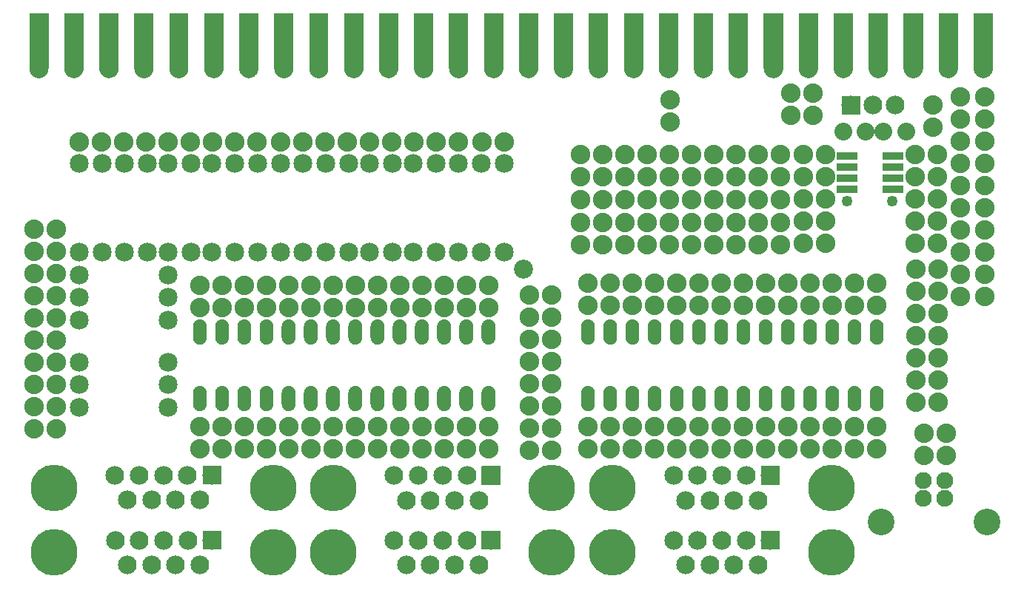
<source format=gts>
G04 MADE WITH FRITZING*
G04 WWW.FRITZING.ORG*
G04 DOUBLE SIDED*
G04 HOLES PLATED*
G04 CONTOUR ON CENTER OF CONTOUR VECTOR*
%ASAXBY*%
%FSLAX23Y23*%
%MOIN*%
%OFA0B0*%
%SFA1.0B1.0*%
%ADD10C,0.084000*%
%ADD11C,0.210000*%
%ADD12C,0.088000*%
%ADD13C,0.085000*%
%ADD14C,0.085433*%
%ADD15C,0.076000*%
%ADD16C,0.120000*%
%ADD17C,0.062000*%
%ADD18C,0.049370*%
%ADD19C,0.080000*%
%ADD20R,0.097000X0.034000*%
%ADD21R,0.001000X0.001000*%
%LNMASK1*%
G90*
G70*
G54D10*
X882Y466D03*
X772Y466D03*
X663Y466D03*
X554Y466D03*
X445Y466D03*
X827Y354D03*
X718Y354D03*
X609Y354D03*
X500Y354D03*
G54D11*
X1156Y410D03*
X171Y410D03*
G54D10*
X882Y466D03*
X772Y466D03*
X663Y466D03*
X554Y466D03*
X445Y466D03*
X827Y354D03*
X718Y354D03*
X609Y354D03*
X500Y354D03*
G54D11*
X1156Y410D03*
X171Y410D03*
G54D10*
X882Y173D03*
X773Y173D03*
X664Y173D03*
X555Y173D03*
X446Y173D03*
X827Y61D03*
X718Y61D03*
X609Y61D03*
X500Y61D03*
G54D11*
X1156Y117D03*
X172Y117D03*
G54D10*
X882Y173D03*
X773Y173D03*
X664Y173D03*
X555Y173D03*
X446Y173D03*
X827Y61D03*
X718Y61D03*
X609Y61D03*
X500Y61D03*
G54D11*
X1156Y117D03*
X172Y117D03*
G54D10*
X3395Y465D03*
X3286Y465D03*
X3177Y465D03*
X3068Y465D03*
X2959Y465D03*
X3340Y353D03*
X3231Y353D03*
X3123Y353D03*
X3014Y353D03*
G54D11*
X3669Y409D03*
X2685Y409D03*
G54D10*
X3395Y465D03*
X3286Y465D03*
X3177Y465D03*
X3068Y465D03*
X2959Y465D03*
X3340Y353D03*
X3231Y353D03*
X3123Y353D03*
X3014Y353D03*
G54D11*
X3669Y409D03*
X2685Y409D03*
G54D10*
X3395Y173D03*
X3286Y173D03*
X3177Y173D03*
X3068Y173D03*
X2959Y173D03*
X3340Y61D03*
X3231Y61D03*
X3123Y61D03*
X3014Y61D03*
G54D11*
X3669Y117D03*
X2685Y117D03*
G54D10*
X3395Y173D03*
X3286Y173D03*
X3177Y173D03*
X3068Y173D03*
X2959Y173D03*
X3340Y61D03*
X3231Y61D03*
X3123Y61D03*
X3014Y61D03*
G54D11*
X3669Y117D03*
X2685Y117D03*
G54D10*
X2138Y465D03*
X2029Y465D03*
X1920Y465D03*
X1811Y465D03*
X1702Y465D03*
X2083Y353D03*
X1974Y353D03*
X1865Y353D03*
X1756Y353D03*
G54D11*
X2412Y409D03*
X1428Y409D03*
G54D10*
X2138Y465D03*
X2029Y465D03*
X1920Y465D03*
X1811Y465D03*
X1702Y465D03*
X2083Y353D03*
X1974Y353D03*
X1865Y353D03*
X1756Y353D03*
G54D11*
X2412Y409D03*
X1428Y409D03*
G54D10*
X2138Y173D03*
X2029Y173D03*
X1920Y173D03*
X1811Y173D03*
X1702Y173D03*
X2083Y61D03*
X1974Y61D03*
X1865Y61D03*
X1756Y61D03*
G54D11*
X2412Y117D03*
X1428Y117D03*
G54D10*
X2138Y173D03*
X2029Y173D03*
X1920Y173D03*
X1811Y173D03*
X1702Y173D03*
X2083Y61D03*
X1974Y61D03*
X1865Y61D03*
X1756Y61D03*
G54D11*
X2412Y117D03*
X1428Y117D03*
G54D12*
X4252Y2171D03*
X4252Y2071D03*
X4252Y1971D03*
X4252Y1871D03*
X4252Y1771D03*
X4252Y1671D03*
X4252Y1571D03*
X4252Y1471D03*
X4252Y1371D03*
X4252Y1271D03*
X4362Y2173D03*
X4362Y2073D03*
X4362Y1973D03*
X4362Y1873D03*
X4362Y1773D03*
X4362Y1673D03*
X4362Y1573D03*
X4362Y1473D03*
X4362Y1373D03*
X4362Y1273D03*
X3488Y2187D03*
X3488Y2087D03*
X3488Y2187D03*
X3488Y2087D03*
X3588Y2087D03*
X3588Y2187D03*
X2945Y2157D03*
X2945Y2057D03*
X3441Y1504D03*
X3341Y1504D03*
X3241Y1504D03*
X3141Y1504D03*
X3041Y1504D03*
X2941Y1504D03*
X2841Y1504D03*
X2741Y1504D03*
X2641Y1504D03*
X2541Y1504D03*
X3441Y1606D03*
X3341Y1606D03*
X3241Y1606D03*
X3141Y1606D03*
X3041Y1606D03*
X2941Y1606D03*
X2841Y1606D03*
X2741Y1606D03*
X2641Y1606D03*
X2541Y1606D03*
X3441Y1709D03*
X3341Y1709D03*
X3241Y1709D03*
X3141Y1709D03*
X3041Y1709D03*
X2941Y1709D03*
X2841Y1709D03*
X2741Y1709D03*
X2641Y1709D03*
X2541Y1709D03*
X3441Y1811D03*
X3341Y1811D03*
X3241Y1811D03*
X3141Y1811D03*
X3041Y1811D03*
X2941Y1811D03*
X2841Y1811D03*
X2741Y1811D03*
X2641Y1811D03*
X2541Y1811D03*
X3441Y1913D03*
X3341Y1913D03*
X3241Y1913D03*
X3141Y1913D03*
X3041Y1913D03*
X2941Y1913D03*
X2841Y1913D03*
X2741Y1913D03*
X2641Y1913D03*
X2541Y1913D03*
X2309Y1279D03*
X2309Y1179D03*
X2309Y1079D03*
X2309Y979D03*
X2309Y879D03*
X2309Y779D03*
X2309Y679D03*
X2309Y579D03*
X2309Y1279D03*
X2309Y1179D03*
X2309Y1079D03*
X2309Y979D03*
X2309Y879D03*
X2309Y779D03*
X2309Y679D03*
X2309Y579D03*
X2409Y579D03*
X2409Y679D03*
X2409Y779D03*
X2409Y879D03*
X2409Y979D03*
X2409Y1079D03*
X2409Y1179D03*
X2409Y1279D03*
X4050Y1394D03*
X4050Y1294D03*
X4050Y1194D03*
X4050Y1094D03*
X4050Y994D03*
X4050Y894D03*
X4050Y794D03*
X4050Y1394D03*
X4050Y1294D03*
X4050Y1194D03*
X4050Y1094D03*
X4050Y994D03*
X4050Y894D03*
X4050Y794D03*
X4150Y794D03*
X4150Y894D03*
X4150Y994D03*
X4150Y1094D03*
X4150Y1194D03*
X4150Y1294D03*
X4150Y1394D03*
X4047Y1913D03*
X4047Y1813D03*
X4047Y1713D03*
X4047Y1613D03*
X4047Y1513D03*
X4047Y1913D03*
X4047Y1813D03*
X4047Y1713D03*
X4047Y1613D03*
X4047Y1513D03*
X4147Y1513D03*
X4147Y1613D03*
X4147Y1713D03*
X4147Y1813D03*
X4147Y1913D03*
X3543Y1913D03*
X3543Y1813D03*
X3543Y1713D03*
X3543Y1613D03*
X3543Y1513D03*
X3543Y1913D03*
X3543Y1813D03*
X3543Y1713D03*
X3543Y1613D03*
X3543Y1513D03*
X3643Y1513D03*
X3643Y1613D03*
X3643Y1713D03*
X3643Y1813D03*
X3643Y1913D03*
X2197Y1969D03*
X2097Y1969D03*
X283Y1969D03*
X383Y1969D03*
X483Y1969D03*
X583Y1969D03*
X683Y1969D03*
X783Y1969D03*
X883Y1969D03*
X983Y1969D03*
X1083Y1969D03*
X1189Y1969D03*
X1289Y1969D03*
X1389Y1969D03*
X1489Y1969D03*
X1589Y1969D03*
X1689Y1969D03*
X1789Y1969D03*
X1889Y1969D03*
X1989Y1969D03*
G54D13*
X984Y1472D03*
X984Y1872D03*
X685Y1472D03*
X685Y1872D03*
X386Y1472D03*
X386Y1872D03*
X882Y1472D03*
X882Y1872D03*
X1087Y1472D03*
X1087Y1872D03*
X488Y1472D03*
X488Y1872D03*
X590Y1472D03*
X590Y1872D03*
X283Y1472D03*
X283Y1872D03*
X787Y1472D03*
X787Y1872D03*
X1189Y1472D03*
X1189Y1872D03*
X1291Y1472D03*
X1291Y1872D03*
X1394Y1472D03*
X1394Y1872D03*
X1496Y1472D03*
X1496Y1872D03*
X1591Y1472D03*
X1591Y1872D03*
X1693Y1472D03*
X1693Y1872D03*
X1787Y1472D03*
X1787Y1872D03*
X1890Y1472D03*
X1890Y1872D03*
X1992Y1472D03*
X1992Y1872D03*
X2094Y1472D03*
X2094Y1872D03*
X2197Y1472D03*
X2197Y1872D03*
G54D14*
X2283Y1394D03*
G54D12*
X81Y1574D03*
X81Y1474D03*
X81Y1374D03*
X81Y1274D03*
X81Y1174D03*
X81Y1074D03*
X81Y974D03*
X81Y874D03*
X81Y774D03*
X81Y674D03*
X81Y1574D03*
X81Y1474D03*
X81Y1374D03*
X81Y1274D03*
X81Y1174D03*
X81Y1074D03*
X81Y974D03*
X81Y874D03*
X81Y774D03*
X81Y674D03*
X181Y674D03*
X181Y774D03*
X181Y874D03*
X181Y974D03*
X181Y1074D03*
X181Y1174D03*
X181Y1274D03*
X181Y1374D03*
X181Y1474D03*
X181Y1574D03*
G54D13*
X283Y772D03*
X683Y772D03*
X283Y874D03*
X683Y874D03*
X283Y976D03*
X683Y976D03*
X283Y1165D03*
X683Y1165D03*
X283Y1268D03*
X683Y1268D03*
X283Y1370D03*
X683Y1370D03*
G54D15*
X4181Y441D03*
X4083Y441D03*
X4083Y363D03*
X4181Y363D03*
G54D16*
X4369Y256D03*
X3895Y256D03*
G54D15*
X4181Y441D03*
X4083Y441D03*
X4083Y363D03*
X4181Y363D03*
G54D16*
X4369Y256D03*
X3895Y256D03*
G54D12*
X4087Y654D03*
X4087Y554D03*
X4087Y654D03*
X4087Y554D03*
X4187Y554D03*
X4187Y654D03*
X3874Y685D03*
X3774Y685D03*
X3674Y685D03*
X3574Y685D03*
X3474Y685D03*
X3374Y685D03*
X3274Y685D03*
X3174Y685D03*
X3074Y685D03*
X2974Y685D03*
X2874Y685D03*
X2774Y685D03*
X2674Y685D03*
X2574Y685D03*
X3874Y685D03*
X3774Y685D03*
X3674Y685D03*
X3574Y685D03*
X3474Y685D03*
X3374Y685D03*
X3274Y685D03*
X3174Y685D03*
X3074Y685D03*
X2974Y685D03*
X2874Y685D03*
X2774Y685D03*
X2674Y685D03*
X2574Y685D03*
X2574Y585D03*
X2674Y585D03*
X2774Y585D03*
X2874Y585D03*
X2974Y585D03*
X3074Y585D03*
X3174Y585D03*
X3274Y585D03*
X3374Y585D03*
X3474Y585D03*
X3574Y585D03*
X3674Y585D03*
X3774Y585D03*
X3874Y585D03*
X3874Y1331D03*
X3774Y1331D03*
X3674Y1331D03*
X3574Y1331D03*
X3474Y1331D03*
X3374Y1331D03*
X3274Y1331D03*
X3174Y1331D03*
X3074Y1331D03*
X2974Y1331D03*
X2874Y1331D03*
X2774Y1331D03*
X2674Y1331D03*
X2574Y1331D03*
X3874Y1331D03*
X3774Y1331D03*
X3674Y1331D03*
X3574Y1331D03*
X3474Y1331D03*
X3374Y1331D03*
X3274Y1331D03*
X3174Y1331D03*
X3074Y1331D03*
X2974Y1331D03*
X2874Y1331D03*
X2774Y1331D03*
X2674Y1331D03*
X2574Y1331D03*
X2574Y1231D03*
X2674Y1231D03*
X2774Y1231D03*
X2874Y1231D03*
X2974Y1231D03*
X3074Y1231D03*
X3174Y1231D03*
X3274Y1231D03*
X3374Y1231D03*
X3474Y1231D03*
X3574Y1231D03*
X3674Y1231D03*
X3774Y1231D03*
X3874Y1231D03*
X2126Y685D03*
X2026Y685D03*
X1926Y685D03*
X1826Y685D03*
X1726Y685D03*
X1626Y685D03*
X1526Y685D03*
X1426Y685D03*
X1326Y685D03*
X1226Y685D03*
X1126Y685D03*
X1026Y685D03*
X926Y685D03*
X826Y685D03*
X2126Y685D03*
X2026Y685D03*
X1926Y685D03*
X1826Y685D03*
X1726Y685D03*
X1626Y685D03*
X1526Y685D03*
X1426Y685D03*
X1326Y685D03*
X1226Y685D03*
X1126Y685D03*
X1026Y685D03*
X926Y685D03*
X826Y685D03*
X826Y585D03*
X926Y585D03*
X1026Y585D03*
X1126Y585D03*
X1226Y585D03*
X1326Y585D03*
X1426Y585D03*
X1526Y585D03*
X1626Y585D03*
X1726Y585D03*
X1826Y585D03*
X1926Y585D03*
X2026Y585D03*
X2126Y585D03*
X2126Y1323D03*
X2026Y1323D03*
X1926Y1323D03*
X1826Y1323D03*
X1726Y1323D03*
X1626Y1323D03*
X1526Y1323D03*
X1426Y1323D03*
X1326Y1323D03*
X1226Y1323D03*
X1126Y1323D03*
X1026Y1323D03*
X926Y1323D03*
X826Y1323D03*
X2126Y1323D03*
X2026Y1323D03*
X1926Y1323D03*
X1826Y1323D03*
X1726Y1323D03*
X1626Y1323D03*
X1526Y1323D03*
X1426Y1323D03*
X1326Y1323D03*
X1226Y1323D03*
X1126Y1323D03*
X1026Y1323D03*
X926Y1323D03*
X826Y1323D03*
X826Y1223D03*
X926Y1223D03*
X1026Y1223D03*
X1126Y1223D03*
X1226Y1223D03*
X1326Y1223D03*
X1426Y1223D03*
X1526Y1223D03*
X1626Y1223D03*
X1726Y1223D03*
X1826Y1223D03*
X1926Y1223D03*
X2026Y1223D03*
X2126Y1223D03*
G54D17*
X2575Y811D03*
X2675Y811D03*
X2775Y811D03*
X2875Y811D03*
X2975Y811D03*
X3075Y811D03*
X3175Y811D03*
X3275Y811D03*
X3375Y811D03*
X3475Y811D03*
X3575Y811D03*
X3675Y811D03*
X3775Y811D03*
X3875Y811D03*
X3875Y1111D03*
X3775Y1111D03*
X3675Y1111D03*
X3575Y1111D03*
X3475Y1111D03*
X3375Y1111D03*
X3275Y1111D03*
X3175Y1111D03*
X3075Y1111D03*
X2975Y1111D03*
X2875Y1111D03*
X2775Y1111D03*
X2675Y1111D03*
X2575Y1111D03*
X2575Y811D03*
X2675Y811D03*
X2775Y811D03*
X2875Y811D03*
X2975Y811D03*
X3075Y811D03*
X3175Y811D03*
X3275Y811D03*
X3375Y811D03*
X3475Y811D03*
X3575Y811D03*
X3675Y811D03*
X3775Y811D03*
X3875Y811D03*
X3875Y1111D03*
X3775Y1111D03*
X3675Y1111D03*
X3575Y1111D03*
X3475Y1111D03*
X3375Y1111D03*
X3275Y1111D03*
X3175Y1111D03*
X3075Y1111D03*
X2975Y1111D03*
X2875Y1111D03*
X2775Y1111D03*
X2675Y1111D03*
X2575Y1111D03*
X827Y811D03*
X927Y811D03*
X1027Y811D03*
X1127Y811D03*
X1227Y811D03*
X1327Y811D03*
X1427Y811D03*
X1527Y811D03*
X1627Y811D03*
X1727Y811D03*
X1827Y811D03*
X1927Y811D03*
X2027Y811D03*
X2127Y811D03*
X2127Y1111D03*
X2027Y1111D03*
X1927Y1111D03*
X1827Y1111D03*
X1727Y1111D03*
X1627Y1111D03*
X1527Y1111D03*
X1427Y1111D03*
X1327Y1111D03*
X1227Y1111D03*
X1127Y1111D03*
X1027Y1111D03*
X927Y1111D03*
X827Y1111D03*
X827Y811D03*
X927Y811D03*
X1027Y811D03*
X1127Y811D03*
X1227Y811D03*
X1327Y811D03*
X1427Y811D03*
X1527Y811D03*
X1627Y811D03*
X1727Y811D03*
X1827Y811D03*
X1927Y811D03*
X2027Y811D03*
X2127Y811D03*
X2127Y1111D03*
X2027Y1111D03*
X1927Y1111D03*
X1827Y1111D03*
X1727Y1111D03*
X1627Y1111D03*
X1527Y1111D03*
X1427Y1111D03*
X1327Y1111D03*
X1227Y1111D03*
X1127Y1111D03*
X1027Y1111D03*
X927Y1111D03*
X827Y1111D03*
G54D10*
X3758Y2134D03*
X3858Y2134D03*
X3958Y2134D03*
X3758Y2134D03*
X3858Y2134D03*
X3958Y2134D03*
G54D12*
X4126Y2134D03*
X4126Y2034D03*
G54D18*
X3945Y1701D03*
X3740Y1701D03*
G54D19*
X3724Y2016D03*
X3825Y2016D03*
X3905Y2016D03*
X4006Y2016D03*
G54D20*
X3740Y1856D03*
X3946Y1906D03*
X3946Y1806D03*
X3740Y1806D03*
X3946Y1856D03*
X3740Y1756D03*
X3946Y1756D03*
X3740Y1906D03*
G54D21*
X60Y2547D02*
X146Y2547D01*
X217Y2547D02*
X303Y2547D01*
X375Y2547D02*
X460Y2547D01*
X532Y2547D02*
X618Y2547D01*
X690Y2547D02*
X775Y2547D01*
X847Y2547D02*
X933Y2547D01*
X1005Y2547D02*
X1090Y2547D01*
X1162Y2547D02*
X1248Y2547D01*
X1320Y2547D02*
X1405Y2547D01*
X1477Y2547D02*
X1563Y2547D01*
X1634Y2547D02*
X1720Y2547D01*
X1792Y2547D02*
X1878Y2547D01*
X1949Y2547D02*
X2035Y2547D01*
X2107Y2547D02*
X2192Y2547D01*
X2264Y2547D02*
X2350Y2547D01*
X2422Y2547D02*
X2507Y2547D01*
X2579Y2547D02*
X2665Y2547D01*
X2737Y2547D02*
X2822Y2547D01*
X2894Y2547D02*
X2980Y2547D01*
X3052Y2547D02*
X3137Y2547D01*
X3209Y2547D02*
X3295Y2547D01*
X3366Y2547D02*
X3452Y2547D01*
X3524Y2547D02*
X3610Y2547D01*
X3681Y2547D02*
X3767Y2547D01*
X3839Y2547D02*
X3924Y2547D01*
X3996Y2547D02*
X4082Y2547D01*
X4154Y2547D02*
X4239Y2547D01*
X4311Y2547D02*
X4397Y2547D01*
X60Y2546D02*
X146Y2546D01*
X217Y2546D02*
X303Y2546D01*
X375Y2546D02*
X460Y2546D01*
X532Y2546D02*
X618Y2546D01*
X690Y2546D02*
X775Y2546D01*
X847Y2546D02*
X933Y2546D01*
X1005Y2546D02*
X1090Y2546D01*
X1162Y2546D02*
X1248Y2546D01*
X1320Y2546D02*
X1405Y2546D01*
X1477Y2546D02*
X1563Y2546D01*
X1634Y2546D02*
X1720Y2546D01*
X1792Y2546D02*
X1878Y2546D01*
X1949Y2546D02*
X2035Y2546D01*
X2107Y2546D02*
X2192Y2546D01*
X2264Y2546D02*
X2350Y2546D01*
X2422Y2546D02*
X2507Y2546D01*
X2579Y2546D02*
X2665Y2546D01*
X2737Y2546D02*
X2822Y2546D01*
X2894Y2546D02*
X2980Y2546D01*
X3052Y2546D02*
X3137Y2546D01*
X3209Y2546D02*
X3295Y2546D01*
X3366Y2546D02*
X3452Y2546D01*
X3524Y2546D02*
X3610Y2546D01*
X3681Y2546D02*
X3767Y2546D01*
X3839Y2546D02*
X3924Y2546D01*
X3996Y2546D02*
X4082Y2546D01*
X4154Y2546D02*
X4239Y2546D01*
X4311Y2546D02*
X4397Y2546D01*
X60Y2545D02*
X146Y2545D01*
X217Y2545D02*
X303Y2545D01*
X375Y2545D02*
X460Y2545D01*
X532Y2545D02*
X618Y2545D01*
X690Y2545D02*
X775Y2545D01*
X847Y2545D02*
X933Y2545D01*
X1005Y2545D02*
X1090Y2545D01*
X1162Y2545D02*
X1248Y2545D01*
X1320Y2545D02*
X1405Y2545D01*
X1477Y2545D02*
X1563Y2545D01*
X1634Y2545D02*
X1720Y2545D01*
X1792Y2545D02*
X1878Y2545D01*
X1949Y2545D02*
X2035Y2545D01*
X2107Y2545D02*
X2192Y2545D01*
X2264Y2545D02*
X2350Y2545D01*
X2422Y2545D02*
X2507Y2545D01*
X2579Y2545D02*
X2665Y2545D01*
X2737Y2545D02*
X2822Y2545D01*
X2894Y2545D02*
X2980Y2545D01*
X3052Y2545D02*
X3137Y2545D01*
X3209Y2545D02*
X3295Y2545D01*
X3366Y2545D02*
X3452Y2545D01*
X3524Y2545D02*
X3610Y2545D01*
X3681Y2545D02*
X3767Y2545D01*
X3839Y2545D02*
X3924Y2545D01*
X3996Y2545D02*
X4082Y2545D01*
X4154Y2545D02*
X4239Y2545D01*
X4311Y2545D02*
X4397Y2545D01*
X60Y2544D02*
X146Y2544D01*
X217Y2544D02*
X303Y2544D01*
X375Y2544D02*
X460Y2544D01*
X532Y2544D02*
X618Y2544D01*
X690Y2544D02*
X775Y2544D01*
X847Y2544D02*
X933Y2544D01*
X1005Y2544D02*
X1090Y2544D01*
X1162Y2544D02*
X1248Y2544D01*
X1320Y2544D02*
X1405Y2544D01*
X1477Y2544D02*
X1563Y2544D01*
X1634Y2544D02*
X1720Y2544D01*
X1792Y2544D02*
X1878Y2544D01*
X1949Y2544D02*
X2035Y2544D01*
X2107Y2544D02*
X2192Y2544D01*
X2264Y2544D02*
X2350Y2544D01*
X2422Y2544D02*
X2507Y2544D01*
X2579Y2544D02*
X2665Y2544D01*
X2737Y2544D02*
X2822Y2544D01*
X2894Y2544D02*
X2980Y2544D01*
X3052Y2544D02*
X3137Y2544D01*
X3209Y2544D02*
X3295Y2544D01*
X3366Y2544D02*
X3452Y2544D01*
X3524Y2544D02*
X3610Y2544D01*
X3681Y2544D02*
X3767Y2544D01*
X3839Y2544D02*
X3924Y2544D01*
X3996Y2544D02*
X4082Y2544D01*
X4154Y2544D02*
X4239Y2544D01*
X4311Y2544D02*
X4397Y2544D01*
X60Y2543D02*
X146Y2543D01*
X217Y2543D02*
X303Y2543D01*
X375Y2543D02*
X460Y2543D01*
X532Y2543D02*
X618Y2543D01*
X690Y2543D02*
X775Y2543D01*
X847Y2543D02*
X933Y2543D01*
X1005Y2543D02*
X1090Y2543D01*
X1162Y2543D02*
X1248Y2543D01*
X1320Y2543D02*
X1405Y2543D01*
X1477Y2543D02*
X1563Y2543D01*
X1634Y2543D02*
X1720Y2543D01*
X1792Y2543D02*
X1878Y2543D01*
X1949Y2543D02*
X2035Y2543D01*
X2107Y2543D02*
X2192Y2543D01*
X2264Y2543D02*
X2350Y2543D01*
X2422Y2543D02*
X2507Y2543D01*
X2579Y2543D02*
X2665Y2543D01*
X2737Y2543D02*
X2822Y2543D01*
X2894Y2543D02*
X2980Y2543D01*
X3052Y2543D02*
X3137Y2543D01*
X3209Y2543D02*
X3295Y2543D01*
X3366Y2543D02*
X3452Y2543D01*
X3524Y2543D02*
X3610Y2543D01*
X3681Y2543D02*
X3767Y2543D01*
X3839Y2543D02*
X3924Y2543D01*
X3996Y2543D02*
X4082Y2543D01*
X4154Y2543D02*
X4239Y2543D01*
X4311Y2543D02*
X4397Y2543D01*
X60Y2542D02*
X146Y2542D01*
X217Y2542D02*
X303Y2542D01*
X375Y2542D02*
X460Y2542D01*
X532Y2542D02*
X618Y2542D01*
X690Y2542D02*
X775Y2542D01*
X847Y2542D02*
X933Y2542D01*
X1005Y2542D02*
X1090Y2542D01*
X1162Y2542D02*
X1248Y2542D01*
X1320Y2542D02*
X1405Y2542D01*
X1477Y2542D02*
X1563Y2542D01*
X1634Y2542D02*
X1720Y2542D01*
X1792Y2542D02*
X1878Y2542D01*
X1949Y2542D02*
X2035Y2542D01*
X2107Y2542D02*
X2192Y2542D01*
X2264Y2542D02*
X2350Y2542D01*
X2422Y2542D02*
X2507Y2542D01*
X2579Y2542D02*
X2665Y2542D01*
X2737Y2542D02*
X2822Y2542D01*
X2894Y2542D02*
X2980Y2542D01*
X3052Y2542D02*
X3137Y2542D01*
X3209Y2542D02*
X3295Y2542D01*
X3366Y2542D02*
X3452Y2542D01*
X3524Y2542D02*
X3610Y2542D01*
X3681Y2542D02*
X3767Y2542D01*
X3839Y2542D02*
X3924Y2542D01*
X3996Y2542D02*
X4082Y2542D01*
X4154Y2542D02*
X4239Y2542D01*
X4311Y2542D02*
X4397Y2542D01*
X60Y2541D02*
X146Y2541D01*
X217Y2541D02*
X303Y2541D01*
X375Y2541D02*
X460Y2541D01*
X532Y2541D02*
X618Y2541D01*
X690Y2541D02*
X775Y2541D01*
X847Y2541D02*
X933Y2541D01*
X1005Y2541D02*
X1090Y2541D01*
X1162Y2541D02*
X1248Y2541D01*
X1320Y2541D02*
X1405Y2541D01*
X1477Y2541D02*
X1563Y2541D01*
X1634Y2541D02*
X1720Y2541D01*
X1792Y2541D02*
X1878Y2541D01*
X1949Y2541D02*
X2035Y2541D01*
X2107Y2541D02*
X2192Y2541D01*
X2264Y2541D02*
X2350Y2541D01*
X2422Y2541D02*
X2507Y2541D01*
X2579Y2541D02*
X2665Y2541D01*
X2737Y2541D02*
X2822Y2541D01*
X2894Y2541D02*
X2980Y2541D01*
X3052Y2541D02*
X3137Y2541D01*
X3209Y2541D02*
X3295Y2541D01*
X3366Y2541D02*
X3452Y2541D01*
X3524Y2541D02*
X3610Y2541D01*
X3681Y2541D02*
X3767Y2541D01*
X3839Y2541D02*
X3924Y2541D01*
X3996Y2541D02*
X4082Y2541D01*
X4154Y2541D02*
X4239Y2541D01*
X4311Y2541D02*
X4397Y2541D01*
X60Y2540D02*
X146Y2540D01*
X217Y2540D02*
X303Y2540D01*
X375Y2540D02*
X460Y2540D01*
X532Y2540D02*
X618Y2540D01*
X690Y2540D02*
X775Y2540D01*
X847Y2540D02*
X933Y2540D01*
X1005Y2540D02*
X1090Y2540D01*
X1162Y2540D02*
X1248Y2540D01*
X1320Y2540D02*
X1405Y2540D01*
X1477Y2540D02*
X1563Y2540D01*
X1634Y2540D02*
X1720Y2540D01*
X1792Y2540D02*
X1878Y2540D01*
X1949Y2540D02*
X2035Y2540D01*
X2107Y2540D02*
X2192Y2540D01*
X2264Y2540D02*
X2350Y2540D01*
X2422Y2540D02*
X2507Y2540D01*
X2579Y2540D02*
X2665Y2540D01*
X2737Y2540D02*
X2822Y2540D01*
X2894Y2540D02*
X2980Y2540D01*
X3052Y2540D02*
X3137Y2540D01*
X3209Y2540D02*
X3295Y2540D01*
X3366Y2540D02*
X3452Y2540D01*
X3524Y2540D02*
X3610Y2540D01*
X3681Y2540D02*
X3767Y2540D01*
X3839Y2540D02*
X3924Y2540D01*
X3996Y2540D02*
X4082Y2540D01*
X4154Y2540D02*
X4239Y2540D01*
X4311Y2540D02*
X4397Y2540D01*
X60Y2539D02*
X146Y2539D01*
X217Y2539D02*
X303Y2539D01*
X375Y2539D02*
X460Y2539D01*
X532Y2539D02*
X618Y2539D01*
X690Y2539D02*
X775Y2539D01*
X847Y2539D02*
X933Y2539D01*
X1005Y2539D02*
X1090Y2539D01*
X1162Y2539D02*
X1248Y2539D01*
X1320Y2539D02*
X1405Y2539D01*
X1477Y2539D02*
X1563Y2539D01*
X1634Y2539D02*
X1720Y2539D01*
X1792Y2539D02*
X1878Y2539D01*
X1949Y2539D02*
X2035Y2539D01*
X2107Y2539D02*
X2192Y2539D01*
X2264Y2539D02*
X2350Y2539D01*
X2422Y2539D02*
X2507Y2539D01*
X2579Y2539D02*
X2665Y2539D01*
X2737Y2539D02*
X2822Y2539D01*
X2894Y2539D02*
X2980Y2539D01*
X3052Y2539D02*
X3137Y2539D01*
X3209Y2539D02*
X3295Y2539D01*
X3366Y2539D02*
X3452Y2539D01*
X3524Y2539D02*
X3610Y2539D01*
X3681Y2539D02*
X3767Y2539D01*
X3839Y2539D02*
X3924Y2539D01*
X3996Y2539D02*
X4082Y2539D01*
X4154Y2539D02*
X4239Y2539D01*
X4311Y2539D02*
X4397Y2539D01*
X60Y2538D02*
X146Y2538D01*
X217Y2538D02*
X303Y2538D01*
X375Y2538D02*
X460Y2538D01*
X532Y2538D02*
X618Y2538D01*
X690Y2538D02*
X775Y2538D01*
X847Y2538D02*
X933Y2538D01*
X1005Y2538D02*
X1090Y2538D01*
X1162Y2538D02*
X1248Y2538D01*
X1320Y2538D02*
X1405Y2538D01*
X1477Y2538D02*
X1563Y2538D01*
X1634Y2538D02*
X1720Y2538D01*
X1792Y2538D02*
X1878Y2538D01*
X1949Y2538D02*
X2035Y2538D01*
X2107Y2538D02*
X2192Y2538D01*
X2264Y2538D02*
X2350Y2538D01*
X2422Y2538D02*
X2507Y2538D01*
X2579Y2538D02*
X2665Y2538D01*
X2737Y2538D02*
X2822Y2538D01*
X2894Y2538D02*
X2980Y2538D01*
X3052Y2538D02*
X3137Y2538D01*
X3209Y2538D02*
X3295Y2538D01*
X3366Y2538D02*
X3452Y2538D01*
X3524Y2538D02*
X3610Y2538D01*
X3681Y2538D02*
X3767Y2538D01*
X3839Y2538D02*
X3924Y2538D01*
X3996Y2538D02*
X4082Y2538D01*
X4154Y2538D02*
X4239Y2538D01*
X4311Y2538D02*
X4397Y2538D01*
X60Y2537D02*
X146Y2537D01*
X217Y2537D02*
X303Y2537D01*
X375Y2537D02*
X460Y2537D01*
X532Y2537D02*
X618Y2537D01*
X690Y2537D02*
X775Y2537D01*
X847Y2537D02*
X933Y2537D01*
X1005Y2537D02*
X1090Y2537D01*
X1162Y2537D02*
X1248Y2537D01*
X1320Y2537D02*
X1405Y2537D01*
X1477Y2537D02*
X1563Y2537D01*
X1634Y2537D02*
X1720Y2537D01*
X1792Y2537D02*
X1878Y2537D01*
X1949Y2537D02*
X2035Y2537D01*
X2107Y2537D02*
X2192Y2537D01*
X2264Y2537D02*
X2350Y2537D01*
X2422Y2537D02*
X2507Y2537D01*
X2579Y2537D02*
X2665Y2537D01*
X2737Y2537D02*
X2822Y2537D01*
X2894Y2537D02*
X2980Y2537D01*
X3052Y2537D02*
X3137Y2537D01*
X3209Y2537D02*
X3295Y2537D01*
X3366Y2537D02*
X3452Y2537D01*
X3524Y2537D02*
X3610Y2537D01*
X3681Y2537D02*
X3767Y2537D01*
X3839Y2537D02*
X3924Y2537D01*
X3996Y2537D02*
X4082Y2537D01*
X4154Y2537D02*
X4239Y2537D01*
X4311Y2537D02*
X4397Y2537D01*
X60Y2536D02*
X146Y2536D01*
X217Y2536D02*
X303Y2536D01*
X375Y2536D02*
X460Y2536D01*
X532Y2536D02*
X618Y2536D01*
X690Y2536D02*
X775Y2536D01*
X847Y2536D02*
X933Y2536D01*
X1005Y2536D02*
X1090Y2536D01*
X1162Y2536D02*
X1248Y2536D01*
X1320Y2536D02*
X1405Y2536D01*
X1477Y2536D02*
X1563Y2536D01*
X1634Y2536D02*
X1720Y2536D01*
X1792Y2536D02*
X1878Y2536D01*
X1949Y2536D02*
X2035Y2536D01*
X2107Y2536D02*
X2192Y2536D01*
X2264Y2536D02*
X2350Y2536D01*
X2422Y2536D02*
X2507Y2536D01*
X2579Y2536D02*
X2665Y2536D01*
X2737Y2536D02*
X2822Y2536D01*
X2894Y2536D02*
X2980Y2536D01*
X3052Y2536D02*
X3137Y2536D01*
X3209Y2536D02*
X3295Y2536D01*
X3366Y2536D02*
X3452Y2536D01*
X3524Y2536D02*
X3610Y2536D01*
X3681Y2536D02*
X3767Y2536D01*
X3839Y2536D02*
X3924Y2536D01*
X3996Y2536D02*
X4082Y2536D01*
X4154Y2536D02*
X4239Y2536D01*
X4311Y2536D02*
X4397Y2536D01*
X60Y2535D02*
X146Y2535D01*
X217Y2535D02*
X303Y2535D01*
X375Y2535D02*
X460Y2535D01*
X532Y2535D02*
X618Y2535D01*
X690Y2535D02*
X775Y2535D01*
X847Y2535D02*
X933Y2535D01*
X1005Y2535D02*
X1090Y2535D01*
X1162Y2535D02*
X1248Y2535D01*
X1320Y2535D02*
X1405Y2535D01*
X1477Y2535D02*
X1563Y2535D01*
X1634Y2535D02*
X1720Y2535D01*
X1792Y2535D02*
X1878Y2535D01*
X1949Y2535D02*
X2035Y2535D01*
X2107Y2535D02*
X2192Y2535D01*
X2264Y2535D02*
X2350Y2535D01*
X2422Y2535D02*
X2507Y2535D01*
X2579Y2535D02*
X2665Y2535D01*
X2737Y2535D02*
X2822Y2535D01*
X2894Y2535D02*
X2980Y2535D01*
X3052Y2535D02*
X3137Y2535D01*
X3209Y2535D02*
X3295Y2535D01*
X3366Y2535D02*
X3452Y2535D01*
X3524Y2535D02*
X3610Y2535D01*
X3681Y2535D02*
X3767Y2535D01*
X3839Y2535D02*
X3924Y2535D01*
X3996Y2535D02*
X4082Y2535D01*
X4154Y2535D02*
X4239Y2535D01*
X4311Y2535D02*
X4397Y2535D01*
X60Y2534D02*
X146Y2534D01*
X217Y2534D02*
X303Y2534D01*
X375Y2534D02*
X460Y2534D01*
X532Y2534D02*
X618Y2534D01*
X690Y2534D02*
X775Y2534D01*
X847Y2534D02*
X933Y2534D01*
X1005Y2534D02*
X1090Y2534D01*
X1162Y2534D02*
X1248Y2534D01*
X1320Y2534D02*
X1405Y2534D01*
X1477Y2534D02*
X1563Y2534D01*
X1634Y2534D02*
X1720Y2534D01*
X1792Y2534D02*
X1878Y2534D01*
X1949Y2534D02*
X2035Y2534D01*
X2107Y2534D02*
X2192Y2534D01*
X2264Y2534D02*
X2350Y2534D01*
X2422Y2534D02*
X2507Y2534D01*
X2579Y2534D02*
X2665Y2534D01*
X2737Y2534D02*
X2822Y2534D01*
X2894Y2534D02*
X2980Y2534D01*
X3052Y2534D02*
X3137Y2534D01*
X3209Y2534D02*
X3295Y2534D01*
X3366Y2534D02*
X3452Y2534D01*
X3524Y2534D02*
X3610Y2534D01*
X3681Y2534D02*
X3767Y2534D01*
X3839Y2534D02*
X3924Y2534D01*
X3996Y2534D02*
X4082Y2534D01*
X4154Y2534D02*
X4239Y2534D01*
X4311Y2534D02*
X4397Y2534D01*
X60Y2533D02*
X146Y2533D01*
X217Y2533D02*
X303Y2533D01*
X375Y2533D02*
X460Y2533D01*
X532Y2533D02*
X618Y2533D01*
X690Y2533D02*
X775Y2533D01*
X847Y2533D02*
X933Y2533D01*
X1005Y2533D02*
X1090Y2533D01*
X1162Y2533D02*
X1248Y2533D01*
X1320Y2533D02*
X1405Y2533D01*
X1477Y2533D02*
X1563Y2533D01*
X1634Y2533D02*
X1720Y2533D01*
X1792Y2533D02*
X1878Y2533D01*
X1949Y2533D02*
X2035Y2533D01*
X2107Y2533D02*
X2192Y2533D01*
X2264Y2533D02*
X2350Y2533D01*
X2422Y2533D02*
X2507Y2533D01*
X2579Y2533D02*
X2665Y2533D01*
X2737Y2533D02*
X2822Y2533D01*
X2894Y2533D02*
X2980Y2533D01*
X3052Y2533D02*
X3137Y2533D01*
X3209Y2533D02*
X3295Y2533D01*
X3366Y2533D02*
X3452Y2533D01*
X3524Y2533D02*
X3610Y2533D01*
X3681Y2533D02*
X3767Y2533D01*
X3839Y2533D02*
X3924Y2533D01*
X3996Y2533D02*
X4082Y2533D01*
X4154Y2533D02*
X4239Y2533D01*
X4311Y2533D02*
X4397Y2533D01*
X60Y2532D02*
X146Y2532D01*
X217Y2532D02*
X303Y2532D01*
X375Y2532D02*
X460Y2532D01*
X532Y2532D02*
X618Y2532D01*
X690Y2532D02*
X775Y2532D01*
X847Y2532D02*
X933Y2532D01*
X1005Y2532D02*
X1090Y2532D01*
X1162Y2532D02*
X1248Y2532D01*
X1320Y2532D02*
X1405Y2532D01*
X1477Y2532D02*
X1563Y2532D01*
X1634Y2532D02*
X1720Y2532D01*
X1792Y2532D02*
X1878Y2532D01*
X1949Y2532D02*
X2035Y2532D01*
X2107Y2532D02*
X2192Y2532D01*
X2264Y2532D02*
X2350Y2532D01*
X2422Y2532D02*
X2507Y2532D01*
X2579Y2532D02*
X2665Y2532D01*
X2737Y2532D02*
X2822Y2532D01*
X2894Y2532D02*
X2980Y2532D01*
X3052Y2532D02*
X3137Y2532D01*
X3209Y2532D02*
X3295Y2532D01*
X3366Y2532D02*
X3452Y2532D01*
X3524Y2532D02*
X3610Y2532D01*
X3681Y2532D02*
X3767Y2532D01*
X3839Y2532D02*
X3924Y2532D01*
X3996Y2532D02*
X4082Y2532D01*
X4154Y2532D02*
X4239Y2532D01*
X4311Y2532D02*
X4397Y2532D01*
X60Y2531D02*
X146Y2531D01*
X217Y2531D02*
X303Y2531D01*
X375Y2531D02*
X460Y2531D01*
X532Y2531D02*
X618Y2531D01*
X690Y2531D02*
X775Y2531D01*
X847Y2531D02*
X933Y2531D01*
X1005Y2531D02*
X1090Y2531D01*
X1162Y2531D02*
X1248Y2531D01*
X1320Y2531D02*
X1405Y2531D01*
X1477Y2531D02*
X1563Y2531D01*
X1634Y2531D02*
X1720Y2531D01*
X1792Y2531D02*
X1878Y2531D01*
X1949Y2531D02*
X2035Y2531D01*
X2107Y2531D02*
X2192Y2531D01*
X2264Y2531D02*
X2350Y2531D01*
X2422Y2531D02*
X2507Y2531D01*
X2579Y2531D02*
X2665Y2531D01*
X2737Y2531D02*
X2822Y2531D01*
X2894Y2531D02*
X2980Y2531D01*
X3052Y2531D02*
X3137Y2531D01*
X3209Y2531D02*
X3295Y2531D01*
X3366Y2531D02*
X3452Y2531D01*
X3524Y2531D02*
X3610Y2531D01*
X3681Y2531D02*
X3767Y2531D01*
X3839Y2531D02*
X3924Y2531D01*
X3996Y2531D02*
X4082Y2531D01*
X4154Y2531D02*
X4239Y2531D01*
X4311Y2531D02*
X4397Y2531D01*
X60Y2530D02*
X146Y2530D01*
X217Y2530D02*
X303Y2530D01*
X375Y2530D02*
X460Y2530D01*
X532Y2530D02*
X618Y2530D01*
X690Y2530D02*
X775Y2530D01*
X847Y2530D02*
X933Y2530D01*
X1005Y2530D02*
X1090Y2530D01*
X1162Y2530D02*
X1248Y2530D01*
X1320Y2530D02*
X1405Y2530D01*
X1477Y2530D02*
X1563Y2530D01*
X1634Y2530D02*
X1720Y2530D01*
X1792Y2530D02*
X1878Y2530D01*
X1949Y2530D02*
X2035Y2530D01*
X2107Y2530D02*
X2192Y2530D01*
X2264Y2530D02*
X2350Y2530D01*
X2422Y2530D02*
X2507Y2530D01*
X2579Y2530D02*
X2665Y2530D01*
X2737Y2530D02*
X2822Y2530D01*
X2894Y2530D02*
X2980Y2530D01*
X3052Y2530D02*
X3137Y2530D01*
X3209Y2530D02*
X3295Y2530D01*
X3366Y2530D02*
X3452Y2530D01*
X3524Y2530D02*
X3610Y2530D01*
X3681Y2530D02*
X3767Y2530D01*
X3839Y2530D02*
X3924Y2530D01*
X3996Y2530D02*
X4082Y2530D01*
X4154Y2530D02*
X4239Y2530D01*
X4311Y2530D02*
X4397Y2530D01*
X60Y2529D02*
X146Y2529D01*
X217Y2529D02*
X303Y2529D01*
X375Y2529D02*
X460Y2529D01*
X532Y2529D02*
X618Y2529D01*
X690Y2529D02*
X775Y2529D01*
X847Y2529D02*
X933Y2529D01*
X1005Y2529D02*
X1090Y2529D01*
X1162Y2529D02*
X1248Y2529D01*
X1320Y2529D02*
X1405Y2529D01*
X1477Y2529D02*
X1563Y2529D01*
X1634Y2529D02*
X1720Y2529D01*
X1792Y2529D02*
X1878Y2529D01*
X1949Y2529D02*
X2035Y2529D01*
X2107Y2529D02*
X2192Y2529D01*
X2264Y2529D02*
X2350Y2529D01*
X2422Y2529D02*
X2507Y2529D01*
X2579Y2529D02*
X2665Y2529D01*
X2737Y2529D02*
X2822Y2529D01*
X2894Y2529D02*
X2980Y2529D01*
X3052Y2529D02*
X3137Y2529D01*
X3209Y2529D02*
X3295Y2529D01*
X3366Y2529D02*
X3452Y2529D01*
X3524Y2529D02*
X3610Y2529D01*
X3681Y2529D02*
X3767Y2529D01*
X3839Y2529D02*
X3924Y2529D01*
X3996Y2529D02*
X4082Y2529D01*
X4154Y2529D02*
X4239Y2529D01*
X4311Y2529D02*
X4397Y2529D01*
X60Y2528D02*
X146Y2528D01*
X217Y2528D02*
X303Y2528D01*
X375Y2528D02*
X460Y2528D01*
X532Y2528D02*
X618Y2528D01*
X690Y2528D02*
X775Y2528D01*
X847Y2528D02*
X933Y2528D01*
X1005Y2528D02*
X1090Y2528D01*
X1162Y2528D02*
X1248Y2528D01*
X1320Y2528D02*
X1405Y2528D01*
X1477Y2528D02*
X1563Y2528D01*
X1634Y2528D02*
X1720Y2528D01*
X1792Y2528D02*
X1878Y2528D01*
X1949Y2528D02*
X2035Y2528D01*
X2107Y2528D02*
X2192Y2528D01*
X2264Y2528D02*
X2350Y2528D01*
X2422Y2528D02*
X2507Y2528D01*
X2579Y2528D02*
X2665Y2528D01*
X2737Y2528D02*
X2822Y2528D01*
X2894Y2528D02*
X2980Y2528D01*
X3052Y2528D02*
X3137Y2528D01*
X3209Y2528D02*
X3295Y2528D01*
X3366Y2528D02*
X3452Y2528D01*
X3524Y2528D02*
X3610Y2528D01*
X3681Y2528D02*
X3767Y2528D01*
X3839Y2528D02*
X3924Y2528D01*
X3996Y2528D02*
X4082Y2528D01*
X4154Y2528D02*
X4239Y2528D01*
X4311Y2528D02*
X4397Y2528D01*
X60Y2527D02*
X146Y2527D01*
X217Y2527D02*
X303Y2527D01*
X375Y2527D02*
X460Y2527D01*
X532Y2527D02*
X618Y2527D01*
X690Y2527D02*
X775Y2527D01*
X847Y2527D02*
X933Y2527D01*
X1005Y2527D02*
X1090Y2527D01*
X1162Y2527D02*
X1248Y2527D01*
X1320Y2527D02*
X1405Y2527D01*
X1477Y2527D02*
X1563Y2527D01*
X1634Y2527D02*
X1720Y2527D01*
X1792Y2527D02*
X1878Y2527D01*
X1949Y2527D02*
X2035Y2527D01*
X2107Y2527D02*
X2192Y2527D01*
X2264Y2527D02*
X2350Y2527D01*
X2422Y2527D02*
X2507Y2527D01*
X2579Y2527D02*
X2665Y2527D01*
X2737Y2527D02*
X2822Y2527D01*
X2894Y2527D02*
X2980Y2527D01*
X3052Y2527D02*
X3137Y2527D01*
X3209Y2527D02*
X3295Y2527D01*
X3366Y2527D02*
X3452Y2527D01*
X3524Y2527D02*
X3610Y2527D01*
X3681Y2527D02*
X3767Y2527D01*
X3839Y2527D02*
X3924Y2527D01*
X3996Y2527D02*
X4082Y2527D01*
X4154Y2527D02*
X4239Y2527D01*
X4311Y2527D02*
X4397Y2527D01*
X60Y2526D02*
X146Y2526D01*
X217Y2526D02*
X303Y2526D01*
X375Y2526D02*
X460Y2526D01*
X532Y2526D02*
X618Y2526D01*
X690Y2526D02*
X775Y2526D01*
X847Y2526D02*
X933Y2526D01*
X1005Y2526D02*
X1090Y2526D01*
X1162Y2526D02*
X1248Y2526D01*
X1320Y2526D02*
X1405Y2526D01*
X1477Y2526D02*
X1563Y2526D01*
X1634Y2526D02*
X1720Y2526D01*
X1792Y2526D02*
X1878Y2526D01*
X1949Y2526D02*
X2035Y2526D01*
X2107Y2526D02*
X2192Y2526D01*
X2264Y2526D02*
X2350Y2526D01*
X2422Y2526D02*
X2507Y2526D01*
X2579Y2526D02*
X2665Y2526D01*
X2737Y2526D02*
X2822Y2526D01*
X2894Y2526D02*
X2980Y2526D01*
X3052Y2526D02*
X3137Y2526D01*
X3209Y2526D02*
X3295Y2526D01*
X3366Y2526D02*
X3452Y2526D01*
X3524Y2526D02*
X3610Y2526D01*
X3681Y2526D02*
X3767Y2526D01*
X3839Y2526D02*
X3924Y2526D01*
X3996Y2526D02*
X4082Y2526D01*
X4154Y2526D02*
X4239Y2526D01*
X4311Y2526D02*
X4397Y2526D01*
X60Y2525D02*
X146Y2525D01*
X217Y2525D02*
X303Y2525D01*
X375Y2525D02*
X460Y2525D01*
X532Y2525D02*
X618Y2525D01*
X690Y2525D02*
X775Y2525D01*
X847Y2525D02*
X933Y2525D01*
X1005Y2525D02*
X1090Y2525D01*
X1162Y2525D02*
X1248Y2525D01*
X1320Y2525D02*
X1405Y2525D01*
X1477Y2525D02*
X1563Y2525D01*
X1634Y2525D02*
X1720Y2525D01*
X1792Y2525D02*
X1878Y2525D01*
X1949Y2525D02*
X2035Y2525D01*
X2107Y2525D02*
X2192Y2525D01*
X2264Y2525D02*
X2350Y2525D01*
X2422Y2525D02*
X2507Y2525D01*
X2579Y2525D02*
X2665Y2525D01*
X2737Y2525D02*
X2822Y2525D01*
X2894Y2525D02*
X2980Y2525D01*
X3052Y2525D02*
X3137Y2525D01*
X3209Y2525D02*
X3295Y2525D01*
X3366Y2525D02*
X3452Y2525D01*
X3524Y2525D02*
X3610Y2525D01*
X3681Y2525D02*
X3767Y2525D01*
X3839Y2525D02*
X3924Y2525D01*
X3996Y2525D02*
X4082Y2525D01*
X4154Y2525D02*
X4239Y2525D01*
X4311Y2525D02*
X4397Y2525D01*
X60Y2524D02*
X146Y2524D01*
X217Y2524D02*
X303Y2524D01*
X375Y2524D02*
X460Y2524D01*
X532Y2524D02*
X618Y2524D01*
X690Y2524D02*
X775Y2524D01*
X847Y2524D02*
X933Y2524D01*
X1005Y2524D02*
X1090Y2524D01*
X1162Y2524D02*
X1248Y2524D01*
X1320Y2524D02*
X1405Y2524D01*
X1477Y2524D02*
X1563Y2524D01*
X1634Y2524D02*
X1720Y2524D01*
X1792Y2524D02*
X1878Y2524D01*
X1949Y2524D02*
X2035Y2524D01*
X2107Y2524D02*
X2192Y2524D01*
X2264Y2524D02*
X2350Y2524D01*
X2422Y2524D02*
X2507Y2524D01*
X2579Y2524D02*
X2665Y2524D01*
X2737Y2524D02*
X2822Y2524D01*
X2894Y2524D02*
X2980Y2524D01*
X3052Y2524D02*
X3137Y2524D01*
X3209Y2524D02*
X3295Y2524D01*
X3366Y2524D02*
X3452Y2524D01*
X3524Y2524D02*
X3610Y2524D01*
X3681Y2524D02*
X3767Y2524D01*
X3839Y2524D02*
X3924Y2524D01*
X3996Y2524D02*
X4082Y2524D01*
X4154Y2524D02*
X4239Y2524D01*
X4311Y2524D02*
X4397Y2524D01*
X60Y2523D02*
X146Y2523D01*
X217Y2523D02*
X303Y2523D01*
X375Y2523D02*
X460Y2523D01*
X532Y2523D02*
X618Y2523D01*
X690Y2523D02*
X775Y2523D01*
X847Y2523D02*
X933Y2523D01*
X1005Y2523D02*
X1090Y2523D01*
X1162Y2523D02*
X1248Y2523D01*
X1320Y2523D02*
X1405Y2523D01*
X1477Y2523D02*
X1563Y2523D01*
X1634Y2523D02*
X1720Y2523D01*
X1792Y2523D02*
X1878Y2523D01*
X1949Y2523D02*
X2035Y2523D01*
X2107Y2523D02*
X2192Y2523D01*
X2264Y2523D02*
X2350Y2523D01*
X2422Y2523D02*
X2507Y2523D01*
X2579Y2523D02*
X2665Y2523D01*
X2737Y2523D02*
X2822Y2523D01*
X2894Y2523D02*
X2980Y2523D01*
X3052Y2523D02*
X3137Y2523D01*
X3209Y2523D02*
X3295Y2523D01*
X3366Y2523D02*
X3452Y2523D01*
X3524Y2523D02*
X3610Y2523D01*
X3681Y2523D02*
X3767Y2523D01*
X3839Y2523D02*
X3924Y2523D01*
X3996Y2523D02*
X4082Y2523D01*
X4154Y2523D02*
X4239Y2523D01*
X4311Y2523D02*
X4397Y2523D01*
X60Y2522D02*
X146Y2522D01*
X217Y2522D02*
X303Y2522D01*
X375Y2522D02*
X460Y2522D01*
X532Y2522D02*
X618Y2522D01*
X690Y2522D02*
X775Y2522D01*
X847Y2522D02*
X933Y2522D01*
X1005Y2522D02*
X1090Y2522D01*
X1162Y2522D02*
X1248Y2522D01*
X1320Y2522D02*
X1405Y2522D01*
X1477Y2522D02*
X1563Y2522D01*
X1634Y2522D02*
X1720Y2522D01*
X1792Y2522D02*
X1878Y2522D01*
X1949Y2522D02*
X2035Y2522D01*
X2107Y2522D02*
X2192Y2522D01*
X2264Y2522D02*
X2350Y2522D01*
X2422Y2522D02*
X2507Y2522D01*
X2579Y2522D02*
X2665Y2522D01*
X2737Y2522D02*
X2822Y2522D01*
X2894Y2522D02*
X2980Y2522D01*
X3052Y2522D02*
X3137Y2522D01*
X3209Y2522D02*
X3295Y2522D01*
X3366Y2522D02*
X3452Y2522D01*
X3524Y2522D02*
X3610Y2522D01*
X3681Y2522D02*
X3767Y2522D01*
X3839Y2522D02*
X3924Y2522D01*
X3996Y2522D02*
X4082Y2522D01*
X4154Y2522D02*
X4239Y2522D01*
X4311Y2522D02*
X4397Y2522D01*
X60Y2521D02*
X146Y2521D01*
X217Y2521D02*
X303Y2521D01*
X375Y2521D02*
X460Y2521D01*
X532Y2521D02*
X618Y2521D01*
X690Y2521D02*
X775Y2521D01*
X847Y2521D02*
X933Y2521D01*
X1005Y2521D02*
X1090Y2521D01*
X1162Y2521D02*
X1248Y2521D01*
X1320Y2521D02*
X1405Y2521D01*
X1477Y2521D02*
X1563Y2521D01*
X1634Y2521D02*
X1720Y2521D01*
X1792Y2521D02*
X1878Y2521D01*
X1949Y2521D02*
X2035Y2521D01*
X2107Y2521D02*
X2192Y2521D01*
X2264Y2521D02*
X2350Y2521D01*
X2422Y2521D02*
X2507Y2521D01*
X2579Y2521D02*
X2665Y2521D01*
X2737Y2521D02*
X2822Y2521D01*
X2894Y2521D02*
X2980Y2521D01*
X3052Y2521D02*
X3137Y2521D01*
X3209Y2521D02*
X3295Y2521D01*
X3366Y2521D02*
X3452Y2521D01*
X3524Y2521D02*
X3610Y2521D01*
X3681Y2521D02*
X3767Y2521D01*
X3839Y2521D02*
X3924Y2521D01*
X3996Y2521D02*
X4082Y2521D01*
X4154Y2521D02*
X4239Y2521D01*
X4311Y2521D02*
X4397Y2521D01*
X60Y2520D02*
X146Y2520D01*
X217Y2520D02*
X303Y2520D01*
X375Y2520D02*
X460Y2520D01*
X532Y2520D02*
X618Y2520D01*
X690Y2520D02*
X775Y2520D01*
X847Y2520D02*
X933Y2520D01*
X1005Y2520D02*
X1090Y2520D01*
X1162Y2520D02*
X1248Y2520D01*
X1320Y2520D02*
X1405Y2520D01*
X1477Y2520D02*
X1563Y2520D01*
X1634Y2520D02*
X1720Y2520D01*
X1792Y2520D02*
X1878Y2520D01*
X1949Y2520D02*
X2035Y2520D01*
X2107Y2520D02*
X2192Y2520D01*
X2264Y2520D02*
X2350Y2520D01*
X2422Y2520D02*
X2507Y2520D01*
X2579Y2520D02*
X2665Y2520D01*
X2737Y2520D02*
X2822Y2520D01*
X2894Y2520D02*
X2980Y2520D01*
X3052Y2520D02*
X3137Y2520D01*
X3209Y2520D02*
X3295Y2520D01*
X3366Y2520D02*
X3452Y2520D01*
X3524Y2520D02*
X3610Y2520D01*
X3681Y2520D02*
X3767Y2520D01*
X3839Y2520D02*
X3924Y2520D01*
X3996Y2520D02*
X4082Y2520D01*
X4154Y2520D02*
X4239Y2520D01*
X4311Y2520D02*
X4397Y2520D01*
X60Y2519D02*
X146Y2519D01*
X217Y2519D02*
X303Y2519D01*
X375Y2519D02*
X460Y2519D01*
X532Y2519D02*
X618Y2519D01*
X690Y2519D02*
X775Y2519D01*
X847Y2519D02*
X933Y2519D01*
X1005Y2519D02*
X1090Y2519D01*
X1162Y2519D02*
X1248Y2519D01*
X1320Y2519D02*
X1405Y2519D01*
X1477Y2519D02*
X1563Y2519D01*
X1634Y2519D02*
X1720Y2519D01*
X1792Y2519D02*
X1878Y2519D01*
X1949Y2519D02*
X2035Y2519D01*
X2107Y2519D02*
X2192Y2519D01*
X2264Y2519D02*
X2350Y2519D01*
X2422Y2519D02*
X2507Y2519D01*
X2579Y2519D02*
X2665Y2519D01*
X2737Y2519D02*
X2822Y2519D01*
X2894Y2519D02*
X2980Y2519D01*
X3052Y2519D02*
X3137Y2519D01*
X3209Y2519D02*
X3295Y2519D01*
X3366Y2519D02*
X3452Y2519D01*
X3524Y2519D02*
X3610Y2519D01*
X3681Y2519D02*
X3767Y2519D01*
X3839Y2519D02*
X3924Y2519D01*
X3996Y2519D02*
X4082Y2519D01*
X4154Y2519D02*
X4239Y2519D01*
X4311Y2519D02*
X4397Y2519D01*
X60Y2518D02*
X146Y2518D01*
X217Y2518D02*
X303Y2518D01*
X375Y2518D02*
X460Y2518D01*
X532Y2518D02*
X618Y2518D01*
X690Y2518D02*
X775Y2518D01*
X847Y2518D02*
X933Y2518D01*
X1005Y2518D02*
X1090Y2518D01*
X1162Y2518D02*
X1248Y2518D01*
X1320Y2518D02*
X1405Y2518D01*
X1477Y2518D02*
X1563Y2518D01*
X1634Y2518D02*
X1720Y2518D01*
X1792Y2518D02*
X1878Y2518D01*
X1949Y2518D02*
X2035Y2518D01*
X2107Y2518D02*
X2192Y2518D01*
X2264Y2518D02*
X2350Y2518D01*
X2422Y2518D02*
X2507Y2518D01*
X2579Y2518D02*
X2665Y2518D01*
X2737Y2518D02*
X2822Y2518D01*
X2894Y2518D02*
X2980Y2518D01*
X3052Y2518D02*
X3137Y2518D01*
X3209Y2518D02*
X3295Y2518D01*
X3366Y2518D02*
X3452Y2518D01*
X3524Y2518D02*
X3610Y2518D01*
X3681Y2518D02*
X3767Y2518D01*
X3839Y2518D02*
X3924Y2518D01*
X3996Y2518D02*
X4082Y2518D01*
X4154Y2518D02*
X4239Y2518D01*
X4311Y2518D02*
X4397Y2518D01*
X60Y2517D02*
X146Y2517D01*
X217Y2517D02*
X303Y2517D01*
X375Y2517D02*
X460Y2517D01*
X532Y2517D02*
X618Y2517D01*
X690Y2517D02*
X775Y2517D01*
X847Y2517D02*
X933Y2517D01*
X1005Y2517D02*
X1090Y2517D01*
X1162Y2517D02*
X1248Y2517D01*
X1320Y2517D02*
X1405Y2517D01*
X1477Y2517D02*
X1563Y2517D01*
X1634Y2517D02*
X1720Y2517D01*
X1792Y2517D02*
X1878Y2517D01*
X1949Y2517D02*
X2035Y2517D01*
X2107Y2517D02*
X2192Y2517D01*
X2264Y2517D02*
X2350Y2517D01*
X2422Y2517D02*
X2507Y2517D01*
X2579Y2517D02*
X2665Y2517D01*
X2737Y2517D02*
X2822Y2517D01*
X2894Y2517D02*
X2980Y2517D01*
X3052Y2517D02*
X3137Y2517D01*
X3209Y2517D02*
X3295Y2517D01*
X3366Y2517D02*
X3452Y2517D01*
X3524Y2517D02*
X3610Y2517D01*
X3681Y2517D02*
X3767Y2517D01*
X3839Y2517D02*
X3924Y2517D01*
X3996Y2517D02*
X4082Y2517D01*
X4154Y2517D02*
X4239Y2517D01*
X4311Y2517D02*
X4397Y2517D01*
X60Y2516D02*
X146Y2516D01*
X217Y2516D02*
X303Y2516D01*
X375Y2516D02*
X460Y2516D01*
X532Y2516D02*
X618Y2516D01*
X690Y2516D02*
X775Y2516D01*
X847Y2516D02*
X933Y2516D01*
X1005Y2516D02*
X1090Y2516D01*
X1162Y2516D02*
X1248Y2516D01*
X1320Y2516D02*
X1405Y2516D01*
X1477Y2516D02*
X1563Y2516D01*
X1634Y2516D02*
X1720Y2516D01*
X1792Y2516D02*
X1878Y2516D01*
X1949Y2516D02*
X2035Y2516D01*
X2107Y2516D02*
X2192Y2516D01*
X2264Y2516D02*
X2350Y2516D01*
X2422Y2516D02*
X2507Y2516D01*
X2579Y2516D02*
X2665Y2516D01*
X2737Y2516D02*
X2822Y2516D01*
X2894Y2516D02*
X2980Y2516D01*
X3052Y2516D02*
X3137Y2516D01*
X3209Y2516D02*
X3295Y2516D01*
X3366Y2516D02*
X3452Y2516D01*
X3524Y2516D02*
X3610Y2516D01*
X3681Y2516D02*
X3767Y2516D01*
X3839Y2516D02*
X3924Y2516D01*
X3996Y2516D02*
X4082Y2516D01*
X4154Y2516D02*
X4239Y2516D01*
X4311Y2516D02*
X4397Y2516D01*
X60Y2515D02*
X146Y2515D01*
X217Y2515D02*
X303Y2515D01*
X375Y2515D02*
X460Y2515D01*
X532Y2515D02*
X618Y2515D01*
X690Y2515D02*
X775Y2515D01*
X847Y2515D02*
X933Y2515D01*
X1005Y2515D02*
X1090Y2515D01*
X1162Y2515D02*
X1248Y2515D01*
X1320Y2515D02*
X1405Y2515D01*
X1477Y2515D02*
X1563Y2515D01*
X1634Y2515D02*
X1720Y2515D01*
X1792Y2515D02*
X1878Y2515D01*
X1949Y2515D02*
X2035Y2515D01*
X2107Y2515D02*
X2192Y2515D01*
X2264Y2515D02*
X2350Y2515D01*
X2422Y2515D02*
X2507Y2515D01*
X2579Y2515D02*
X2665Y2515D01*
X2737Y2515D02*
X2822Y2515D01*
X2894Y2515D02*
X2980Y2515D01*
X3052Y2515D02*
X3137Y2515D01*
X3209Y2515D02*
X3295Y2515D01*
X3366Y2515D02*
X3452Y2515D01*
X3524Y2515D02*
X3610Y2515D01*
X3681Y2515D02*
X3767Y2515D01*
X3839Y2515D02*
X3924Y2515D01*
X3996Y2515D02*
X4082Y2515D01*
X4154Y2515D02*
X4239Y2515D01*
X4311Y2515D02*
X4397Y2515D01*
X60Y2514D02*
X146Y2514D01*
X217Y2514D02*
X303Y2514D01*
X375Y2514D02*
X460Y2514D01*
X532Y2514D02*
X618Y2514D01*
X690Y2514D02*
X775Y2514D01*
X847Y2514D02*
X933Y2514D01*
X1005Y2514D02*
X1090Y2514D01*
X1162Y2514D02*
X1248Y2514D01*
X1320Y2514D02*
X1405Y2514D01*
X1477Y2514D02*
X1563Y2514D01*
X1634Y2514D02*
X1720Y2514D01*
X1792Y2514D02*
X1878Y2514D01*
X1949Y2514D02*
X2035Y2514D01*
X2107Y2514D02*
X2192Y2514D01*
X2264Y2514D02*
X2350Y2514D01*
X2422Y2514D02*
X2507Y2514D01*
X2579Y2514D02*
X2665Y2514D01*
X2737Y2514D02*
X2822Y2514D01*
X2894Y2514D02*
X2980Y2514D01*
X3052Y2514D02*
X3137Y2514D01*
X3209Y2514D02*
X3295Y2514D01*
X3366Y2514D02*
X3452Y2514D01*
X3524Y2514D02*
X3610Y2514D01*
X3681Y2514D02*
X3767Y2514D01*
X3839Y2514D02*
X3924Y2514D01*
X3996Y2514D02*
X4082Y2514D01*
X4154Y2514D02*
X4239Y2514D01*
X4311Y2514D02*
X4397Y2514D01*
X60Y2513D02*
X146Y2513D01*
X217Y2513D02*
X303Y2513D01*
X375Y2513D02*
X460Y2513D01*
X532Y2513D02*
X618Y2513D01*
X690Y2513D02*
X775Y2513D01*
X847Y2513D02*
X933Y2513D01*
X1005Y2513D02*
X1090Y2513D01*
X1162Y2513D02*
X1248Y2513D01*
X1320Y2513D02*
X1405Y2513D01*
X1477Y2513D02*
X1563Y2513D01*
X1634Y2513D02*
X1720Y2513D01*
X1792Y2513D02*
X1878Y2513D01*
X1949Y2513D02*
X2035Y2513D01*
X2107Y2513D02*
X2192Y2513D01*
X2264Y2513D02*
X2350Y2513D01*
X2422Y2513D02*
X2507Y2513D01*
X2579Y2513D02*
X2665Y2513D01*
X2737Y2513D02*
X2822Y2513D01*
X2894Y2513D02*
X2980Y2513D01*
X3052Y2513D02*
X3137Y2513D01*
X3209Y2513D02*
X3295Y2513D01*
X3366Y2513D02*
X3452Y2513D01*
X3524Y2513D02*
X3610Y2513D01*
X3681Y2513D02*
X3767Y2513D01*
X3839Y2513D02*
X3924Y2513D01*
X3996Y2513D02*
X4082Y2513D01*
X4154Y2513D02*
X4239Y2513D01*
X4311Y2513D02*
X4397Y2513D01*
X60Y2512D02*
X146Y2512D01*
X217Y2512D02*
X303Y2512D01*
X375Y2512D02*
X460Y2512D01*
X532Y2512D02*
X618Y2512D01*
X690Y2512D02*
X775Y2512D01*
X847Y2512D02*
X933Y2512D01*
X1005Y2512D02*
X1090Y2512D01*
X1162Y2512D02*
X1248Y2512D01*
X1320Y2512D02*
X1405Y2512D01*
X1477Y2512D02*
X1563Y2512D01*
X1634Y2512D02*
X1720Y2512D01*
X1792Y2512D02*
X1878Y2512D01*
X1949Y2512D02*
X2035Y2512D01*
X2107Y2512D02*
X2192Y2512D01*
X2264Y2512D02*
X2350Y2512D01*
X2422Y2512D02*
X2507Y2512D01*
X2579Y2512D02*
X2665Y2512D01*
X2737Y2512D02*
X2822Y2512D01*
X2894Y2512D02*
X2980Y2512D01*
X3052Y2512D02*
X3137Y2512D01*
X3209Y2512D02*
X3295Y2512D01*
X3366Y2512D02*
X3452Y2512D01*
X3524Y2512D02*
X3610Y2512D01*
X3681Y2512D02*
X3767Y2512D01*
X3839Y2512D02*
X3924Y2512D01*
X3996Y2512D02*
X4082Y2512D01*
X4154Y2512D02*
X4239Y2512D01*
X4311Y2512D02*
X4397Y2512D01*
X60Y2511D02*
X146Y2511D01*
X217Y2511D02*
X303Y2511D01*
X375Y2511D02*
X460Y2511D01*
X532Y2511D02*
X618Y2511D01*
X690Y2511D02*
X775Y2511D01*
X847Y2511D02*
X933Y2511D01*
X1005Y2511D02*
X1090Y2511D01*
X1162Y2511D02*
X1248Y2511D01*
X1320Y2511D02*
X1405Y2511D01*
X1477Y2511D02*
X1563Y2511D01*
X1634Y2511D02*
X1720Y2511D01*
X1792Y2511D02*
X1878Y2511D01*
X1949Y2511D02*
X2035Y2511D01*
X2107Y2511D02*
X2192Y2511D01*
X2264Y2511D02*
X2350Y2511D01*
X2422Y2511D02*
X2507Y2511D01*
X2579Y2511D02*
X2665Y2511D01*
X2737Y2511D02*
X2822Y2511D01*
X2894Y2511D02*
X2980Y2511D01*
X3052Y2511D02*
X3137Y2511D01*
X3209Y2511D02*
X3295Y2511D01*
X3366Y2511D02*
X3452Y2511D01*
X3524Y2511D02*
X3610Y2511D01*
X3681Y2511D02*
X3767Y2511D01*
X3839Y2511D02*
X3924Y2511D01*
X3996Y2511D02*
X4082Y2511D01*
X4154Y2511D02*
X4239Y2511D01*
X4311Y2511D02*
X4397Y2511D01*
X60Y2510D02*
X146Y2510D01*
X217Y2510D02*
X303Y2510D01*
X375Y2510D02*
X460Y2510D01*
X532Y2510D02*
X618Y2510D01*
X690Y2510D02*
X775Y2510D01*
X847Y2510D02*
X933Y2510D01*
X1005Y2510D02*
X1090Y2510D01*
X1162Y2510D02*
X1248Y2510D01*
X1320Y2510D02*
X1405Y2510D01*
X1477Y2510D02*
X1563Y2510D01*
X1634Y2510D02*
X1720Y2510D01*
X1792Y2510D02*
X1878Y2510D01*
X1949Y2510D02*
X2035Y2510D01*
X2107Y2510D02*
X2192Y2510D01*
X2264Y2510D02*
X2350Y2510D01*
X2422Y2510D02*
X2507Y2510D01*
X2579Y2510D02*
X2665Y2510D01*
X2737Y2510D02*
X2822Y2510D01*
X2894Y2510D02*
X2980Y2510D01*
X3052Y2510D02*
X3137Y2510D01*
X3209Y2510D02*
X3295Y2510D01*
X3366Y2510D02*
X3452Y2510D01*
X3524Y2510D02*
X3610Y2510D01*
X3681Y2510D02*
X3767Y2510D01*
X3839Y2510D02*
X3924Y2510D01*
X3996Y2510D02*
X4082Y2510D01*
X4154Y2510D02*
X4239Y2510D01*
X4311Y2510D02*
X4397Y2510D01*
X60Y2509D02*
X146Y2509D01*
X217Y2509D02*
X303Y2509D01*
X375Y2509D02*
X460Y2509D01*
X532Y2509D02*
X618Y2509D01*
X690Y2509D02*
X775Y2509D01*
X847Y2509D02*
X933Y2509D01*
X1005Y2509D02*
X1090Y2509D01*
X1162Y2509D02*
X1248Y2509D01*
X1320Y2509D02*
X1405Y2509D01*
X1477Y2509D02*
X1563Y2509D01*
X1634Y2509D02*
X1720Y2509D01*
X1792Y2509D02*
X1878Y2509D01*
X1949Y2509D02*
X2035Y2509D01*
X2107Y2509D02*
X2192Y2509D01*
X2264Y2509D02*
X2350Y2509D01*
X2422Y2509D02*
X2507Y2509D01*
X2579Y2509D02*
X2665Y2509D01*
X2737Y2509D02*
X2822Y2509D01*
X2894Y2509D02*
X2980Y2509D01*
X3052Y2509D02*
X3137Y2509D01*
X3209Y2509D02*
X3295Y2509D01*
X3366Y2509D02*
X3452Y2509D01*
X3524Y2509D02*
X3610Y2509D01*
X3681Y2509D02*
X3767Y2509D01*
X3839Y2509D02*
X3924Y2509D01*
X3996Y2509D02*
X4082Y2509D01*
X4154Y2509D02*
X4239Y2509D01*
X4311Y2509D02*
X4397Y2509D01*
X60Y2508D02*
X146Y2508D01*
X217Y2508D02*
X303Y2508D01*
X375Y2508D02*
X460Y2508D01*
X532Y2508D02*
X618Y2508D01*
X690Y2508D02*
X775Y2508D01*
X847Y2508D02*
X933Y2508D01*
X1005Y2508D02*
X1090Y2508D01*
X1162Y2508D02*
X1248Y2508D01*
X1320Y2508D02*
X1405Y2508D01*
X1477Y2508D02*
X1563Y2508D01*
X1634Y2508D02*
X1720Y2508D01*
X1792Y2508D02*
X1878Y2508D01*
X1949Y2508D02*
X2035Y2508D01*
X2107Y2508D02*
X2192Y2508D01*
X2264Y2508D02*
X2350Y2508D01*
X2422Y2508D02*
X2507Y2508D01*
X2579Y2508D02*
X2665Y2508D01*
X2737Y2508D02*
X2822Y2508D01*
X2894Y2508D02*
X2980Y2508D01*
X3052Y2508D02*
X3137Y2508D01*
X3209Y2508D02*
X3295Y2508D01*
X3366Y2508D02*
X3452Y2508D01*
X3524Y2508D02*
X3610Y2508D01*
X3681Y2508D02*
X3767Y2508D01*
X3839Y2508D02*
X3924Y2508D01*
X3996Y2508D02*
X4082Y2508D01*
X4154Y2508D02*
X4239Y2508D01*
X4311Y2508D02*
X4397Y2508D01*
X60Y2507D02*
X146Y2507D01*
X217Y2507D02*
X303Y2507D01*
X375Y2507D02*
X460Y2507D01*
X532Y2507D02*
X618Y2507D01*
X690Y2507D02*
X775Y2507D01*
X847Y2507D02*
X933Y2507D01*
X1005Y2507D02*
X1090Y2507D01*
X1162Y2507D02*
X1248Y2507D01*
X1320Y2507D02*
X1405Y2507D01*
X1477Y2507D02*
X1563Y2507D01*
X1634Y2507D02*
X1720Y2507D01*
X1792Y2507D02*
X1878Y2507D01*
X1949Y2507D02*
X2035Y2507D01*
X2107Y2507D02*
X2192Y2507D01*
X2264Y2507D02*
X2350Y2507D01*
X2422Y2507D02*
X2507Y2507D01*
X2579Y2507D02*
X2665Y2507D01*
X2737Y2507D02*
X2822Y2507D01*
X2894Y2507D02*
X2980Y2507D01*
X3052Y2507D02*
X3137Y2507D01*
X3209Y2507D02*
X3295Y2507D01*
X3366Y2507D02*
X3452Y2507D01*
X3524Y2507D02*
X3610Y2507D01*
X3681Y2507D02*
X3767Y2507D01*
X3839Y2507D02*
X3924Y2507D01*
X3996Y2507D02*
X4082Y2507D01*
X4154Y2507D02*
X4239Y2507D01*
X4311Y2507D02*
X4397Y2507D01*
X60Y2506D02*
X146Y2506D01*
X217Y2506D02*
X303Y2506D01*
X375Y2506D02*
X460Y2506D01*
X532Y2506D02*
X618Y2506D01*
X690Y2506D02*
X775Y2506D01*
X847Y2506D02*
X933Y2506D01*
X1005Y2506D02*
X1090Y2506D01*
X1162Y2506D02*
X1248Y2506D01*
X1320Y2506D02*
X1405Y2506D01*
X1477Y2506D02*
X1563Y2506D01*
X1634Y2506D02*
X1720Y2506D01*
X1792Y2506D02*
X1878Y2506D01*
X1949Y2506D02*
X2035Y2506D01*
X2107Y2506D02*
X2192Y2506D01*
X2264Y2506D02*
X2350Y2506D01*
X2422Y2506D02*
X2507Y2506D01*
X2579Y2506D02*
X2665Y2506D01*
X2737Y2506D02*
X2822Y2506D01*
X2894Y2506D02*
X2980Y2506D01*
X3052Y2506D02*
X3137Y2506D01*
X3209Y2506D02*
X3295Y2506D01*
X3366Y2506D02*
X3452Y2506D01*
X3524Y2506D02*
X3610Y2506D01*
X3681Y2506D02*
X3767Y2506D01*
X3839Y2506D02*
X3924Y2506D01*
X3996Y2506D02*
X4082Y2506D01*
X4154Y2506D02*
X4239Y2506D01*
X4311Y2506D02*
X4397Y2506D01*
X60Y2505D02*
X146Y2505D01*
X217Y2505D02*
X303Y2505D01*
X375Y2505D02*
X460Y2505D01*
X532Y2505D02*
X618Y2505D01*
X690Y2505D02*
X775Y2505D01*
X847Y2505D02*
X933Y2505D01*
X1005Y2505D02*
X1090Y2505D01*
X1162Y2505D02*
X1248Y2505D01*
X1320Y2505D02*
X1405Y2505D01*
X1477Y2505D02*
X1563Y2505D01*
X1634Y2505D02*
X1720Y2505D01*
X1792Y2505D02*
X1878Y2505D01*
X1949Y2505D02*
X2035Y2505D01*
X2107Y2505D02*
X2192Y2505D01*
X2264Y2505D02*
X2350Y2505D01*
X2422Y2505D02*
X2507Y2505D01*
X2579Y2505D02*
X2665Y2505D01*
X2737Y2505D02*
X2822Y2505D01*
X2894Y2505D02*
X2980Y2505D01*
X3052Y2505D02*
X3137Y2505D01*
X3209Y2505D02*
X3295Y2505D01*
X3366Y2505D02*
X3452Y2505D01*
X3524Y2505D02*
X3610Y2505D01*
X3681Y2505D02*
X3767Y2505D01*
X3839Y2505D02*
X3924Y2505D01*
X3996Y2505D02*
X4082Y2505D01*
X4154Y2505D02*
X4239Y2505D01*
X4311Y2505D02*
X4397Y2505D01*
X60Y2504D02*
X146Y2504D01*
X217Y2504D02*
X303Y2504D01*
X375Y2504D02*
X460Y2504D01*
X532Y2504D02*
X618Y2504D01*
X690Y2504D02*
X775Y2504D01*
X847Y2504D02*
X933Y2504D01*
X1005Y2504D02*
X1090Y2504D01*
X1162Y2504D02*
X1248Y2504D01*
X1320Y2504D02*
X1405Y2504D01*
X1477Y2504D02*
X1563Y2504D01*
X1634Y2504D02*
X1720Y2504D01*
X1792Y2504D02*
X1878Y2504D01*
X1949Y2504D02*
X2035Y2504D01*
X2107Y2504D02*
X2192Y2504D01*
X2264Y2504D02*
X2350Y2504D01*
X2422Y2504D02*
X2507Y2504D01*
X2579Y2504D02*
X2665Y2504D01*
X2737Y2504D02*
X2822Y2504D01*
X2894Y2504D02*
X2980Y2504D01*
X3052Y2504D02*
X3137Y2504D01*
X3209Y2504D02*
X3295Y2504D01*
X3366Y2504D02*
X3452Y2504D01*
X3524Y2504D02*
X3610Y2504D01*
X3681Y2504D02*
X3767Y2504D01*
X3839Y2504D02*
X3924Y2504D01*
X3996Y2504D02*
X4082Y2504D01*
X4154Y2504D02*
X4239Y2504D01*
X4311Y2504D02*
X4397Y2504D01*
X60Y2503D02*
X146Y2503D01*
X217Y2503D02*
X303Y2503D01*
X375Y2503D02*
X460Y2503D01*
X532Y2503D02*
X618Y2503D01*
X690Y2503D02*
X775Y2503D01*
X847Y2503D02*
X933Y2503D01*
X1005Y2503D02*
X1090Y2503D01*
X1162Y2503D02*
X1248Y2503D01*
X1320Y2503D02*
X1405Y2503D01*
X1477Y2503D02*
X1563Y2503D01*
X1634Y2503D02*
X1720Y2503D01*
X1792Y2503D02*
X1878Y2503D01*
X1949Y2503D02*
X2035Y2503D01*
X2107Y2503D02*
X2192Y2503D01*
X2264Y2503D02*
X2350Y2503D01*
X2422Y2503D02*
X2507Y2503D01*
X2579Y2503D02*
X2665Y2503D01*
X2737Y2503D02*
X2822Y2503D01*
X2894Y2503D02*
X2980Y2503D01*
X3052Y2503D02*
X3137Y2503D01*
X3209Y2503D02*
X3295Y2503D01*
X3366Y2503D02*
X3452Y2503D01*
X3524Y2503D02*
X3610Y2503D01*
X3681Y2503D02*
X3767Y2503D01*
X3839Y2503D02*
X3924Y2503D01*
X3996Y2503D02*
X4082Y2503D01*
X4154Y2503D02*
X4239Y2503D01*
X4311Y2503D02*
X4397Y2503D01*
X60Y2502D02*
X146Y2502D01*
X217Y2502D02*
X303Y2502D01*
X375Y2502D02*
X460Y2502D01*
X532Y2502D02*
X618Y2502D01*
X690Y2502D02*
X775Y2502D01*
X847Y2502D02*
X933Y2502D01*
X1005Y2502D02*
X1090Y2502D01*
X1162Y2502D02*
X1248Y2502D01*
X1320Y2502D02*
X1405Y2502D01*
X1477Y2502D02*
X1563Y2502D01*
X1634Y2502D02*
X1720Y2502D01*
X1792Y2502D02*
X1878Y2502D01*
X1949Y2502D02*
X2035Y2502D01*
X2107Y2502D02*
X2192Y2502D01*
X2264Y2502D02*
X2350Y2502D01*
X2422Y2502D02*
X2507Y2502D01*
X2579Y2502D02*
X2665Y2502D01*
X2737Y2502D02*
X2822Y2502D01*
X2894Y2502D02*
X2980Y2502D01*
X3052Y2502D02*
X3137Y2502D01*
X3209Y2502D02*
X3295Y2502D01*
X3366Y2502D02*
X3452Y2502D01*
X3524Y2502D02*
X3610Y2502D01*
X3681Y2502D02*
X3767Y2502D01*
X3839Y2502D02*
X3924Y2502D01*
X3996Y2502D02*
X4082Y2502D01*
X4154Y2502D02*
X4239Y2502D01*
X4311Y2502D02*
X4397Y2502D01*
X60Y2501D02*
X146Y2501D01*
X217Y2501D02*
X303Y2501D01*
X375Y2501D02*
X460Y2501D01*
X532Y2501D02*
X618Y2501D01*
X690Y2501D02*
X775Y2501D01*
X847Y2501D02*
X933Y2501D01*
X1005Y2501D02*
X1090Y2501D01*
X1162Y2501D02*
X1248Y2501D01*
X1320Y2501D02*
X1405Y2501D01*
X1477Y2501D02*
X1563Y2501D01*
X1634Y2501D02*
X1720Y2501D01*
X1792Y2501D02*
X1878Y2501D01*
X1949Y2501D02*
X2035Y2501D01*
X2107Y2501D02*
X2192Y2501D01*
X2264Y2501D02*
X2350Y2501D01*
X2422Y2501D02*
X2507Y2501D01*
X2579Y2501D02*
X2665Y2501D01*
X2737Y2501D02*
X2822Y2501D01*
X2894Y2501D02*
X2980Y2501D01*
X3052Y2501D02*
X3137Y2501D01*
X3209Y2501D02*
X3295Y2501D01*
X3366Y2501D02*
X3452Y2501D01*
X3524Y2501D02*
X3610Y2501D01*
X3681Y2501D02*
X3767Y2501D01*
X3839Y2501D02*
X3924Y2501D01*
X3996Y2501D02*
X4082Y2501D01*
X4154Y2501D02*
X4239Y2501D01*
X4311Y2501D02*
X4397Y2501D01*
X60Y2500D02*
X146Y2500D01*
X217Y2500D02*
X303Y2500D01*
X375Y2500D02*
X460Y2500D01*
X532Y2500D02*
X618Y2500D01*
X690Y2500D02*
X775Y2500D01*
X847Y2500D02*
X933Y2500D01*
X1005Y2500D02*
X1090Y2500D01*
X1162Y2500D02*
X1248Y2500D01*
X1320Y2500D02*
X1405Y2500D01*
X1477Y2500D02*
X1563Y2500D01*
X1634Y2500D02*
X1720Y2500D01*
X1792Y2500D02*
X1878Y2500D01*
X1949Y2500D02*
X2035Y2500D01*
X2107Y2500D02*
X2192Y2500D01*
X2264Y2500D02*
X2350Y2500D01*
X2422Y2500D02*
X2507Y2500D01*
X2579Y2500D02*
X2665Y2500D01*
X2737Y2500D02*
X2822Y2500D01*
X2894Y2500D02*
X2980Y2500D01*
X3052Y2500D02*
X3137Y2500D01*
X3209Y2500D02*
X3295Y2500D01*
X3366Y2500D02*
X3452Y2500D01*
X3524Y2500D02*
X3610Y2500D01*
X3681Y2500D02*
X3767Y2500D01*
X3839Y2500D02*
X3924Y2500D01*
X3996Y2500D02*
X4082Y2500D01*
X4154Y2500D02*
X4239Y2500D01*
X4311Y2500D02*
X4397Y2500D01*
X60Y2499D02*
X146Y2499D01*
X217Y2499D02*
X303Y2499D01*
X375Y2499D02*
X460Y2499D01*
X532Y2499D02*
X618Y2499D01*
X690Y2499D02*
X775Y2499D01*
X847Y2499D02*
X933Y2499D01*
X1005Y2499D02*
X1090Y2499D01*
X1162Y2499D02*
X1248Y2499D01*
X1320Y2499D02*
X1405Y2499D01*
X1477Y2499D02*
X1563Y2499D01*
X1634Y2499D02*
X1720Y2499D01*
X1792Y2499D02*
X1878Y2499D01*
X1949Y2499D02*
X2035Y2499D01*
X2107Y2499D02*
X2192Y2499D01*
X2264Y2499D02*
X2350Y2499D01*
X2422Y2499D02*
X2507Y2499D01*
X2579Y2499D02*
X2665Y2499D01*
X2737Y2499D02*
X2822Y2499D01*
X2894Y2499D02*
X2980Y2499D01*
X3052Y2499D02*
X3137Y2499D01*
X3209Y2499D02*
X3295Y2499D01*
X3366Y2499D02*
X3452Y2499D01*
X3524Y2499D02*
X3610Y2499D01*
X3681Y2499D02*
X3767Y2499D01*
X3839Y2499D02*
X3924Y2499D01*
X3996Y2499D02*
X4082Y2499D01*
X4154Y2499D02*
X4239Y2499D01*
X4311Y2499D02*
X4397Y2499D01*
X60Y2498D02*
X146Y2498D01*
X217Y2498D02*
X303Y2498D01*
X375Y2498D02*
X460Y2498D01*
X532Y2498D02*
X618Y2498D01*
X690Y2498D02*
X775Y2498D01*
X847Y2498D02*
X933Y2498D01*
X1005Y2498D02*
X1090Y2498D01*
X1162Y2498D02*
X1248Y2498D01*
X1320Y2498D02*
X1405Y2498D01*
X1477Y2498D02*
X1563Y2498D01*
X1634Y2498D02*
X1720Y2498D01*
X1792Y2498D02*
X1878Y2498D01*
X1949Y2498D02*
X2035Y2498D01*
X2107Y2498D02*
X2192Y2498D01*
X2264Y2498D02*
X2350Y2498D01*
X2422Y2498D02*
X2507Y2498D01*
X2579Y2498D02*
X2665Y2498D01*
X2737Y2498D02*
X2822Y2498D01*
X2894Y2498D02*
X2980Y2498D01*
X3052Y2498D02*
X3137Y2498D01*
X3209Y2498D02*
X3295Y2498D01*
X3366Y2498D02*
X3452Y2498D01*
X3524Y2498D02*
X3610Y2498D01*
X3681Y2498D02*
X3767Y2498D01*
X3839Y2498D02*
X3924Y2498D01*
X3996Y2498D02*
X4082Y2498D01*
X4154Y2498D02*
X4239Y2498D01*
X4311Y2498D02*
X4397Y2498D01*
X60Y2497D02*
X146Y2497D01*
X217Y2497D02*
X303Y2497D01*
X375Y2497D02*
X460Y2497D01*
X532Y2497D02*
X618Y2497D01*
X690Y2497D02*
X775Y2497D01*
X847Y2497D02*
X933Y2497D01*
X1005Y2497D02*
X1090Y2497D01*
X1162Y2497D02*
X1248Y2497D01*
X1320Y2497D02*
X1405Y2497D01*
X1477Y2497D02*
X1563Y2497D01*
X1634Y2497D02*
X1720Y2497D01*
X1792Y2497D02*
X1878Y2497D01*
X1949Y2497D02*
X2035Y2497D01*
X2107Y2497D02*
X2192Y2497D01*
X2264Y2497D02*
X2350Y2497D01*
X2422Y2497D02*
X2507Y2497D01*
X2579Y2497D02*
X2665Y2497D01*
X2737Y2497D02*
X2822Y2497D01*
X2894Y2497D02*
X2980Y2497D01*
X3052Y2497D02*
X3137Y2497D01*
X3209Y2497D02*
X3295Y2497D01*
X3366Y2497D02*
X3452Y2497D01*
X3524Y2497D02*
X3610Y2497D01*
X3681Y2497D02*
X3767Y2497D01*
X3839Y2497D02*
X3924Y2497D01*
X3996Y2497D02*
X4082Y2497D01*
X4154Y2497D02*
X4239Y2497D01*
X4311Y2497D02*
X4397Y2497D01*
X60Y2496D02*
X146Y2496D01*
X217Y2496D02*
X303Y2496D01*
X375Y2496D02*
X460Y2496D01*
X532Y2496D02*
X618Y2496D01*
X690Y2496D02*
X775Y2496D01*
X847Y2496D02*
X933Y2496D01*
X1005Y2496D02*
X1090Y2496D01*
X1162Y2496D02*
X1248Y2496D01*
X1320Y2496D02*
X1405Y2496D01*
X1477Y2496D02*
X1563Y2496D01*
X1634Y2496D02*
X1720Y2496D01*
X1792Y2496D02*
X1878Y2496D01*
X1949Y2496D02*
X2035Y2496D01*
X2107Y2496D02*
X2192Y2496D01*
X2264Y2496D02*
X2350Y2496D01*
X2422Y2496D02*
X2507Y2496D01*
X2579Y2496D02*
X2665Y2496D01*
X2737Y2496D02*
X2822Y2496D01*
X2894Y2496D02*
X2980Y2496D01*
X3052Y2496D02*
X3137Y2496D01*
X3209Y2496D02*
X3295Y2496D01*
X3366Y2496D02*
X3452Y2496D01*
X3524Y2496D02*
X3610Y2496D01*
X3681Y2496D02*
X3767Y2496D01*
X3839Y2496D02*
X3924Y2496D01*
X3996Y2496D02*
X4082Y2496D01*
X4154Y2496D02*
X4239Y2496D01*
X4311Y2496D02*
X4397Y2496D01*
X60Y2495D02*
X146Y2495D01*
X217Y2495D02*
X303Y2495D01*
X375Y2495D02*
X460Y2495D01*
X532Y2495D02*
X618Y2495D01*
X690Y2495D02*
X775Y2495D01*
X847Y2495D02*
X933Y2495D01*
X1005Y2495D02*
X1090Y2495D01*
X1162Y2495D02*
X1248Y2495D01*
X1320Y2495D02*
X1405Y2495D01*
X1477Y2495D02*
X1563Y2495D01*
X1634Y2495D02*
X1720Y2495D01*
X1792Y2495D02*
X1878Y2495D01*
X1949Y2495D02*
X2035Y2495D01*
X2107Y2495D02*
X2192Y2495D01*
X2264Y2495D02*
X2350Y2495D01*
X2422Y2495D02*
X2507Y2495D01*
X2579Y2495D02*
X2665Y2495D01*
X2737Y2495D02*
X2822Y2495D01*
X2894Y2495D02*
X2980Y2495D01*
X3052Y2495D02*
X3137Y2495D01*
X3209Y2495D02*
X3295Y2495D01*
X3366Y2495D02*
X3452Y2495D01*
X3524Y2495D02*
X3610Y2495D01*
X3681Y2495D02*
X3767Y2495D01*
X3839Y2495D02*
X3924Y2495D01*
X3996Y2495D02*
X4082Y2495D01*
X4154Y2495D02*
X4239Y2495D01*
X4311Y2495D02*
X4397Y2495D01*
X60Y2494D02*
X146Y2494D01*
X217Y2494D02*
X303Y2494D01*
X375Y2494D02*
X460Y2494D01*
X532Y2494D02*
X618Y2494D01*
X690Y2494D02*
X775Y2494D01*
X847Y2494D02*
X933Y2494D01*
X1005Y2494D02*
X1090Y2494D01*
X1162Y2494D02*
X1248Y2494D01*
X1320Y2494D02*
X1405Y2494D01*
X1477Y2494D02*
X1563Y2494D01*
X1634Y2494D02*
X1720Y2494D01*
X1792Y2494D02*
X1878Y2494D01*
X1949Y2494D02*
X2035Y2494D01*
X2107Y2494D02*
X2192Y2494D01*
X2264Y2494D02*
X2350Y2494D01*
X2422Y2494D02*
X2507Y2494D01*
X2579Y2494D02*
X2665Y2494D01*
X2737Y2494D02*
X2822Y2494D01*
X2894Y2494D02*
X2980Y2494D01*
X3052Y2494D02*
X3137Y2494D01*
X3209Y2494D02*
X3295Y2494D01*
X3366Y2494D02*
X3452Y2494D01*
X3524Y2494D02*
X3610Y2494D01*
X3681Y2494D02*
X3767Y2494D01*
X3839Y2494D02*
X3924Y2494D01*
X3996Y2494D02*
X4082Y2494D01*
X4154Y2494D02*
X4239Y2494D01*
X4311Y2494D02*
X4397Y2494D01*
X60Y2493D02*
X146Y2493D01*
X217Y2493D02*
X303Y2493D01*
X375Y2493D02*
X460Y2493D01*
X532Y2493D02*
X618Y2493D01*
X690Y2493D02*
X775Y2493D01*
X847Y2493D02*
X933Y2493D01*
X1005Y2493D02*
X1090Y2493D01*
X1162Y2493D02*
X1248Y2493D01*
X1320Y2493D02*
X1405Y2493D01*
X1477Y2493D02*
X1563Y2493D01*
X1634Y2493D02*
X1720Y2493D01*
X1792Y2493D02*
X1878Y2493D01*
X1949Y2493D02*
X2035Y2493D01*
X2107Y2493D02*
X2192Y2493D01*
X2264Y2493D02*
X2350Y2493D01*
X2422Y2493D02*
X2507Y2493D01*
X2579Y2493D02*
X2665Y2493D01*
X2737Y2493D02*
X2822Y2493D01*
X2894Y2493D02*
X2980Y2493D01*
X3052Y2493D02*
X3137Y2493D01*
X3209Y2493D02*
X3295Y2493D01*
X3366Y2493D02*
X3452Y2493D01*
X3524Y2493D02*
X3610Y2493D01*
X3681Y2493D02*
X3767Y2493D01*
X3839Y2493D02*
X3924Y2493D01*
X3996Y2493D02*
X4082Y2493D01*
X4154Y2493D02*
X4239Y2493D01*
X4311Y2493D02*
X4397Y2493D01*
X60Y2492D02*
X146Y2492D01*
X217Y2492D02*
X303Y2492D01*
X375Y2492D02*
X460Y2492D01*
X532Y2492D02*
X618Y2492D01*
X690Y2492D02*
X775Y2492D01*
X847Y2492D02*
X933Y2492D01*
X1005Y2492D02*
X1090Y2492D01*
X1162Y2492D02*
X1248Y2492D01*
X1320Y2492D02*
X1405Y2492D01*
X1477Y2492D02*
X1563Y2492D01*
X1634Y2492D02*
X1720Y2492D01*
X1792Y2492D02*
X1878Y2492D01*
X1949Y2492D02*
X2035Y2492D01*
X2107Y2492D02*
X2192Y2492D01*
X2264Y2492D02*
X2350Y2492D01*
X2422Y2492D02*
X2507Y2492D01*
X2579Y2492D02*
X2665Y2492D01*
X2737Y2492D02*
X2822Y2492D01*
X2894Y2492D02*
X2980Y2492D01*
X3052Y2492D02*
X3137Y2492D01*
X3209Y2492D02*
X3295Y2492D01*
X3366Y2492D02*
X3452Y2492D01*
X3524Y2492D02*
X3610Y2492D01*
X3681Y2492D02*
X3767Y2492D01*
X3839Y2492D02*
X3924Y2492D01*
X3996Y2492D02*
X4082Y2492D01*
X4154Y2492D02*
X4239Y2492D01*
X4311Y2492D02*
X4397Y2492D01*
X60Y2491D02*
X146Y2491D01*
X217Y2491D02*
X303Y2491D01*
X375Y2491D02*
X460Y2491D01*
X532Y2491D02*
X618Y2491D01*
X690Y2491D02*
X775Y2491D01*
X847Y2491D02*
X933Y2491D01*
X1005Y2491D02*
X1090Y2491D01*
X1162Y2491D02*
X1248Y2491D01*
X1320Y2491D02*
X1405Y2491D01*
X1477Y2491D02*
X1563Y2491D01*
X1634Y2491D02*
X1720Y2491D01*
X1792Y2491D02*
X1878Y2491D01*
X1949Y2491D02*
X2035Y2491D01*
X2107Y2491D02*
X2192Y2491D01*
X2264Y2491D02*
X2350Y2491D01*
X2422Y2491D02*
X2507Y2491D01*
X2579Y2491D02*
X2665Y2491D01*
X2737Y2491D02*
X2822Y2491D01*
X2894Y2491D02*
X2980Y2491D01*
X3052Y2491D02*
X3137Y2491D01*
X3209Y2491D02*
X3295Y2491D01*
X3366Y2491D02*
X3452Y2491D01*
X3524Y2491D02*
X3610Y2491D01*
X3681Y2491D02*
X3767Y2491D01*
X3839Y2491D02*
X3924Y2491D01*
X3996Y2491D02*
X4082Y2491D01*
X4154Y2491D02*
X4239Y2491D01*
X4311Y2491D02*
X4397Y2491D01*
X60Y2490D02*
X146Y2490D01*
X217Y2490D02*
X303Y2490D01*
X375Y2490D02*
X460Y2490D01*
X532Y2490D02*
X618Y2490D01*
X690Y2490D02*
X775Y2490D01*
X847Y2490D02*
X933Y2490D01*
X1005Y2490D02*
X1090Y2490D01*
X1162Y2490D02*
X1248Y2490D01*
X1320Y2490D02*
X1405Y2490D01*
X1477Y2490D02*
X1563Y2490D01*
X1634Y2490D02*
X1720Y2490D01*
X1792Y2490D02*
X1878Y2490D01*
X1949Y2490D02*
X2035Y2490D01*
X2107Y2490D02*
X2192Y2490D01*
X2264Y2490D02*
X2350Y2490D01*
X2422Y2490D02*
X2507Y2490D01*
X2579Y2490D02*
X2665Y2490D01*
X2737Y2490D02*
X2822Y2490D01*
X2894Y2490D02*
X2980Y2490D01*
X3052Y2490D02*
X3137Y2490D01*
X3209Y2490D02*
X3295Y2490D01*
X3366Y2490D02*
X3452Y2490D01*
X3524Y2490D02*
X3610Y2490D01*
X3681Y2490D02*
X3767Y2490D01*
X3839Y2490D02*
X3924Y2490D01*
X3996Y2490D02*
X4082Y2490D01*
X4154Y2490D02*
X4239Y2490D01*
X4311Y2490D02*
X4397Y2490D01*
X60Y2489D02*
X146Y2489D01*
X217Y2489D02*
X303Y2489D01*
X375Y2489D02*
X460Y2489D01*
X532Y2489D02*
X618Y2489D01*
X690Y2489D02*
X775Y2489D01*
X847Y2489D02*
X933Y2489D01*
X1005Y2489D02*
X1090Y2489D01*
X1162Y2489D02*
X1248Y2489D01*
X1320Y2489D02*
X1405Y2489D01*
X1477Y2489D02*
X1563Y2489D01*
X1634Y2489D02*
X1720Y2489D01*
X1792Y2489D02*
X1878Y2489D01*
X1949Y2489D02*
X2035Y2489D01*
X2107Y2489D02*
X2192Y2489D01*
X2264Y2489D02*
X2350Y2489D01*
X2422Y2489D02*
X2507Y2489D01*
X2579Y2489D02*
X2665Y2489D01*
X2737Y2489D02*
X2822Y2489D01*
X2894Y2489D02*
X2980Y2489D01*
X3052Y2489D02*
X3137Y2489D01*
X3209Y2489D02*
X3295Y2489D01*
X3366Y2489D02*
X3452Y2489D01*
X3524Y2489D02*
X3610Y2489D01*
X3681Y2489D02*
X3767Y2489D01*
X3839Y2489D02*
X3924Y2489D01*
X3996Y2489D02*
X4082Y2489D01*
X4154Y2489D02*
X4239Y2489D01*
X4311Y2489D02*
X4397Y2489D01*
X60Y2488D02*
X146Y2488D01*
X217Y2488D02*
X303Y2488D01*
X375Y2488D02*
X460Y2488D01*
X532Y2488D02*
X618Y2488D01*
X690Y2488D02*
X775Y2488D01*
X847Y2488D02*
X933Y2488D01*
X1005Y2488D02*
X1090Y2488D01*
X1162Y2488D02*
X1248Y2488D01*
X1320Y2488D02*
X1405Y2488D01*
X1477Y2488D02*
X1563Y2488D01*
X1634Y2488D02*
X1720Y2488D01*
X1792Y2488D02*
X1878Y2488D01*
X1949Y2488D02*
X2035Y2488D01*
X2107Y2488D02*
X2192Y2488D01*
X2264Y2488D02*
X2350Y2488D01*
X2422Y2488D02*
X2507Y2488D01*
X2579Y2488D02*
X2665Y2488D01*
X2737Y2488D02*
X2822Y2488D01*
X2894Y2488D02*
X2980Y2488D01*
X3052Y2488D02*
X3137Y2488D01*
X3209Y2488D02*
X3295Y2488D01*
X3366Y2488D02*
X3452Y2488D01*
X3524Y2488D02*
X3610Y2488D01*
X3681Y2488D02*
X3767Y2488D01*
X3839Y2488D02*
X3924Y2488D01*
X3996Y2488D02*
X4082Y2488D01*
X4154Y2488D02*
X4239Y2488D01*
X4311Y2488D02*
X4397Y2488D01*
X60Y2487D02*
X146Y2487D01*
X217Y2487D02*
X303Y2487D01*
X375Y2487D02*
X460Y2487D01*
X532Y2487D02*
X618Y2487D01*
X690Y2487D02*
X775Y2487D01*
X847Y2487D02*
X933Y2487D01*
X1005Y2487D02*
X1090Y2487D01*
X1162Y2487D02*
X1248Y2487D01*
X1320Y2487D02*
X1405Y2487D01*
X1477Y2487D02*
X1563Y2487D01*
X1634Y2487D02*
X1720Y2487D01*
X1792Y2487D02*
X1878Y2487D01*
X1949Y2487D02*
X2035Y2487D01*
X2107Y2487D02*
X2192Y2487D01*
X2264Y2487D02*
X2350Y2487D01*
X2422Y2487D02*
X2507Y2487D01*
X2579Y2487D02*
X2665Y2487D01*
X2737Y2487D02*
X2822Y2487D01*
X2894Y2487D02*
X2980Y2487D01*
X3052Y2487D02*
X3137Y2487D01*
X3209Y2487D02*
X3295Y2487D01*
X3366Y2487D02*
X3452Y2487D01*
X3524Y2487D02*
X3610Y2487D01*
X3681Y2487D02*
X3767Y2487D01*
X3839Y2487D02*
X3924Y2487D01*
X3996Y2487D02*
X4082Y2487D01*
X4154Y2487D02*
X4239Y2487D01*
X4311Y2487D02*
X4397Y2487D01*
X60Y2486D02*
X146Y2486D01*
X217Y2486D02*
X303Y2486D01*
X375Y2486D02*
X460Y2486D01*
X532Y2486D02*
X618Y2486D01*
X690Y2486D02*
X775Y2486D01*
X847Y2486D02*
X933Y2486D01*
X1005Y2486D02*
X1090Y2486D01*
X1162Y2486D02*
X1248Y2486D01*
X1320Y2486D02*
X1405Y2486D01*
X1477Y2486D02*
X1563Y2486D01*
X1634Y2486D02*
X1720Y2486D01*
X1792Y2486D02*
X1878Y2486D01*
X1949Y2486D02*
X2035Y2486D01*
X2107Y2486D02*
X2192Y2486D01*
X2264Y2486D02*
X2350Y2486D01*
X2422Y2486D02*
X2507Y2486D01*
X2579Y2486D02*
X2665Y2486D01*
X2737Y2486D02*
X2822Y2486D01*
X2894Y2486D02*
X2980Y2486D01*
X3052Y2486D02*
X3137Y2486D01*
X3209Y2486D02*
X3295Y2486D01*
X3366Y2486D02*
X3452Y2486D01*
X3524Y2486D02*
X3610Y2486D01*
X3681Y2486D02*
X3767Y2486D01*
X3839Y2486D02*
X3924Y2486D01*
X3996Y2486D02*
X4082Y2486D01*
X4154Y2486D02*
X4239Y2486D01*
X4311Y2486D02*
X4397Y2486D01*
X60Y2485D02*
X146Y2485D01*
X217Y2485D02*
X303Y2485D01*
X375Y2485D02*
X460Y2485D01*
X532Y2485D02*
X618Y2485D01*
X690Y2485D02*
X775Y2485D01*
X847Y2485D02*
X933Y2485D01*
X1005Y2485D02*
X1090Y2485D01*
X1162Y2485D02*
X1248Y2485D01*
X1320Y2485D02*
X1405Y2485D01*
X1477Y2485D02*
X1563Y2485D01*
X1634Y2485D02*
X1720Y2485D01*
X1792Y2485D02*
X1878Y2485D01*
X1949Y2485D02*
X2035Y2485D01*
X2107Y2485D02*
X2192Y2485D01*
X2264Y2485D02*
X2350Y2485D01*
X2422Y2485D02*
X2507Y2485D01*
X2579Y2485D02*
X2665Y2485D01*
X2737Y2485D02*
X2822Y2485D01*
X2894Y2485D02*
X2980Y2485D01*
X3052Y2485D02*
X3137Y2485D01*
X3209Y2485D02*
X3295Y2485D01*
X3366Y2485D02*
X3452Y2485D01*
X3524Y2485D02*
X3610Y2485D01*
X3681Y2485D02*
X3767Y2485D01*
X3839Y2485D02*
X3924Y2485D01*
X3996Y2485D02*
X4082Y2485D01*
X4154Y2485D02*
X4239Y2485D01*
X4311Y2485D02*
X4397Y2485D01*
X60Y2484D02*
X146Y2484D01*
X217Y2484D02*
X303Y2484D01*
X375Y2484D02*
X460Y2484D01*
X532Y2484D02*
X618Y2484D01*
X690Y2484D02*
X775Y2484D01*
X847Y2484D02*
X933Y2484D01*
X1005Y2484D02*
X1090Y2484D01*
X1162Y2484D02*
X1248Y2484D01*
X1320Y2484D02*
X1405Y2484D01*
X1477Y2484D02*
X1563Y2484D01*
X1634Y2484D02*
X1720Y2484D01*
X1792Y2484D02*
X1878Y2484D01*
X1949Y2484D02*
X2035Y2484D01*
X2107Y2484D02*
X2192Y2484D01*
X2264Y2484D02*
X2350Y2484D01*
X2422Y2484D02*
X2507Y2484D01*
X2579Y2484D02*
X2665Y2484D01*
X2737Y2484D02*
X2822Y2484D01*
X2894Y2484D02*
X2980Y2484D01*
X3052Y2484D02*
X3137Y2484D01*
X3209Y2484D02*
X3295Y2484D01*
X3366Y2484D02*
X3452Y2484D01*
X3524Y2484D02*
X3610Y2484D01*
X3681Y2484D02*
X3767Y2484D01*
X3839Y2484D02*
X3924Y2484D01*
X3996Y2484D02*
X4082Y2484D01*
X4154Y2484D02*
X4239Y2484D01*
X4311Y2484D02*
X4397Y2484D01*
X60Y2483D02*
X146Y2483D01*
X217Y2483D02*
X303Y2483D01*
X375Y2483D02*
X460Y2483D01*
X532Y2483D02*
X618Y2483D01*
X690Y2483D02*
X775Y2483D01*
X847Y2483D02*
X933Y2483D01*
X1005Y2483D02*
X1090Y2483D01*
X1162Y2483D02*
X1248Y2483D01*
X1320Y2483D02*
X1405Y2483D01*
X1477Y2483D02*
X1563Y2483D01*
X1634Y2483D02*
X1720Y2483D01*
X1792Y2483D02*
X1878Y2483D01*
X1949Y2483D02*
X2035Y2483D01*
X2107Y2483D02*
X2192Y2483D01*
X2264Y2483D02*
X2350Y2483D01*
X2422Y2483D02*
X2507Y2483D01*
X2579Y2483D02*
X2665Y2483D01*
X2737Y2483D02*
X2822Y2483D01*
X2894Y2483D02*
X2980Y2483D01*
X3052Y2483D02*
X3137Y2483D01*
X3209Y2483D02*
X3295Y2483D01*
X3366Y2483D02*
X3452Y2483D01*
X3524Y2483D02*
X3610Y2483D01*
X3681Y2483D02*
X3767Y2483D01*
X3839Y2483D02*
X3924Y2483D01*
X3996Y2483D02*
X4082Y2483D01*
X4154Y2483D02*
X4239Y2483D01*
X4311Y2483D02*
X4397Y2483D01*
X60Y2482D02*
X146Y2482D01*
X217Y2482D02*
X303Y2482D01*
X375Y2482D02*
X460Y2482D01*
X532Y2482D02*
X618Y2482D01*
X690Y2482D02*
X775Y2482D01*
X847Y2482D02*
X933Y2482D01*
X1005Y2482D02*
X1090Y2482D01*
X1162Y2482D02*
X1248Y2482D01*
X1320Y2482D02*
X1405Y2482D01*
X1477Y2482D02*
X1563Y2482D01*
X1634Y2482D02*
X1720Y2482D01*
X1792Y2482D02*
X1878Y2482D01*
X1949Y2482D02*
X2035Y2482D01*
X2107Y2482D02*
X2192Y2482D01*
X2264Y2482D02*
X2350Y2482D01*
X2422Y2482D02*
X2507Y2482D01*
X2579Y2482D02*
X2665Y2482D01*
X2737Y2482D02*
X2822Y2482D01*
X2894Y2482D02*
X2980Y2482D01*
X3052Y2482D02*
X3137Y2482D01*
X3209Y2482D02*
X3295Y2482D01*
X3366Y2482D02*
X3452Y2482D01*
X3524Y2482D02*
X3610Y2482D01*
X3681Y2482D02*
X3767Y2482D01*
X3839Y2482D02*
X3924Y2482D01*
X3996Y2482D02*
X4082Y2482D01*
X4154Y2482D02*
X4239Y2482D01*
X4311Y2482D02*
X4397Y2482D01*
X60Y2481D02*
X146Y2481D01*
X217Y2481D02*
X303Y2481D01*
X375Y2481D02*
X460Y2481D01*
X532Y2481D02*
X618Y2481D01*
X690Y2481D02*
X775Y2481D01*
X847Y2481D02*
X933Y2481D01*
X1005Y2481D02*
X1090Y2481D01*
X1162Y2481D02*
X1248Y2481D01*
X1320Y2481D02*
X1405Y2481D01*
X1477Y2481D02*
X1563Y2481D01*
X1634Y2481D02*
X1720Y2481D01*
X1792Y2481D02*
X1878Y2481D01*
X1949Y2481D02*
X2035Y2481D01*
X2107Y2481D02*
X2192Y2481D01*
X2264Y2481D02*
X2350Y2481D01*
X2422Y2481D02*
X2507Y2481D01*
X2579Y2481D02*
X2665Y2481D01*
X2737Y2481D02*
X2822Y2481D01*
X2894Y2481D02*
X2980Y2481D01*
X3052Y2481D02*
X3137Y2481D01*
X3209Y2481D02*
X3295Y2481D01*
X3366Y2481D02*
X3452Y2481D01*
X3524Y2481D02*
X3610Y2481D01*
X3681Y2481D02*
X3767Y2481D01*
X3839Y2481D02*
X3924Y2481D01*
X3996Y2481D02*
X4082Y2481D01*
X4154Y2481D02*
X4239Y2481D01*
X4311Y2481D02*
X4397Y2481D01*
X60Y2480D02*
X146Y2480D01*
X217Y2480D02*
X303Y2480D01*
X375Y2480D02*
X460Y2480D01*
X532Y2480D02*
X618Y2480D01*
X690Y2480D02*
X775Y2480D01*
X847Y2480D02*
X933Y2480D01*
X1005Y2480D02*
X1090Y2480D01*
X1162Y2480D02*
X1248Y2480D01*
X1320Y2480D02*
X1405Y2480D01*
X1477Y2480D02*
X1563Y2480D01*
X1634Y2480D02*
X1720Y2480D01*
X1792Y2480D02*
X1878Y2480D01*
X1949Y2480D02*
X2035Y2480D01*
X2107Y2480D02*
X2192Y2480D01*
X2264Y2480D02*
X2350Y2480D01*
X2422Y2480D02*
X2507Y2480D01*
X2579Y2480D02*
X2665Y2480D01*
X2737Y2480D02*
X2822Y2480D01*
X2894Y2480D02*
X2980Y2480D01*
X3052Y2480D02*
X3137Y2480D01*
X3209Y2480D02*
X3295Y2480D01*
X3366Y2480D02*
X3452Y2480D01*
X3524Y2480D02*
X3610Y2480D01*
X3681Y2480D02*
X3767Y2480D01*
X3839Y2480D02*
X3924Y2480D01*
X3996Y2480D02*
X4082Y2480D01*
X4154Y2480D02*
X4239Y2480D01*
X4311Y2480D02*
X4397Y2480D01*
X60Y2479D02*
X146Y2479D01*
X217Y2479D02*
X303Y2479D01*
X375Y2479D02*
X460Y2479D01*
X532Y2479D02*
X618Y2479D01*
X690Y2479D02*
X775Y2479D01*
X847Y2479D02*
X933Y2479D01*
X1005Y2479D02*
X1090Y2479D01*
X1162Y2479D02*
X1248Y2479D01*
X1320Y2479D02*
X1405Y2479D01*
X1477Y2479D02*
X1563Y2479D01*
X1634Y2479D02*
X1720Y2479D01*
X1792Y2479D02*
X1878Y2479D01*
X1949Y2479D02*
X2035Y2479D01*
X2107Y2479D02*
X2192Y2479D01*
X2264Y2479D02*
X2350Y2479D01*
X2422Y2479D02*
X2507Y2479D01*
X2579Y2479D02*
X2665Y2479D01*
X2737Y2479D02*
X2822Y2479D01*
X2894Y2479D02*
X2980Y2479D01*
X3052Y2479D02*
X3137Y2479D01*
X3209Y2479D02*
X3295Y2479D01*
X3366Y2479D02*
X3452Y2479D01*
X3524Y2479D02*
X3610Y2479D01*
X3681Y2479D02*
X3767Y2479D01*
X3839Y2479D02*
X3924Y2479D01*
X3996Y2479D02*
X4082Y2479D01*
X4154Y2479D02*
X4239Y2479D01*
X4311Y2479D02*
X4397Y2479D01*
X60Y2478D02*
X146Y2478D01*
X217Y2478D02*
X303Y2478D01*
X375Y2478D02*
X460Y2478D01*
X532Y2478D02*
X618Y2478D01*
X690Y2478D02*
X775Y2478D01*
X847Y2478D02*
X933Y2478D01*
X1005Y2478D02*
X1090Y2478D01*
X1162Y2478D02*
X1248Y2478D01*
X1320Y2478D02*
X1405Y2478D01*
X1477Y2478D02*
X1563Y2478D01*
X1634Y2478D02*
X1720Y2478D01*
X1792Y2478D02*
X1878Y2478D01*
X1949Y2478D02*
X2035Y2478D01*
X2107Y2478D02*
X2192Y2478D01*
X2264Y2478D02*
X2350Y2478D01*
X2422Y2478D02*
X2507Y2478D01*
X2579Y2478D02*
X2665Y2478D01*
X2737Y2478D02*
X2822Y2478D01*
X2894Y2478D02*
X2980Y2478D01*
X3052Y2478D02*
X3137Y2478D01*
X3209Y2478D02*
X3295Y2478D01*
X3366Y2478D02*
X3452Y2478D01*
X3524Y2478D02*
X3610Y2478D01*
X3681Y2478D02*
X3767Y2478D01*
X3839Y2478D02*
X3924Y2478D01*
X3996Y2478D02*
X4082Y2478D01*
X4154Y2478D02*
X4239Y2478D01*
X4311Y2478D02*
X4397Y2478D01*
X60Y2477D02*
X146Y2477D01*
X217Y2477D02*
X303Y2477D01*
X375Y2477D02*
X460Y2477D01*
X532Y2477D02*
X618Y2477D01*
X690Y2477D02*
X775Y2477D01*
X847Y2477D02*
X933Y2477D01*
X1005Y2477D02*
X1090Y2477D01*
X1162Y2477D02*
X1248Y2477D01*
X1320Y2477D02*
X1405Y2477D01*
X1477Y2477D02*
X1563Y2477D01*
X1634Y2477D02*
X1720Y2477D01*
X1792Y2477D02*
X1878Y2477D01*
X1949Y2477D02*
X2035Y2477D01*
X2107Y2477D02*
X2192Y2477D01*
X2264Y2477D02*
X2350Y2477D01*
X2422Y2477D02*
X2507Y2477D01*
X2579Y2477D02*
X2665Y2477D01*
X2737Y2477D02*
X2822Y2477D01*
X2894Y2477D02*
X2980Y2477D01*
X3052Y2477D02*
X3137Y2477D01*
X3209Y2477D02*
X3295Y2477D01*
X3366Y2477D02*
X3452Y2477D01*
X3524Y2477D02*
X3610Y2477D01*
X3681Y2477D02*
X3767Y2477D01*
X3839Y2477D02*
X3924Y2477D01*
X3996Y2477D02*
X4082Y2477D01*
X4154Y2477D02*
X4239Y2477D01*
X4311Y2477D02*
X4397Y2477D01*
X60Y2476D02*
X146Y2476D01*
X217Y2476D02*
X303Y2476D01*
X375Y2476D02*
X460Y2476D01*
X532Y2476D02*
X618Y2476D01*
X690Y2476D02*
X775Y2476D01*
X847Y2476D02*
X933Y2476D01*
X1005Y2476D02*
X1090Y2476D01*
X1162Y2476D02*
X1248Y2476D01*
X1320Y2476D02*
X1405Y2476D01*
X1477Y2476D02*
X1563Y2476D01*
X1634Y2476D02*
X1720Y2476D01*
X1792Y2476D02*
X1878Y2476D01*
X1949Y2476D02*
X2035Y2476D01*
X2107Y2476D02*
X2192Y2476D01*
X2264Y2476D02*
X2350Y2476D01*
X2422Y2476D02*
X2507Y2476D01*
X2579Y2476D02*
X2665Y2476D01*
X2737Y2476D02*
X2822Y2476D01*
X2894Y2476D02*
X2980Y2476D01*
X3052Y2476D02*
X3137Y2476D01*
X3209Y2476D02*
X3295Y2476D01*
X3366Y2476D02*
X3452Y2476D01*
X3524Y2476D02*
X3610Y2476D01*
X3681Y2476D02*
X3767Y2476D01*
X3839Y2476D02*
X3924Y2476D01*
X3996Y2476D02*
X4082Y2476D01*
X4154Y2476D02*
X4239Y2476D01*
X4311Y2476D02*
X4397Y2476D01*
X60Y2475D02*
X146Y2475D01*
X217Y2475D02*
X303Y2475D01*
X375Y2475D02*
X460Y2475D01*
X532Y2475D02*
X618Y2475D01*
X690Y2475D02*
X775Y2475D01*
X847Y2475D02*
X933Y2475D01*
X1005Y2475D02*
X1090Y2475D01*
X1162Y2475D02*
X1248Y2475D01*
X1320Y2475D02*
X1405Y2475D01*
X1477Y2475D02*
X1563Y2475D01*
X1634Y2475D02*
X1720Y2475D01*
X1792Y2475D02*
X1878Y2475D01*
X1949Y2475D02*
X2035Y2475D01*
X2107Y2475D02*
X2192Y2475D01*
X2264Y2475D02*
X2350Y2475D01*
X2422Y2475D02*
X2507Y2475D01*
X2579Y2475D02*
X2665Y2475D01*
X2737Y2475D02*
X2822Y2475D01*
X2894Y2475D02*
X2980Y2475D01*
X3052Y2475D02*
X3137Y2475D01*
X3209Y2475D02*
X3295Y2475D01*
X3366Y2475D02*
X3452Y2475D01*
X3524Y2475D02*
X3610Y2475D01*
X3681Y2475D02*
X3767Y2475D01*
X3839Y2475D02*
X3924Y2475D01*
X3996Y2475D02*
X4082Y2475D01*
X4154Y2475D02*
X4239Y2475D01*
X4311Y2475D02*
X4397Y2475D01*
X60Y2474D02*
X146Y2474D01*
X217Y2474D02*
X303Y2474D01*
X375Y2474D02*
X460Y2474D01*
X532Y2474D02*
X618Y2474D01*
X690Y2474D02*
X775Y2474D01*
X847Y2474D02*
X933Y2474D01*
X1005Y2474D02*
X1090Y2474D01*
X1162Y2474D02*
X1248Y2474D01*
X1320Y2474D02*
X1405Y2474D01*
X1477Y2474D02*
X1563Y2474D01*
X1634Y2474D02*
X1720Y2474D01*
X1792Y2474D02*
X1878Y2474D01*
X1949Y2474D02*
X2035Y2474D01*
X2107Y2474D02*
X2192Y2474D01*
X2264Y2474D02*
X2350Y2474D01*
X2422Y2474D02*
X2507Y2474D01*
X2579Y2474D02*
X2665Y2474D01*
X2737Y2474D02*
X2822Y2474D01*
X2894Y2474D02*
X2980Y2474D01*
X3052Y2474D02*
X3137Y2474D01*
X3209Y2474D02*
X3295Y2474D01*
X3366Y2474D02*
X3452Y2474D01*
X3524Y2474D02*
X3610Y2474D01*
X3681Y2474D02*
X3767Y2474D01*
X3839Y2474D02*
X3924Y2474D01*
X3996Y2474D02*
X4082Y2474D01*
X4154Y2474D02*
X4239Y2474D01*
X4311Y2474D02*
X4397Y2474D01*
X60Y2473D02*
X146Y2473D01*
X217Y2473D02*
X303Y2473D01*
X375Y2473D02*
X460Y2473D01*
X532Y2473D02*
X618Y2473D01*
X690Y2473D02*
X775Y2473D01*
X847Y2473D02*
X933Y2473D01*
X1005Y2473D02*
X1090Y2473D01*
X1162Y2473D02*
X1248Y2473D01*
X1320Y2473D02*
X1405Y2473D01*
X1477Y2473D02*
X1563Y2473D01*
X1634Y2473D02*
X1720Y2473D01*
X1792Y2473D02*
X1878Y2473D01*
X1949Y2473D02*
X2035Y2473D01*
X2107Y2473D02*
X2192Y2473D01*
X2264Y2473D02*
X2350Y2473D01*
X2422Y2473D02*
X2507Y2473D01*
X2579Y2473D02*
X2665Y2473D01*
X2737Y2473D02*
X2822Y2473D01*
X2894Y2473D02*
X2980Y2473D01*
X3052Y2473D02*
X3137Y2473D01*
X3209Y2473D02*
X3295Y2473D01*
X3366Y2473D02*
X3452Y2473D01*
X3524Y2473D02*
X3610Y2473D01*
X3681Y2473D02*
X3767Y2473D01*
X3839Y2473D02*
X3924Y2473D01*
X3996Y2473D02*
X4082Y2473D01*
X4154Y2473D02*
X4239Y2473D01*
X4311Y2473D02*
X4397Y2473D01*
X60Y2472D02*
X146Y2472D01*
X217Y2472D02*
X303Y2472D01*
X375Y2472D02*
X460Y2472D01*
X532Y2472D02*
X618Y2472D01*
X690Y2472D02*
X775Y2472D01*
X847Y2472D02*
X933Y2472D01*
X1005Y2472D02*
X1090Y2472D01*
X1162Y2472D02*
X1248Y2472D01*
X1320Y2472D02*
X1405Y2472D01*
X1477Y2472D02*
X1563Y2472D01*
X1634Y2472D02*
X1720Y2472D01*
X1792Y2472D02*
X1878Y2472D01*
X1949Y2472D02*
X2035Y2472D01*
X2107Y2472D02*
X2192Y2472D01*
X2264Y2472D02*
X2350Y2472D01*
X2422Y2472D02*
X2507Y2472D01*
X2579Y2472D02*
X2665Y2472D01*
X2737Y2472D02*
X2822Y2472D01*
X2894Y2472D02*
X2980Y2472D01*
X3052Y2472D02*
X3137Y2472D01*
X3209Y2472D02*
X3295Y2472D01*
X3366Y2472D02*
X3452Y2472D01*
X3524Y2472D02*
X3610Y2472D01*
X3681Y2472D02*
X3767Y2472D01*
X3839Y2472D02*
X3924Y2472D01*
X3996Y2472D02*
X4082Y2472D01*
X4154Y2472D02*
X4239Y2472D01*
X4311Y2472D02*
X4397Y2472D01*
X60Y2471D02*
X146Y2471D01*
X217Y2471D02*
X303Y2471D01*
X375Y2471D02*
X460Y2471D01*
X532Y2471D02*
X618Y2471D01*
X690Y2471D02*
X775Y2471D01*
X847Y2471D02*
X933Y2471D01*
X1005Y2471D02*
X1090Y2471D01*
X1162Y2471D02*
X1248Y2471D01*
X1320Y2471D02*
X1405Y2471D01*
X1477Y2471D02*
X1563Y2471D01*
X1634Y2471D02*
X1720Y2471D01*
X1792Y2471D02*
X1878Y2471D01*
X1949Y2471D02*
X2035Y2471D01*
X2107Y2471D02*
X2192Y2471D01*
X2264Y2471D02*
X2350Y2471D01*
X2422Y2471D02*
X2507Y2471D01*
X2579Y2471D02*
X2665Y2471D01*
X2737Y2471D02*
X2822Y2471D01*
X2894Y2471D02*
X2980Y2471D01*
X3052Y2471D02*
X3137Y2471D01*
X3209Y2471D02*
X3295Y2471D01*
X3366Y2471D02*
X3452Y2471D01*
X3524Y2471D02*
X3610Y2471D01*
X3681Y2471D02*
X3767Y2471D01*
X3839Y2471D02*
X3924Y2471D01*
X3996Y2471D02*
X4082Y2471D01*
X4154Y2471D02*
X4239Y2471D01*
X4311Y2471D02*
X4397Y2471D01*
X60Y2470D02*
X146Y2470D01*
X217Y2470D02*
X303Y2470D01*
X375Y2470D02*
X460Y2470D01*
X532Y2470D02*
X618Y2470D01*
X690Y2470D02*
X775Y2470D01*
X847Y2470D02*
X933Y2470D01*
X1005Y2470D02*
X1090Y2470D01*
X1162Y2470D02*
X1248Y2470D01*
X1320Y2470D02*
X1405Y2470D01*
X1477Y2470D02*
X1563Y2470D01*
X1634Y2470D02*
X1720Y2470D01*
X1792Y2470D02*
X1878Y2470D01*
X1949Y2470D02*
X2035Y2470D01*
X2107Y2470D02*
X2192Y2470D01*
X2264Y2470D02*
X2350Y2470D01*
X2422Y2470D02*
X2507Y2470D01*
X2579Y2470D02*
X2665Y2470D01*
X2737Y2470D02*
X2822Y2470D01*
X2894Y2470D02*
X2980Y2470D01*
X3052Y2470D02*
X3137Y2470D01*
X3209Y2470D02*
X3295Y2470D01*
X3366Y2470D02*
X3452Y2470D01*
X3524Y2470D02*
X3610Y2470D01*
X3681Y2470D02*
X3767Y2470D01*
X3839Y2470D02*
X3924Y2470D01*
X3996Y2470D02*
X4082Y2470D01*
X4154Y2470D02*
X4239Y2470D01*
X4311Y2470D02*
X4397Y2470D01*
X60Y2469D02*
X146Y2469D01*
X217Y2469D02*
X303Y2469D01*
X375Y2469D02*
X460Y2469D01*
X532Y2469D02*
X618Y2469D01*
X690Y2469D02*
X775Y2469D01*
X847Y2469D02*
X933Y2469D01*
X1005Y2469D02*
X1090Y2469D01*
X1162Y2469D02*
X1248Y2469D01*
X1320Y2469D02*
X1405Y2469D01*
X1477Y2469D02*
X1563Y2469D01*
X1634Y2469D02*
X1720Y2469D01*
X1792Y2469D02*
X1878Y2469D01*
X1949Y2469D02*
X2035Y2469D01*
X2107Y2469D02*
X2192Y2469D01*
X2264Y2469D02*
X2350Y2469D01*
X2422Y2469D02*
X2507Y2469D01*
X2579Y2469D02*
X2665Y2469D01*
X2737Y2469D02*
X2822Y2469D01*
X2894Y2469D02*
X2980Y2469D01*
X3052Y2469D02*
X3137Y2469D01*
X3209Y2469D02*
X3295Y2469D01*
X3366Y2469D02*
X3452Y2469D01*
X3524Y2469D02*
X3610Y2469D01*
X3681Y2469D02*
X3767Y2469D01*
X3839Y2469D02*
X3924Y2469D01*
X3996Y2469D02*
X4082Y2469D01*
X4154Y2469D02*
X4239Y2469D01*
X4311Y2469D02*
X4397Y2469D01*
X60Y2468D02*
X146Y2468D01*
X217Y2468D02*
X303Y2468D01*
X375Y2468D02*
X460Y2468D01*
X532Y2468D02*
X618Y2468D01*
X690Y2468D02*
X775Y2468D01*
X847Y2468D02*
X933Y2468D01*
X1005Y2468D02*
X1090Y2468D01*
X1162Y2468D02*
X1248Y2468D01*
X1320Y2468D02*
X1405Y2468D01*
X1477Y2468D02*
X1563Y2468D01*
X1634Y2468D02*
X1720Y2468D01*
X1792Y2468D02*
X1878Y2468D01*
X1949Y2468D02*
X2035Y2468D01*
X2107Y2468D02*
X2192Y2468D01*
X2264Y2468D02*
X2350Y2468D01*
X2422Y2468D02*
X2507Y2468D01*
X2579Y2468D02*
X2665Y2468D01*
X2737Y2468D02*
X2822Y2468D01*
X2894Y2468D02*
X2980Y2468D01*
X3052Y2468D02*
X3137Y2468D01*
X3209Y2468D02*
X3295Y2468D01*
X3366Y2468D02*
X3452Y2468D01*
X3524Y2468D02*
X3610Y2468D01*
X3681Y2468D02*
X3767Y2468D01*
X3839Y2468D02*
X3924Y2468D01*
X3996Y2468D02*
X4082Y2468D01*
X4154Y2468D02*
X4239Y2468D01*
X4311Y2468D02*
X4397Y2468D01*
X60Y2467D02*
X146Y2467D01*
X217Y2467D02*
X303Y2467D01*
X375Y2467D02*
X460Y2467D01*
X532Y2467D02*
X618Y2467D01*
X690Y2467D02*
X775Y2467D01*
X847Y2467D02*
X933Y2467D01*
X1005Y2467D02*
X1090Y2467D01*
X1162Y2467D02*
X1248Y2467D01*
X1320Y2467D02*
X1405Y2467D01*
X1477Y2467D02*
X1563Y2467D01*
X1634Y2467D02*
X1720Y2467D01*
X1792Y2467D02*
X1878Y2467D01*
X1949Y2467D02*
X2035Y2467D01*
X2107Y2467D02*
X2192Y2467D01*
X2264Y2467D02*
X2350Y2467D01*
X2422Y2467D02*
X2507Y2467D01*
X2579Y2467D02*
X2665Y2467D01*
X2737Y2467D02*
X2822Y2467D01*
X2894Y2467D02*
X2980Y2467D01*
X3052Y2467D02*
X3137Y2467D01*
X3209Y2467D02*
X3295Y2467D01*
X3366Y2467D02*
X3452Y2467D01*
X3524Y2467D02*
X3610Y2467D01*
X3681Y2467D02*
X3767Y2467D01*
X3839Y2467D02*
X3924Y2467D01*
X3996Y2467D02*
X4082Y2467D01*
X4154Y2467D02*
X4239Y2467D01*
X4311Y2467D02*
X4397Y2467D01*
X60Y2466D02*
X146Y2466D01*
X217Y2466D02*
X303Y2466D01*
X375Y2466D02*
X460Y2466D01*
X532Y2466D02*
X618Y2466D01*
X690Y2466D02*
X775Y2466D01*
X847Y2466D02*
X933Y2466D01*
X1005Y2466D02*
X1090Y2466D01*
X1162Y2466D02*
X1248Y2466D01*
X1320Y2466D02*
X1405Y2466D01*
X1477Y2466D02*
X1563Y2466D01*
X1634Y2466D02*
X1720Y2466D01*
X1792Y2466D02*
X1878Y2466D01*
X1949Y2466D02*
X2035Y2466D01*
X2107Y2466D02*
X2192Y2466D01*
X2264Y2466D02*
X2350Y2466D01*
X2422Y2466D02*
X2507Y2466D01*
X2579Y2466D02*
X2665Y2466D01*
X2737Y2466D02*
X2822Y2466D01*
X2894Y2466D02*
X2980Y2466D01*
X3052Y2466D02*
X3137Y2466D01*
X3209Y2466D02*
X3295Y2466D01*
X3366Y2466D02*
X3452Y2466D01*
X3524Y2466D02*
X3610Y2466D01*
X3681Y2466D02*
X3767Y2466D01*
X3839Y2466D02*
X3924Y2466D01*
X3996Y2466D02*
X4082Y2466D01*
X4154Y2466D02*
X4239Y2466D01*
X4311Y2466D02*
X4397Y2466D01*
X60Y2465D02*
X146Y2465D01*
X217Y2465D02*
X303Y2465D01*
X375Y2465D02*
X460Y2465D01*
X532Y2465D02*
X618Y2465D01*
X690Y2465D02*
X775Y2465D01*
X847Y2465D02*
X933Y2465D01*
X1005Y2465D02*
X1090Y2465D01*
X1162Y2465D02*
X1248Y2465D01*
X1320Y2465D02*
X1405Y2465D01*
X1477Y2465D02*
X1563Y2465D01*
X1634Y2465D02*
X1720Y2465D01*
X1792Y2465D02*
X1878Y2465D01*
X1949Y2465D02*
X2035Y2465D01*
X2107Y2465D02*
X2192Y2465D01*
X2264Y2465D02*
X2350Y2465D01*
X2422Y2465D02*
X2507Y2465D01*
X2579Y2465D02*
X2665Y2465D01*
X2737Y2465D02*
X2822Y2465D01*
X2894Y2465D02*
X2980Y2465D01*
X3052Y2465D02*
X3137Y2465D01*
X3209Y2465D02*
X3295Y2465D01*
X3366Y2465D02*
X3452Y2465D01*
X3524Y2465D02*
X3610Y2465D01*
X3681Y2465D02*
X3767Y2465D01*
X3839Y2465D02*
X3924Y2465D01*
X3996Y2465D02*
X4082Y2465D01*
X4154Y2465D02*
X4239Y2465D01*
X4311Y2465D02*
X4397Y2465D01*
X60Y2464D02*
X146Y2464D01*
X217Y2464D02*
X303Y2464D01*
X375Y2464D02*
X460Y2464D01*
X532Y2464D02*
X618Y2464D01*
X690Y2464D02*
X775Y2464D01*
X847Y2464D02*
X933Y2464D01*
X1005Y2464D02*
X1090Y2464D01*
X1162Y2464D02*
X1248Y2464D01*
X1320Y2464D02*
X1405Y2464D01*
X1477Y2464D02*
X1563Y2464D01*
X1634Y2464D02*
X1720Y2464D01*
X1792Y2464D02*
X1878Y2464D01*
X1949Y2464D02*
X2035Y2464D01*
X2107Y2464D02*
X2192Y2464D01*
X2264Y2464D02*
X2350Y2464D01*
X2422Y2464D02*
X2507Y2464D01*
X2579Y2464D02*
X2665Y2464D01*
X2737Y2464D02*
X2822Y2464D01*
X2894Y2464D02*
X2980Y2464D01*
X3052Y2464D02*
X3137Y2464D01*
X3209Y2464D02*
X3295Y2464D01*
X3366Y2464D02*
X3452Y2464D01*
X3524Y2464D02*
X3610Y2464D01*
X3681Y2464D02*
X3767Y2464D01*
X3839Y2464D02*
X3924Y2464D01*
X3996Y2464D02*
X4082Y2464D01*
X4154Y2464D02*
X4239Y2464D01*
X4311Y2464D02*
X4397Y2464D01*
X60Y2463D02*
X146Y2463D01*
X217Y2463D02*
X303Y2463D01*
X375Y2463D02*
X460Y2463D01*
X532Y2463D02*
X618Y2463D01*
X690Y2463D02*
X775Y2463D01*
X847Y2463D02*
X933Y2463D01*
X1005Y2463D02*
X1090Y2463D01*
X1162Y2463D02*
X1248Y2463D01*
X1320Y2463D02*
X1405Y2463D01*
X1477Y2463D02*
X1563Y2463D01*
X1634Y2463D02*
X1720Y2463D01*
X1792Y2463D02*
X1878Y2463D01*
X1949Y2463D02*
X2035Y2463D01*
X2107Y2463D02*
X2192Y2463D01*
X2264Y2463D02*
X2350Y2463D01*
X2422Y2463D02*
X2507Y2463D01*
X2579Y2463D02*
X2665Y2463D01*
X2737Y2463D02*
X2822Y2463D01*
X2894Y2463D02*
X2980Y2463D01*
X3052Y2463D02*
X3137Y2463D01*
X3209Y2463D02*
X3295Y2463D01*
X3366Y2463D02*
X3452Y2463D01*
X3524Y2463D02*
X3610Y2463D01*
X3681Y2463D02*
X3767Y2463D01*
X3839Y2463D02*
X3924Y2463D01*
X3996Y2463D02*
X4082Y2463D01*
X4154Y2463D02*
X4239Y2463D01*
X4311Y2463D02*
X4397Y2463D01*
X60Y2462D02*
X146Y2462D01*
X217Y2462D02*
X303Y2462D01*
X375Y2462D02*
X460Y2462D01*
X532Y2462D02*
X618Y2462D01*
X690Y2462D02*
X775Y2462D01*
X847Y2462D02*
X933Y2462D01*
X1005Y2462D02*
X1090Y2462D01*
X1162Y2462D02*
X1248Y2462D01*
X1320Y2462D02*
X1405Y2462D01*
X1477Y2462D02*
X1563Y2462D01*
X1634Y2462D02*
X1720Y2462D01*
X1792Y2462D02*
X1878Y2462D01*
X1949Y2462D02*
X2035Y2462D01*
X2107Y2462D02*
X2192Y2462D01*
X2264Y2462D02*
X2350Y2462D01*
X2422Y2462D02*
X2507Y2462D01*
X2579Y2462D02*
X2665Y2462D01*
X2737Y2462D02*
X2822Y2462D01*
X2894Y2462D02*
X2980Y2462D01*
X3052Y2462D02*
X3137Y2462D01*
X3209Y2462D02*
X3295Y2462D01*
X3366Y2462D02*
X3452Y2462D01*
X3524Y2462D02*
X3610Y2462D01*
X3681Y2462D02*
X3767Y2462D01*
X3839Y2462D02*
X3924Y2462D01*
X3996Y2462D02*
X4082Y2462D01*
X4154Y2462D02*
X4239Y2462D01*
X4311Y2462D02*
X4397Y2462D01*
X60Y2461D02*
X146Y2461D01*
X217Y2461D02*
X303Y2461D01*
X375Y2461D02*
X460Y2461D01*
X532Y2461D02*
X618Y2461D01*
X690Y2461D02*
X775Y2461D01*
X847Y2461D02*
X933Y2461D01*
X1005Y2461D02*
X1090Y2461D01*
X1162Y2461D02*
X1248Y2461D01*
X1320Y2461D02*
X1405Y2461D01*
X1477Y2461D02*
X1563Y2461D01*
X1634Y2461D02*
X1720Y2461D01*
X1792Y2461D02*
X1878Y2461D01*
X1949Y2461D02*
X2035Y2461D01*
X2107Y2461D02*
X2192Y2461D01*
X2264Y2461D02*
X2350Y2461D01*
X2422Y2461D02*
X2507Y2461D01*
X2579Y2461D02*
X2665Y2461D01*
X2737Y2461D02*
X2822Y2461D01*
X2894Y2461D02*
X2980Y2461D01*
X3052Y2461D02*
X3137Y2461D01*
X3209Y2461D02*
X3295Y2461D01*
X3366Y2461D02*
X3452Y2461D01*
X3524Y2461D02*
X3610Y2461D01*
X3681Y2461D02*
X3767Y2461D01*
X3839Y2461D02*
X3924Y2461D01*
X3996Y2461D02*
X4082Y2461D01*
X4154Y2461D02*
X4239Y2461D01*
X4311Y2461D02*
X4397Y2461D01*
X60Y2460D02*
X146Y2460D01*
X217Y2460D02*
X303Y2460D01*
X375Y2460D02*
X460Y2460D01*
X532Y2460D02*
X618Y2460D01*
X690Y2460D02*
X775Y2460D01*
X847Y2460D02*
X933Y2460D01*
X1005Y2460D02*
X1090Y2460D01*
X1162Y2460D02*
X1248Y2460D01*
X1320Y2460D02*
X1405Y2460D01*
X1477Y2460D02*
X1563Y2460D01*
X1634Y2460D02*
X1720Y2460D01*
X1792Y2460D02*
X1878Y2460D01*
X1949Y2460D02*
X2035Y2460D01*
X2107Y2460D02*
X2192Y2460D01*
X2264Y2460D02*
X2350Y2460D01*
X2422Y2460D02*
X2507Y2460D01*
X2579Y2460D02*
X2665Y2460D01*
X2737Y2460D02*
X2822Y2460D01*
X2894Y2460D02*
X2980Y2460D01*
X3052Y2460D02*
X3137Y2460D01*
X3209Y2460D02*
X3295Y2460D01*
X3366Y2460D02*
X3452Y2460D01*
X3524Y2460D02*
X3610Y2460D01*
X3681Y2460D02*
X3767Y2460D01*
X3839Y2460D02*
X3924Y2460D01*
X3996Y2460D02*
X4082Y2460D01*
X4154Y2460D02*
X4239Y2460D01*
X4311Y2460D02*
X4397Y2460D01*
X60Y2459D02*
X146Y2459D01*
X217Y2459D02*
X303Y2459D01*
X375Y2459D02*
X460Y2459D01*
X532Y2459D02*
X618Y2459D01*
X690Y2459D02*
X775Y2459D01*
X847Y2459D02*
X933Y2459D01*
X1005Y2459D02*
X1090Y2459D01*
X1162Y2459D02*
X1248Y2459D01*
X1320Y2459D02*
X1405Y2459D01*
X1477Y2459D02*
X1563Y2459D01*
X1634Y2459D02*
X1720Y2459D01*
X1792Y2459D02*
X1878Y2459D01*
X1949Y2459D02*
X2035Y2459D01*
X2107Y2459D02*
X2192Y2459D01*
X2264Y2459D02*
X2350Y2459D01*
X2422Y2459D02*
X2507Y2459D01*
X2579Y2459D02*
X2665Y2459D01*
X2737Y2459D02*
X2822Y2459D01*
X2894Y2459D02*
X2980Y2459D01*
X3052Y2459D02*
X3137Y2459D01*
X3209Y2459D02*
X3295Y2459D01*
X3366Y2459D02*
X3452Y2459D01*
X3524Y2459D02*
X3610Y2459D01*
X3681Y2459D02*
X3767Y2459D01*
X3839Y2459D02*
X3924Y2459D01*
X3996Y2459D02*
X4082Y2459D01*
X4154Y2459D02*
X4239Y2459D01*
X4311Y2459D02*
X4397Y2459D01*
X60Y2458D02*
X146Y2458D01*
X217Y2458D02*
X303Y2458D01*
X375Y2458D02*
X460Y2458D01*
X532Y2458D02*
X618Y2458D01*
X690Y2458D02*
X775Y2458D01*
X847Y2458D02*
X933Y2458D01*
X1005Y2458D02*
X1090Y2458D01*
X1162Y2458D02*
X1248Y2458D01*
X1320Y2458D02*
X1405Y2458D01*
X1477Y2458D02*
X1563Y2458D01*
X1634Y2458D02*
X1720Y2458D01*
X1792Y2458D02*
X1878Y2458D01*
X1949Y2458D02*
X2035Y2458D01*
X2107Y2458D02*
X2192Y2458D01*
X2264Y2458D02*
X2350Y2458D01*
X2422Y2458D02*
X2507Y2458D01*
X2579Y2458D02*
X2665Y2458D01*
X2737Y2458D02*
X2822Y2458D01*
X2894Y2458D02*
X2980Y2458D01*
X3052Y2458D02*
X3137Y2458D01*
X3209Y2458D02*
X3295Y2458D01*
X3366Y2458D02*
X3452Y2458D01*
X3524Y2458D02*
X3610Y2458D01*
X3681Y2458D02*
X3767Y2458D01*
X3839Y2458D02*
X3924Y2458D01*
X3996Y2458D02*
X4082Y2458D01*
X4154Y2458D02*
X4239Y2458D01*
X4311Y2458D02*
X4397Y2458D01*
X60Y2457D02*
X146Y2457D01*
X217Y2457D02*
X303Y2457D01*
X375Y2457D02*
X460Y2457D01*
X532Y2457D02*
X618Y2457D01*
X690Y2457D02*
X775Y2457D01*
X847Y2457D02*
X933Y2457D01*
X1005Y2457D02*
X1090Y2457D01*
X1162Y2457D02*
X1248Y2457D01*
X1320Y2457D02*
X1405Y2457D01*
X1477Y2457D02*
X1563Y2457D01*
X1634Y2457D02*
X1720Y2457D01*
X1792Y2457D02*
X1878Y2457D01*
X1949Y2457D02*
X2035Y2457D01*
X2107Y2457D02*
X2192Y2457D01*
X2264Y2457D02*
X2350Y2457D01*
X2422Y2457D02*
X2507Y2457D01*
X2579Y2457D02*
X2665Y2457D01*
X2737Y2457D02*
X2822Y2457D01*
X2894Y2457D02*
X2980Y2457D01*
X3052Y2457D02*
X3137Y2457D01*
X3209Y2457D02*
X3295Y2457D01*
X3366Y2457D02*
X3452Y2457D01*
X3524Y2457D02*
X3610Y2457D01*
X3681Y2457D02*
X3767Y2457D01*
X3839Y2457D02*
X3924Y2457D01*
X3996Y2457D02*
X4082Y2457D01*
X4154Y2457D02*
X4239Y2457D01*
X4311Y2457D02*
X4397Y2457D01*
X60Y2456D02*
X146Y2456D01*
X217Y2456D02*
X303Y2456D01*
X375Y2456D02*
X460Y2456D01*
X532Y2456D02*
X618Y2456D01*
X690Y2456D02*
X775Y2456D01*
X847Y2456D02*
X933Y2456D01*
X1005Y2456D02*
X1090Y2456D01*
X1162Y2456D02*
X1248Y2456D01*
X1320Y2456D02*
X1405Y2456D01*
X1477Y2456D02*
X1563Y2456D01*
X1634Y2456D02*
X1720Y2456D01*
X1792Y2456D02*
X1878Y2456D01*
X1949Y2456D02*
X2035Y2456D01*
X2107Y2456D02*
X2192Y2456D01*
X2264Y2456D02*
X2350Y2456D01*
X2422Y2456D02*
X2507Y2456D01*
X2579Y2456D02*
X2665Y2456D01*
X2737Y2456D02*
X2822Y2456D01*
X2894Y2456D02*
X2980Y2456D01*
X3052Y2456D02*
X3137Y2456D01*
X3209Y2456D02*
X3295Y2456D01*
X3366Y2456D02*
X3452Y2456D01*
X3524Y2456D02*
X3610Y2456D01*
X3681Y2456D02*
X3767Y2456D01*
X3839Y2456D02*
X3924Y2456D01*
X3996Y2456D02*
X4082Y2456D01*
X4154Y2456D02*
X4239Y2456D01*
X4311Y2456D02*
X4397Y2456D01*
X60Y2455D02*
X146Y2455D01*
X217Y2455D02*
X303Y2455D01*
X375Y2455D02*
X460Y2455D01*
X532Y2455D02*
X618Y2455D01*
X690Y2455D02*
X775Y2455D01*
X847Y2455D02*
X933Y2455D01*
X1005Y2455D02*
X1090Y2455D01*
X1162Y2455D02*
X1248Y2455D01*
X1320Y2455D02*
X1405Y2455D01*
X1477Y2455D02*
X1563Y2455D01*
X1634Y2455D02*
X1720Y2455D01*
X1792Y2455D02*
X1878Y2455D01*
X1949Y2455D02*
X2035Y2455D01*
X2107Y2455D02*
X2192Y2455D01*
X2264Y2455D02*
X2350Y2455D01*
X2422Y2455D02*
X2507Y2455D01*
X2579Y2455D02*
X2665Y2455D01*
X2737Y2455D02*
X2822Y2455D01*
X2894Y2455D02*
X2980Y2455D01*
X3052Y2455D02*
X3137Y2455D01*
X3209Y2455D02*
X3295Y2455D01*
X3366Y2455D02*
X3452Y2455D01*
X3524Y2455D02*
X3610Y2455D01*
X3681Y2455D02*
X3767Y2455D01*
X3839Y2455D02*
X3924Y2455D01*
X3996Y2455D02*
X4082Y2455D01*
X4154Y2455D02*
X4239Y2455D01*
X4311Y2455D02*
X4397Y2455D01*
X60Y2454D02*
X146Y2454D01*
X217Y2454D02*
X303Y2454D01*
X375Y2454D02*
X460Y2454D01*
X532Y2454D02*
X618Y2454D01*
X690Y2454D02*
X775Y2454D01*
X847Y2454D02*
X933Y2454D01*
X1005Y2454D02*
X1090Y2454D01*
X1162Y2454D02*
X1248Y2454D01*
X1320Y2454D02*
X1405Y2454D01*
X1477Y2454D02*
X1563Y2454D01*
X1634Y2454D02*
X1720Y2454D01*
X1792Y2454D02*
X1878Y2454D01*
X1949Y2454D02*
X2035Y2454D01*
X2107Y2454D02*
X2192Y2454D01*
X2264Y2454D02*
X2350Y2454D01*
X2422Y2454D02*
X2507Y2454D01*
X2579Y2454D02*
X2665Y2454D01*
X2737Y2454D02*
X2822Y2454D01*
X2894Y2454D02*
X2980Y2454D01*
X3052Y2454D02*
X3137Y2454D01*
X3209Y2454D02*
X3295Y2454D01*
X3366Y2454D02*
X3452Y2454D01*
X3524Y2454D02*
X3610Y2454D01*
X3681Y2454D02*
X3767Y2454D01*
X3839Y2454D02*
X3924Y2454D01*
X3996Y2454D02*
X4082Y2454D01*
X4154Y2454D02*
X4239Y2454D01*
X4311Y2454D02*
X4397Y2454D01*
X60Y2453D02*
X146Y2453D01*
X217Y2453D02*
X303Y2453D01*
X375Y2453D02*
X460Y2453D01*
X532Y2453D02*
X618Y2453D01*
X690Y2453D02*
X775Y2453D01*
X847Y2453D02*
X933Y2453D01*
X1005Y2453D02*
X1090Y2453D01*
X1162Y2453D02*
X1248Y2453D01*
X1320Y2453D02*
X1405Y2453D01*
X1477Y2453D02*
X1563Y2453D01*
X1634Y2453D02*
X1720Y2453D01*
X1792Y2453D02*
X1878Y2453D01*
X1949Y2453D02*
X2035Y2453D01*
X2107Y2453D02*
X2192Y2453D01*
X2264Y2453D02*
X2350Y2453D01*
X2422Y2453D02*
X2507Y2453D01*
X2579Y2453D02*
X2665Y2453D01*
X2737Y2453D02*
X2822Y2453D01*
X2894Y2453D02*
X2980Y2453D01*
X3052Y2453D02*
X3137Y2453D01*
X3209Y2453D02*
X3295Y2453D01*
X3366Y2453D02*
X3452Y2453D01*
X3524Y2453D02*
X3610Y2453D01*
X3681Y2453D02*
X3767Y2453D01*
X3839Y2453D02*
X3924Y2453D01*
X3996Y2453D02*
X4082Y2453D01*
X4154Y2453D02*
X4239Y2453D01*
X4311Y2453D02*
X4397Y2453D01*
X60Y2452D02*
X146Y2452D01*
X217Y2452D02*
X303Y2452D01*
X375Y2452D02*
X460Y2452D01*
X532Y2452D02*
X618Y2452D01*
X690Y2452D02*
X775Y2452D01*
X847Y2452D02*
X933Y2452D01*
X1005Y2452D02*
X1090Y2452D01*
X1162Y2452D02*
X1248Y2452D01*
X1320Y2452D02*
X1405Y2452D01*
X1477Y2452D02*
X1563Y2452D01*
X1634Y2452D02*
X1720Y2452D01*
X1792Y2452D02*
X1878Y2452D01*
X1949Y2452D02*
X2035Y2452D01*
X2107Y2452D02*
X2192Y2452D01*
X2264Y2452D02*
X2350Y2452D01*
X2422Y2452D02*
X2507Y2452D01*
X2579Y2452D02*
X2665Y2452D01*
X2737Y2452D02*
X2822Y2452D01*
X2894Y2452D02*
X2980Y2452D01*
X3052Y2452D02*
X3137Y2452D01*
X3209Y2452D02*
X3295Y2452D01*
X3366Y2452D02*
X3452Y2452D01*
X3524Y2452D02*
X3610Y2452D01*
X3681Y2452D02*
X3767Y2452D01*
X3839Y2452D02*
X3924Y2452D01*
X3996Y2452D02*
X4082Y2452D01*
X4154Y2452D02*
X4239Y2452D01*
X4311Y2452D02*
X4397Y2452D01*
X60Y2451D02*
X146Y2451D01*
X217Y2451D02*
X303Y2451D01*
X375Y2451D02*
X460Y2451D01*
X532Y2451D02*
X618Y2451D01*
X690Y2451D02*
X775Y2451D01*
X847Y2451D02*
X933Y2451D01*
X1005Y2451D02*
X1090Y2451D01*
X1162Y2451D02*
X1248Y2451D01*
X1320Y2451D02*
X1405Y2451D01*
X1477Y2451D02*
X1563Y2451D01*
X1634Y2451D02*
X1720Y2451D01*
X1792Y2451D02*
X1878Y2451D01*
X1949Y2451D02*
X2035Y2451D01*
X2107Y2451D02*
X2192Y2451D01*
X2264Y2451D02*
X2350Y2451D01*
X2422Y2451D02*
X2507Y2451D01*
X2579Y2451D02*
X2665Y2451D01*
X2737Y2451D02*
X2822Y2451D01*
X2894Y2451D02*
X2980Y2451D01*
X3052Y2451D02*
X3137Y2451D01*
X3209Y2451D02*
X3295Y2451D01*
X3366Y2451D02*
X3452Y2451D01*
X3524Y2451D02*
X3610Y2451D01*
X3681Y2451D02*
X3767Y2451D01*
X3839Y2451D02*
X3924Y2451D01*
X3996Y2451D02*
X4082Y2451D01*
X4154Y2451D02*
X4239Y2451D01*
X4311Y2451D02*
X4397Y2451D01*
X60Y2450D02*
X146Y2450D01*
X217Y2450D02*
X303Y2450D01*
X375Y2450D02*
X460Y2450D01*
X532Y2450D02*
X618Y2450D01*
X690Y2450D02*
X775Y2450D01*
X847Y2450D02*
X933Y2450D01*
X1005Y2450D02*
X1090Y2450D01*
X1162Y2450D02*
X1248Y2450D01*
X1320Y2450D02*
X1405Y2450D01*
X1477Y2450D02*
X1563Y2450D01*
X1634Y2450D02*
X1720Y2450D01*
X1792Y2450D02*
X1878Y2450D01*
X1949Y2450D02*
X2035Y2450D01*
X2107Y2450D02*
X2192Y2450D01*
X2264Y2450D02*
X2350Y2450D01*
X2422Y2450D02*
X2507Y2450D01*
X2579Y2450D02*
X2665Y2450D01*
X2737Y2450D02*
X2822Y2450D01*
X2894Y2450D02*
X2980Y2450D01*
X3052Y2450D02*
X3137Y2450D01*
X3209Y2450D02*
X3295Y2450D01*
X3366Y2450D02*
X3452Y2450D01*
X3524Y2450D02*
X3610Y2450D01*
X3681Y2450D02*
X3767Y2450D01*
X3839Y2450D02*
X3924Y2450D01*
X3996Y2450D02*
X4082Y2450D01*
X4154Y2450D02*
X4239Y2450D01*
X4311Y2450D02*
X4397Y2450D01*
X60Y2449D02*
X146Y2449D01*
X217Y2449D02*
X303Y2449D01*
X375Y2449D02*
X460Y2449D01*
X532Y2449D02*
X618Y2449D01*
X690Y2449D02*
X775Y2449D01*
X847Y2449D02*
X933Y2449D01*
X1005Y2449D02*
X1090Y2449D01*
X1162Y2449D02*
X1248Y2449D01*
X1320Y2449D02*
X1405Y2449D01*
X1477Y2449D02*
X1563Y2449D01*
X1634Y2449D02*
X1720Y2449D01*
X1792Y2449D02*
X1878Y2449D01*
X1949Y2449D02*
X2035Y2449D01*
X2107Y2449D02*
X2192Y2449D01*
X2264Y2449D02*
X2350Y2449D01*
X2422Y2449D02*
X2507Y2449D01*
X2579Y2449D02*
X2665Y2449D01*
X2737Y2449D02*
X2822Y2449D01*
X2894Y2449D02*
X2980Y2449D01*
X3052Y2449D02*
X3137Y2449D01*
X3209Y2449D02*
X3295Y2449D01*
X3366Y2449D02*
X3452Y2449D01*
X3524Y2449D02*
X3610Y2449D01*
X3681Y2449D02*
X3767Y2449D01*
X3839Y2449D02*
X3924Y2449D01*
X3996Y2449D02*
X4082Y2449D01*
X4154Y2449D02*
X4239Y2449D01*
X4311Y2449D02*
X4397Y2449D01*
X60Y2448D02*
X146Y2448D01*
X217Y2448D02*
X303Y2448D01*
X375Y2448D02*
X460Y2448D01*
X532Y2448D02*
X618Y2448D01*
X690Y2448D02*
X775Y2448D01*
X847Y2448D02*
X933Y2448D01*
X1005Y2448D02*
X1090Y2448D01*
X1162Y2448D02*
X1248Y2448D01*
X1320Y2448D02*
X1405Y2448D01*
X1477Y2448D02*
X1563Y2448D01*
X1634Y2448D02*
X1720Y2448D01*
X1792Y2448D02*
X1878Y2448D01*
X1949Y2448D02*
X2035Y2448D01*
X2107Y2448D02*
X2192Y2448D01*
X2264Y2448D02*
X2350Y2448D01*
X2422Y2448D02*
X2507Y2448D01*
X2579Y2448D02*
X2665Y2448D01*
X2737Y2448D02*
X2822Y2448D01*
X2894Y2448D02*
X2980Y2448D01*
X3052Y2448D02*
X3137Y2448D01*
X3209Y2448D02*
X3295Y2448D01*
X3366Y2448D02*
X3452Y2448D01*
X3524Y2448D02*
X3610Y2448D01*
X3681Y2448D02*
X3767Y2448D01*
X3839Y2448D02*
X3924Y2448D01*
X3996Y2448D02*
X4082Y2448D01*
X4154Y2448D02*
X4239Y2448D01*
X4311Y2448D02*
X4397Y2448D01*
X60Y2447D02*
X146Y2447D01*
X217Y2447D02*
X303Y2447D01*
X375Y2447D02*
X460Y2447D01*
X532Y2447D02*
X618Y2447D01*
X690Y2447D02*
X775Y2447D01*
X847Y2447D02*
X933Y2447D01*
X1005Y2447D02*
X1090Y2447D01*
X1162Y2447D02*
X1248Y2447D01*
X1320Y2447D02*
X1405Y2447D01*
X1477Y2447D02*
X1563Y2447D01*
X1634Y2447D02*
X1720Y2447D01*
X1792Y2447D02*
X1878Y2447D01*
X1949Y2447D02*
X2035Y2447D01*
X2107Y2447D02*
X2192Y2447D01*
X2264Y2447D02*
X2350Y2447D01*
X2422Y2447D02*
X2507Y2447D01*
X2579Y2447D02*
X2665Y2447D01*
X2737Y2447D02*
X2822Y2447D01*
X2894Y2447D02*
X2980Y2447D01*
X3052Y2447D02*
X3137Y2447D01*
X3209Y2447D02*
X3295Y2447D01*
X3366Y2447D02*
X3452Y2447D01*
X3524Y2447D02*
X3610Y2447D01*
X3681Y2447D02*
X3767Y2447D01*
X3839Y2447D02*
X3924Y2447D01*
X3996Y2447D02*
X4082Y2447D01*
X4154Y2447D02*
X4239Y2447D01*
X4311Y2447D02*
X4397Y2447D01*
X60Y2446D02*
X146Y2446D01*
X217Y2446D02*
X303Y2446D01*
X375Y2446D02*
X460Y2446D01*
X532Y2446D02*
X618Y2446D01*
X690Y2446D02*
X775Y2446D01*
X847Y2446D02*
X933Y2446D01*
X1005Y2446D02*
X1090Y2446D01*
X1162Y2446D02*
X1248Y2446D01*
X1320Y2446D02*
X1405Y2446D01*
X1477Y2446D02*
X1563Y2446D01*
X1634Y2446D02*
X1720Y2446D01*
X1792Y2446D02*
X1878Y2446D01*
X1949Y2446D02*
X2035Y2446D01*
X2107Y2446D02*
X2192Y2446D01*
X2264Y2446D02*
X2350Y2446D01*
X2422Y2446D02*
X2507Y2446D01*
X2579Y2446D02*
X2665Y2446D01*
X2737Y2446D02*
X2822Y2446D01*
X2894Y2446D02*
X2980Y2446D01*
X3052Y2446D02*
X3137Y2446D01*
X3209Y2446D02*
X3295Y2446D01*
X3366Y2446D02*
X3452Y2446D01*
X3524Y2446D02*
X3610Y2446D01*
X3681Y2446D02*
X3767Y2446D01*
X3839Y2446D02*
X3924Y2446D01*
X3996Y2446D02*
X4082Y2446D01*
X4154Y2446D02*
X4239Y2446D01*
X4311Y2446D02*
X4397Y2446D01*
X60Y2445D02*
X146Y2445D01*
X217Y2445D02*
X303Y2445D01*
X375Y2445D02*
X460Y2445D01*
X532Y2445D02*
X618Y2445D01*
X690Y2445D02*
X775Y2445D01*
X847Y2445D02*
X933Y2445D01*
X1005Y2445D02*
X1090Y2445D01*
X1162Y2445D02*
X1248Y2445D01*
X1320Y2445D02*
X1405Y2445D01*
X1477Y2445D02*
X1563Y2445D01*
X1634Y2445D02*
X1720Y2445D01*
X1792Y2445D02*
X1878Y2445D01*
X1949Y2445D02*
X2035Y2445D01*
X2107Y2445D02*
X2192Y2445D01*
X2264Y2445D02*
X2350Y2445D01*
X2422Y2445D02*
X2507Y2445D01*
X2579Y2445D02*
X2665Y2445D01*
X2737Y2445D02*
X2822Y2445D01*
X2894Y2445D02*
X2980Y2445D01*
X3052Y2445D02*
X3137Y2445D01*
X3209Y2445D02*
X3295Y2445D01*
X3366Y2445D02*
X3452Y2445D01*
X3524Y2445D02*
X3610Y2445D01*
X3681Y2445D02*
X3767Y2445D01*
X3839Y2445D02*
X3924Y2445D01*
X3996Y2445D02*
X4082Y2445D01*
X4154Y2445D02*
X4239Y2445D01*
X4311Y2445D02*
X4397Y2445D01*
X60Y2444D02*
X146Y2444D01*
X217Y2444D02*
X303Y2444D01*
X375Y2444D02*
X460Y2444D01*
X532Y2444D02*
X618Y2444D01*
X690Y2444D02*
X775Y2444D01*
X847Y2444D02*
X933Y2444D01*
X1005Y2444D02*
X1090Y2444D01*
X1162Y2444D02*
X1248Y2444D01*
X1320Y2444D02*
X1405Y2444D01*
X1477Y2444D02*
X1563Y2444D01*
X1634Y2444D02*
X1720Y2444D01*
X1792Y2444D02*
X1878Y2444D01*
X1949Y2444D02*
X2035Y2444D01*
X2107Y2444D02*
X2192Y2444D01*
X2264Y2444D02*
X2350Y2444D01*
X2422Y2444D02*
X2507Y2444D01*
X2579Y2444D02*
X2665Y2444D01*
X2737Y2444D02*
X2822Y2444D01*
X2894Y2444D02*
X2980Y2444D01*
X3052Y2444D02*
X3137Y2444D01*
X3209Y2444D02*
X3295Y2444D01*
X3366Y2444D02*
X3452Y2444D01*
X3524Y2444D02*
X3610Y2444D01*
X3681Y2444D02*
X3767Y2444D01*
X3839Y2444D02*
X3924Y2444D01*
X3996Y2444D02*
X4082Y2444D01*
X4154Y2444D02*
X4239Y2444D01*
X4311Y2444D02*
X4397Y2444D01*
X60Y2443D02*
X146Y2443D01*
X217Y2443D02*
X303Y2443D01*
X375Y2443D02*
X460Y2443D01*
X532Y2443D02*
X618Y2443D01*
X690Y2443D02*
X775Y2443D01*
X847Y2443D02*
X933Y2443D01*
X1005Y2443D02*
X1090Y2443D01*
X1162Y2443D02*
X1248Y2443D01*
X1320Y2443D02*
X1405Y2443D01*
X1477Y2443D02*
X1563Y2443D01*
X1634Y2443D02*
X1720Y2443D01*
X1792Y2443D02*
X1878Y2443D01*
X1949Y2443D02*
X2035Y2443D01*
X2107Y2443D02*
X2192Y2443D01*
X2264Y2443D02*
X2350Y2443D01*
X2422Y2443D02*
X2507Y2443D01*
X2579Y2443D02*
X2665Y2443D01*
X2737Y2443D02*
X2822Y2443D01*
X2894Y2443D02*
X2980Y2443D01*
X3052Y2443D02*
X3137Y2443D01*
X3209Y2443D02*
X3295Y2443D01*
X3366Y2443D02*
X3452Y2443D01*
X3524Y2443D02*
X3610Y2443D01*
X3681Y2443D02*
X3767Y2443D01*
X3839Y2443D02*
X3924Y2443D01*
X3996Y2443D02*
X4082Y2443D01*
X4154Y2443D02*
X4239Y2443D01*
X4311Y2443D02*
X4397Y2443D01*
X60Y2442D02*
X146Y2442D01*
X217Y2442D02*
X303Y2442D01*
X375Y2442D02*
X460Y2442D01*
X532Y2442D02*
X618Y2442D01*
X690Y2442D02*
X775Y2442D01*
X847Y2442D02*
X933Y2442D01*
X1005Y2442D02*
X1090Y2442D01*
X1162Y2442D02*
X1248Y2442D01*
X1320Y2442D02*
X1405Y2442D01*
X1477Y2442D02*
X1563Y2442D01*
X1634Y2442D02*
X1720Y2442D01*
X1792Y2442D02*
X1878Y2442D01*
X1949Y2442D02*
X2035Y2442D01*
X2107Y2442D02*
X2192Y2442D01*
X2264Y2442D02*
X2350Y2442D01*
X2422Y2442D02*
X2507Y2442D01*
X2579Y2442D02*
X2665Y2442D01*
X2737Y2442D02*
X2822Y2442D01*
X2894Y2442D02*
X2980Y2442D01*
X3052Y2442D02*
X3137Y2442D01*
X3209Y2442D02*
X3295Y2442D01*
X3366Y2442D02*
X3452Y2442D01*
X3524Y2442D02*
X3610Y2442D01*
X3681Y2442D02*
X3767Y2442D01*
X3839Y2442D02*
X3924Y2442D01*
X3996Y2442D02*
X4082Y2442D01*
X4154Y2442D02*
X4239Y2442D01*
X4311Y2442D02*
X4397Y2442D01*
X60Y2441D02*
X146Y2441D01*
X217Y2441D02*
X303Y2441D01*
X375Y2441D02*
X460Y2441D01*
X532Y2441D02*
X618Y2441D01*
X690Y2441D02*
X775Y2441D01*
X847Y2441D02*
X933Y2441D01*
X1005Y2441D02*
X1090Y2441D01*
X1162Y2441D02*
X1248Y2441D01*
X1320Y2441D02*
X1405Y2441D01*
X1477Y2441D02*
X1563Y2441D01*
X1634Y2441D02*
X1720Y2441D01*
X1792Y2441D02*
X1878Y2441D01*
X1949Y2441D02*
X2035Y2441D01*
X2107Y2441D02*
X2192Y2441D01*
X2264Y2441D02*
X2350Y2441D01*
X2422Y2441D02*
X2507Y2441D01*
X2579Y2441D02*
X2665Y2441D01*
X2737Y2441D02*
X2822Y2441D01*
X2894Y2441D02*
X2980Y2441D01*
X3052Y2441D02*
X3137Y2441D01*
X3209Y2441D02*
X3295Y2441D01*
X3366Y2441D02*
X3452Y2441D01*
X3524Y2441D02*
X3610Y2441D01*
X3681Y2441D02*
X3767Y2441D01*
X3839Y2441D02*
X3924Y2441D01*
X3996Y2441D02*
X4082Y2441D01*
X4154Y2441D02*
X4239Y2441D01*
X4311Y2441D02*
X4397Y2441D01*
X60Y2440D02*
X146Y2440D01*
X217Y2440D02*
X303Y2440D01*
X375Y2440D02*
X460Y2440D01*
X532Y2440D02*
X618Y2440D01*
X690Y2440D02*
X775Y2440D01*
X847Y2440D02*
X933Y2440D01*
X1005Y2440D02*
X1090Y2440D01*
X1162Y2440D02*
X1248Y2440D01*
X1320Y2440D02*
X1405Y2440D01*
X1477Y2440D02*
X1563Y2440D01*
X1634Y2440D02*
X1720Y2440D01*
X1792Y2440D02*
X1878Y2440D01*
X1949Y2440D02*
X2035Y2440D01*
X2107Y2440D02*
X2192Y2440D01*
X2264Y2440D02*
X2350Y2440D01*
X2422Y2440D02*
X2507Y2440D01*
X2579Y2440D02*
X2665Y2440D01*
X2737Y2440D02*
X2822Y2440D01*
X2894Y2440D02*
X2980Y2440D01*
X3052Y2440D02*
X3137Y2440D01*
X3209Y2440D02*
X3295Y2440D01*
X3366Y2440D02*
X3452Y2440D01*
X3524Y2440D02*
X3610Y2440D01*
X3681Y2440D02*
X3767Y2440D01*
X3839Y2440D02*
X3924Y2440D01*
X3996Y2440D02*
X4082Y2440D01*
X4154Y2440D02*
X4239Y2440D01*
X4311Y2440D02*
X4397Y2440D01*
X60Y2439D02*
X146Y2439D01*
X217Y2439D02*
X303Y2439D01*
X375Y2439D02*
X460Y2439D01*
X532Y2439D02*
X618Y2439D01*
X690Y2439D02*
X775Y2439D01*
X847Y2439D02*
X933Y2439D01*
X1005Y2439D02*
X1090Y2439D01*
X1162Y2439D02*
X1248Y2439D01*
X1320Y2439D02*
X1405Y2439D01*
X1477Y2439D02*
X1563Y2439D01*
X1634Y2439D02*
X1720Y2439D01*
X1792Y2439D02*
X1878Y2439D01*
X1949Y2439D02*
X2035Y2439D01*
X2107Y2439D02*
X2192Y2439D01*
X2264Y2439D02*
X2350Y2439D01*
X2422Y2439D02*
X2507Y2439D01*
X2579Y2439D02*
X2665Y2439D01*
X2737Y2439D02*
X2822Y2439D01*
X2894Y2439D02*
X2980Y2439D01*
X3052Y2439D02*
X3137Y2439D01*
X3209Y2439D02*
X3295Y2439D01*
X3366Y2439D02*
X3452Y2439D01*
X3524Y2439D02*
X3610Y2439D01*
X3681Y2439D02*
X3767Y2439D01*
X3839Y2439D02*
X3924Y2439D01*
X3996Y2439D02*
X4082Y2439D01*
X4154Y2439D02*
X4239Y2439D01*
X4311Y2439D02*
X4397Y2439D01*
X60Y2438D02*
X146Y2438D01*
X217Y2438D02*
X303Y2438D01*
X375Y2438D02*
X460Y2438D01*
X532Y2438D02*
X618Y2438D01*
X690Y2438D02*
X775Y2438D01*
X847Y2438D02*
X933Y2438D01*
X1005Y2438D02*
X1090Y2438D01*
X1162Y2438D02*
X1248Y2438D01*
X1320Y2438D02*
X1405Y2438D01*
X1477Y2438D02*
X1563Y2438D01*
X1634Y2438D02*
X1720Y2438D01*
X1792Y2438D02*
X1878Y2438D01*
X1949Y2438D02*
X2035Y2438D01*
X2107Y2438D02*
X2192Y2438D01*
X2264Y2438D02*
X2350Y2438D01*
X2422Y2438D02*
X2507Y2438D01*
X2579Y2438D02*
X2665Y2438D01*
X2737Y2438D02*
X2822Y2438D01*
X2894Y2438D02*
X2980Y2438D01*
X3052Y2438D02*
X3137Y2438D01*
X3209Y2438D02*
X3295Y2438D01*
X3366Y2438D02*
X3452Y2438D01*
X3524Y2438D02*
X3610Y2438D01*
X3681Y2438D02*
X3767Y2438D01*
X3839Y2438D02*
X3924Y2438D01*
X3996Y2438D02*
X4082Y2438D01*
X4154Y2438D02*
X4239Y2438D01*
X4311Y2438D02*
X4397Y2438D01*
X60Y2437D02*
X146Y2437D01*
X217Y2437D02*
X303Y2437D01*
X375Y2437D02*
X460Y2437D01*
X532Y2437D02*
X618Y2437D01*
X690Y2437D02*
X775Y2437D01*
X847Y2437D02*
X933Y2437D01*
X1005Y2437D02*
X1090Y2437D01*
X1162Y2437D02*
X1248Y2437D01*
X1320Y2437D02*
X1405Y2437D01*
X1477Y2437D02*
X1563Y2437D01*
X1634Y2437D02*
X1720Y2437D01*
X1792Y2437D02*
X1878Y2437D01*
X1949Y2437D02*
X2035Y2437D01*
X2107Y2437D02*
X2192Y2437D01*
X2264Y2437D02*
X2350Y2437D01*
X2422Y2437D02*
X2507Y2437D01*
X2579Y2437D02*
X2665Y2437D01*
X2737Y2437D02*
X2822Y2437D01*
X2894Y2437D02*
X2980Y2437D01*
X3052Y2437D02*
X3137Y2437D01*
X3209Y2437D02*
X3295Y2437D01*
X3366Y2437D02*
X3452Y2437D01*
X3524Y2437D02*
X3610Y2437D01*
X3681Y2437D02*
X3767Y2437D01*
X3839Y2437D02*
X3924Y2437D01*
X3996Y2437D02*
X4082Y2437D01*
X4154Y2437D02*
X4239Y2437D01*
X4311Y2437D02*
X4397Y2437D01*
X60Y2436D02*
X146Y2436D01*
X217Y2436D02*
X303Y2436D01*
X375Y2436D02*
X460Y2436D01*
X532Y2436D02*
X618Y2436D01*
X690Y2436D02*
X775Y2436D01*
X847Y2436D02*
X933Y2436D01*
X1005Y2436D02*
X1090Y2436D01*
X1162Y2436D02*
X1248Y2436D01*
X1320Y2436D02*
X1405Y2436D01*
X1477Y2436D02*
X1563Y2436D01*
X1634Y2436D02*
X1720Y2436D01*
X1792Y2436D02*
X1878Y2436D01*
X1949Y2436D02*
X2035Y2436D01*
X2107Y2436D02*
X2192Y2436D01*
X2264Y2436D02*
X2350Y2436D01*
X2422Y2436D02*
X2507Y2436D01*
X2579Y2436D02*
X2665Y2436D01*
X2737Y2436D02*
X2822Y2436D01*
X2894Y2436D02*
X2980Y2436D01*
X3052Y2436D02*
X3137Y2436D01*
X3209Y2436D02*
X3295Y2436D01*
X3366Y2436D02*
X3452Y2436D01*
X3524Y2436D02*
X3610Y2436D01*
X3681Y2436D02*
X3767Y2436D01*
X3839Y2436D02*
X3924Y2436D01*
X3996Y2436D02*
X4082Y2436D01*
X4154Y2436D02*
X4239Y2436D01*
X4311Y2436D02*
X4397Y2436D01*
X60Y2435D02*
X146Y2435D01*
X217Y2435D02*
X303Y2435D01*
X375Y2435D02*
X460Y2435D01*
X532Y2435D02*
X618Y2435D01*
X690Y2435D02*
X775Y2435D01*
X847Y2435D02*
X933Y2435D01*
X1005Y2435D02*
X1090Y2435D01*
X1162Y2435D02*
X1248Y2435D01*
X1320Y2435D02*
X1405Y2435D01*
X1477Y2435D02*
X1563Y2435D01*
X1634Y2435D02*
X1720Y2435D01*
X1792Y2435D02*
X1878Y2435D01*
X1949Y2435D02*
X2035Y2435D01*
X2107Y2435D02*
X2192Y2435D01*
X2264Y2435D02*
X2350Y2435D01*
X2422Y2435D02*
X2507Y2435D01*
X2579Y2435D02*
X2665Y2435D01*
X2737Y2435D02*
X2822Y2435D01*
X2894Y2435D02*
X2980Y2435D01*
X3052Y2435D02*
X3137Y2435D01*
X3209Y2435D02*
X3295Y2435D01*
X3366Y2435D02*
X3452Y2435D01*
X3524Y2435D02*
X3610Y2435D01*
X3681Y2435D02*
X3767Y2435D01*
X3839Y2435D02*
X3924Y2435D01*
X3996Y2435D02*
X4082Y2435D01*
X4154Y2435D02*
X4239Y2435D01*
X4311Y2435D02*
X4397Y2435D01*
X60Y2434D02*
X146Y2434D01*
X217Y2434D02*
X303Y2434D01*
X375Y2434D02*
X460Y2434D01*
X532Y2434D02*
X618Y2434D01*
X690Y2434D02*
X775Y2434D01*
X847Y2434D02*
X933Y2434D01*
X1005Y2434D02*
X1090Y2434D01*
X1162Y2434D02*
X1248Y2434D01*
X1320Y2434D02*
X1405Y2434D01*
X1477Y2434D02*
X1563Y2434D01*
X1634Y2434D02*
X1720Y2434D01*
X1792Y2434D02*
X1878Y2434D01*
X1949Y2434D02*
X2035Y2434D01*
X2107Y2434D02*
X2192Y2434D01*
X2264Y2434D02*
X2350Y2434D01*
X2422Y2434D02*
X2507Y2434D01*
X2579Y2434D02*
X2665Y2434D01*
X2737Y2434D02*
X2822Y2434D01*
X2894Y2434D02*
X2980Y2434D01*
X3052Y2434D02*
X3137Y2434D01*
X3209Y2434D02*
X3295Y2434D01*
X3366Y2434D02*
X3452Y2434D01*
X3524Y2434D02*
X3610Y2434D01*
X3681Y2434D02*
X3767Y2434D01*
X3839Y2434D02*
X3924Y2434D01*
X3996Y2434D02*
X4082Y2434D01*
X4154Y2434D02*
X4239Y2434D01*
X4311Y2434D02*
X4397Y2434D01*
X60Y2433D02*
X146Y2433D01*
X217Y2433D02*
X303Y2433D01*
X375Y2433D02*
X460Y2433D01*
X532Y2433D02*
X618Y2433D01*
X690Y2433D02*
X775Y2433D01*
X847Y2433D02*
X933Y2433D01*
X1005Y2433D02*
X1090Y2433D01*
X1162Y2433D02*
X1248Y2433D01*
X1320Y2433D02*
X1405Y2433D01*
X1477Y2433D02*
X1563Y2433D01*
X1634Y2433D02*
X1720Y2433D01*
X1792Y2433D02*
X1878Y2433D01*
X1949Y2433D02*
X2035Y2433D01*
X2107Y2433D02*
X2192Y2433D01*
X2264Y2433D02*
X2350Y2433D01*
X2422Y2433D02*
X2507Y2433D01*
X2579Y2433D02*
X2665Y2433D01*
X2737Y2433D02*
X2822Y2433D01*
X2894Y2433D02*
X2980Y2433D01*
X3052Y2433D02*
X3137Y2433D01*
X3209Y2433D02*
X3295Y2433D01*
X3366Y2433D02*
X3452Y2433D01*
X3524Y2433D02*
X3610Y2433D01*
X3681Y2433D02*
X3767Y2433D01*
X3839Y2433D02*
X3924Y2433D01*
X3996Y2433D02*
X4082Y2433D01*
X4154Y2433D02*
X4239Y2433D01*
X4311Y2433D02*
X4397Y2433D01*
X60Y2432D02*
X146Y2432D01*
X217Y2432D02*
X303Y2432D01*
X375Y2432D02*
X460Y2432D01*
X532Y2432D02*
X618Y2432D01*
X690Y2432D02*
X775Y2432D01*
X847Y2432D02*
X933Y2432D01*
X1005Y2432D02*
X1090Y2432D01*
X1162Y2432D02*
X1248Y2432D01*
X1320Y2432D02*
X1405Y2432D01*
X1477Y2432D02*
X1563Y2432D01*
X1634Y2432D02*
X1720Y2432D01*
X1792Y2432D02*
X1878Y2432D01*
X1949Y2432D02*
X2035Y2432D01*
X2107Y2432D02*
X2192Y2432D01*
X2264Y2432D02*
X2350Y2432D01*
X2422Y2432D02*
X2507Y2432D01*
X2579Y2432D02*
X2665Y2432D01*
X2737Y2432D02*
X2822Y2432D01*
X2894Y2432D02*
X2980Y2432D01*
X3052Y2432D02*
X3137Y2432D01*
X3209Y2432D02*
X3295Y2432D01*
X3366Y2432D02*
X3452Y2432D01*
X3524Y2432D02*
X3610Y2432D01*
X3681Y2432D02*
X3767Y2432D01*
X3839Y2432D02*
X3924Y2432D01*
X3996Y2432D02*
X4082Y2432D01*
X4154Y2432D02*
X4239Y2432D01*
X4311Y2432D02*
X4397Y2432D01*
X60Y2431D02*
X146Y2431D01*
X217Y2431D02*
X303Y2431D01*
X375Y2431D02*
X460Y2431D01*
X532Y2431D02*
X618Y2431D01*
X690Y2431D02*
X775Y2431D01*
X847Y2431D02*
X933Y2431D01*
X1005Y2431D02*
X1090Y2431D01*
X1162Y2431D02*
X1248Y2431D01*
X1320Y2431D02*
X1405Y2431D01*
X1477Y2431D02*
X1563Y2431D01*
X1634Y2431D02*
X1720Y2431D01*
X1792Y2431D02*
X1878Y2431D01*
X1949Y2431D02*
X2035Y2431D01*
X2107Y2431D02*
X2192Y2431D01*
X2264Y2431D02*
X2350Y2431D01*
X2422Y2431D02*
X2507Y2431D01*
X2579Y2431D02*
X2665Y2431D01*
X2737Y2431D02*
X2822Y2431D01*
X2894Y2431D02*
X2980Y2431D01*
X3052Y2431D02*
X3137Y2431D01*
X3209Y2431D02*
X3295Y2431D01*
X3366Y2431D02*
X3452Y2431D01*
X3524Y2431D02*
X3610Y2431D01*
X3681Y2431D02*
X3767Y2431D01*
X3839Y2431D02*
X3924Y2431D01*
X3996Y2431D02*
X4082Y2431D01*
X4154Y2431D02*
X4239Y2431D01*
X4311Y2431D02*
X4397Y2431D01*
X60Y2430D02*
X146Y2430D01*
X217Y2430D02*
X303Y2430D01*
X375Y2430D02*
X460Y2430D01*
X532Y2430D02*
X618Y2430D01*
X690Y2430D02*
X775Y2430D01*
X847Y2430D02*
X933Y2430D01*
X1005Y2430D02*
X1090Y2430D01*
X1162Y2430D02*
X1248Y2430D01*
X1320Y2430D02*
X1405Y2430D01*
X1477Y2430D02*
X1563Y2430D01*
X1634Y2430D02*
X1720Y2430D01*
X1792Y2430D02*
X1878Y2430D01*
X1949Y2430D02*
X2035Y2430D01*
X2107Y2430D02*
X2192Y2430D01*
X2264Y2430D02*
X2350Y2430D01*
X2422Y2430D02*
X2507Y2430D01*
X2579Y2430D02*
X2665Y2430D01*
X2737Y2430D02*
X2822Y2430D01*
X2894Y2430D02*
X2980Y2430D01*
X3052Y2430D02*
X3137Y2430D01*
X3209Y2430D02*
X3295Y2430D01*
X3366Y2430D02*
X3452Y2430D01*
X3524Y2430D02*
X3610Y2430D01*
X3681Y2430D02*
X3767Y2430D01*
X3839Y2430D02*
X3924Y2430D01*
X3996Y2430D02*
X4082Y2430D01*
X4154Y2430D02*
X4239Y2430D01*
X4311Y2430D02*
X4397Y2430D01*
X60Y2429D02*
X146Y2429D01*
X217Y2429D02*
X303Y2429D01*
X375Y2429D02*
X460Y2429D01*
X532Y2429D02*
X618Y2429D01*
X690Y2429D02*
X775Y2429D01*
X847Y2429D02*
X933Y2429D01*
X1005Y2429D02*
X1090Y2429D01*
X1162Y2429D02*
X1248Y2429D01*
X1320Y2429D02*
X1405Y2429D01*
X1477Y2429D02*
X1563Y2429D01*
X1634Y2429D02*
X1720Y2429D01*
X1792Y2429D02*
X1878Y2429D01*
X1949Y2429D02*
X2035Y2429D01*
X2107Y2429D02*
X2192Y2429D01*
X2264Y2429D02*
X2350Y2429D01*
X2422Y2429D02*
X2507Y2429D01*
X2579Y2429D02*
X2665Y2429D01*
X2737Y2429D02*
X2822Y2429D01*
X2894Y2429D02*
X2980Y2429D01*
X3052Y2429D02*
X3137Y2429D01*
X3209Y2429D02*
X3295Y2429D01*
X3366Y2429D02*
X3452Y2429D01*
X3524Y2429D02*
X3610Y2429D01*
X3681Y2429D02*
X3767Y2429D01*
X3839Y2429D02*
X3924Y2429D01*
X3996Y2429D02*
X4082Y2429D01*
X4154Y2429D02*
X4239Y2429D01*
X4311Y2429D02*
X4397Y2429D01*
X60Y2428D02*
X146Y2428D01*
X217Y2428D02*
X303Y2428D01*
X375Y2428D02*
X460Y2428D01*
X532Y2428D02*
X618Y2428D01*
X690Y2428D02*
X775Y2428D01*
X847Y2428D02*
X933Y2428D01*
X1005Y2428D02*
X1090Y2428D01*
X1162Y2428D02*
X1248Y2428D01*
X1320Y2428D02*
X1405Y2428D01*
X1477Y2428D02*
X1563Y2428D01*
X1634Y2428D02*
X1720Y2428D01*
X1792Y2428D02*
X1878Y2428D01*
X1949Y2428D02*
X2035Y2428D01*
X2107Y2428D02*
X2192Y2428D01*
X2264Y2428D02*
X2350Y2428D01*
X2422Y2428D02*
X2507Y2428D01*
X2579Y2428D02*
X2665Y2428D01*
X2737Y2428D02*
X2822Y2428D01*
X2894Y2428D02*
X2980Y2428D01*
X3052Y2428D02*
X3137Y2428D01*
X3209Y2428D02*
X3295Y2428D01*
X3366Y2428D02*
X3452Y2428D01*
X3524Y2428D02*
X3610Y2428D01*
X3681Y2428D02*
X3767Y2428D01*
X3839Y2428D02*
X3924Y2428D01*
X3996Y2428D02*
X4082Y2428D01*
X4154Y2428D02*
X4239Y2428D01*
X4311Y2428D02*
X4397Y2428D01*
X60Y2427D02*
X146Y2427D01*
X217Y2427D02*
X303Y2427D01*
X375Y2427D02*
X460Y2427D01*
X532Y2427D02*
X618Y2427D01*
X690Y2427D02*
X775Y2427D01*
X847Y2427D02*
X933Y2427D01*
X1005Y2427D02*
X1090Y2427D01*
X1162Y2427D02*
X1248Y2427D01*
X1320Y2427D02*
X1405Y2427D01*
X1477Y2427D02*
X1563Y2427D01*
X1634Y2427D02*
X1720Y2427D01*
X1792Y2427D02*
X1878Y2427D01*
X1949Y2427D02*
X2035Y2427D01*
X2107Y2427D02*
X2192Y2427D01*
X2264Y2427D02*
X2350Y2427D01*
X2422Y2427D02*
X2507Y2427D01*
X2579Y2427D02*
X2665Y2427D01*
X2737Y2427D02*
X2822Y2427D01*
X2894Y2427D02*
X2980Y2427D01*
X3052Y2427D02*
X3137Y2427D01*
X3209Y2427D02*
X3295Y2427D01*
X3366Y2427D02*
X3452Y2427D01*
X3524Y2427D02*
X3610Y2427D01*
X3681Y2427D02*
X3767Y2427D01*
X3839Y2427D02*
X3924Y2427D01*
X3996Y2427D02*
X4082Y2427D01*
X4154Y2427D02*
X4239Y2427D01*
X4311Y2427D02*
X4397Y2427D01*
X60Y2426D02*
X146Y2426D01*
X217Y2426D02*
X303Y2426D01*
X375Y2426D02*
X460Y2426D01*
X532Y2426D02*
X618Y2426D01*
X690Y2426D02*
X775Y2426D01*
X847Y2426D02*
X933Y2426D01*
X1005Y2426D02*
X1090Y2426D01*
X1162Y2426D02*
X1248Y2426D01*
X1320Y2426D02*
X1405Y2426D01*
X1477Y2426D02*
X1563Y2426D01*
X1634Y2426D02*
X1720Y2426D01*
X1792Y2426D02*
X1878Y2426D01*
X1949Y2426D02*
X2035Y2426D01*
X2107Y2426D02*
X2192Y2426D01*
X2264Y2426D02*
X2350Y2426D01*
X2422Y2426D02*
X2507Y2426D01*
X2579Y2426D02*
X2665Y2426D01*
X2737Y2426D02*
X2822Y2426D01*
X2894Y2426D02*
X2980Y2426D01*
X3052Y2426D02*
X3137Y2426D01*
X3209Y2426D02*
X3295Y2426D01*
X3366Y2426D02*
X3452Y2426D01*
X3524Y2426D02*
X3610Y2426D01*
X3681Y2426D02*
X3767Y2426D01*
X3839Y2426D02*
X3924Y2426D01*
X3996Y2426D02*
X4082Y2426D01*
X4154Y2426D02*
X4239Y2426D01*
X4311Y2426D02*
X4397Y2426D01*
X60Y2425D02*
X146Y2425D01*
X217Y2425D02*
X303Y2425D01*
X375Y2425D02*
X460Y2425D01*
X532Y2425D02*
X618Y2425D01*
X690Y2425D02*
X775Y2425D01*
X847Y2425D02*
X933Y2425D01*
X1005Y2425D02*
X1090Y2425D01*
X1162Y2425D02*
X1248Y2425D01*
X1320Y2425D02*
X1405Y2425D01*
X1477Y2425D02*
X1563Y2425D01*
X1634Y2425D02*
X1720Y2425D01*
X1792Y2425D02*
X1878Y2425D01*
X1949Y2425D02*
X2035Y2425D01*
X2107Y2425D02*
X2192Y2425D01*
X2264Y2425D02*
X2350Y2425D01*
X2422Y2425D02*
X2507Y2425D01*
X2579Y2425D02*
X2665Y2425D01*
X2737Y2425D02*
X2822Y2425D01*
X2894Y2425D02*
X2980Y2425D01*
X3052Y2425D02*
X3137Y2425D01*
X3209Y2425D02*
X3295Y2425D01*
X3366Y2425D02*
X3452Y2425D01*
X3524Y2425D02*
X3610Y2425D01*
X3681Y2425D02*
X3767Y2425D01*
X3839Y2425D02*
X3924Y2425D01*
X3996Y2425D02*
X4082Y2425D01*
X4154Y2425D02*
X4239Y2425D01*
X4311Y2425D02*
X4397Y2425D01*
X60Y2424D02*
X146Y2424D01*
X217Y2424D02*
X303Y2424D01*
X375Y2424D02*
X460Y2424D01*
X532Y2424D02*
X618Y2424D01*
X690Y2424D02*
X775Y2424D01*
X847Y2424D02*
X933Y2424D01*
X1005Y2424D02*
X1090Y2424D01*
X1162Y2424D02*
X1248Y2424D01*
X1320Y2424D02*
X1405Y2424D01*
X1477Y2424D02*
X1563Y2424D01*
X1634Y2424D02*
X1720Y2424D01*
X1792Y2424D02*
X1878Y2424D01*
X1949Y2424D02*
X2035Y2424D01*
X2107Y2424D02*
X2192Y2424D01*
X2264Y2424D02*
X2350Y2424D01*
X2422Y2424D02*
X2507Y2424D01*
X2579Y2424D02*
X2665Y2424D01*
X2737Y2424D02*
X2822Y2424D01*
X2894Y2424D02*
X2980Y2424D01*
X3052Y2424D02*
X3137Y2424D01*
X3209Y2424D02*
X3295Y2424D01*
X3366Y2424D02*
X3452Y2424D01*
X3524Y2424D02*
X3610Y2424D01*
X3681Y2424D02*
X3767Y2424D01*
X3839Y2424D02*
X3924Y2424D01*
X3996Y2424D02*
X4082Y2424D01*
X4154Y2424D02*
X4239Y2424D01*
X4311Y2424D02*
X4397Y2424D01*
X60Y2423D02*
X146Y2423D01*
X217Y2423D02*
X303Y2423D01*
X375Y2423D02*
X460Y2423D01*
X532Y2423D02*
X618Y2423D01*
X690Y2423D02*
X775Y2423D01*
X847Y2423D02*
X933Y2423D01*
X1005Y2423D02*
X1090Y2423D01*
X1162Y2423D02*
X1248Y2423D01*
X1320Y2423D02*
X1405Y2423D01*
X1477Y2423D02*
X1563Y2423D01*
X1634Y2423D02*
X1720Y2423D01*
X1792Y2423D02*
X1878Y2423D01*
X1949Y2423D02*
X2035Y2423D01*
X2107Y2423D02*
X2192Y2423D01*
X2264Y2423D02*
X2350Y2423D01*
X2422Y2423D02*
X2507Y2423D01*
X2579Y2423D02*
X2665Y2423D01*
X2737Y2423D02*
X2822Y2423D01*
X2894Y2423D02*
X2980Y2423D01*
X3052Y2423D02*
X3137Y2423D01*
X3209Y2423D02*
X3295Y2423D01*
X3366Y2423D02*
X3452Y2423D01*
X3524Y2423D02*
X3610Y2423D01*
X3681Y2423D02*
X3767Y2423D01*
X3839Y2423D02*
X3924Y2423D01*
X3996Y2423D02*
X4082Y2423D01*
X4154Y2423D02*
X4239Y2423D01*
X4311Y2423D02*
X4397Y2423D01*
X60Y2422D02*
X146Y2422D01*
X217Y2422D02*
X303Y2422D01*
X375Y2422D02*
X460Y2422D01*
X532Y2422D02*
X618Y2422D01*
X690Y2422D02*
X775Y2422D01*
X847Y2422D02*
X933Y2422D01*
X1005Y2422D02*
X1090Y2422D01*
X1162Y2422D02*
X1248Y2422D01*
X1320Y2422D02*
X1405Y2422D01*
X1477Y2422D02*
X1563Y2422D01*
X1634Y2422D02*
X1720Y2422D01*
X1792Y2422D02*
X1878Y2422D01*
X1949Y2422D02*
X2035Y2422D01*
X2107Y2422D02*
X2192Y2422D01*
X2264Y2422D02*
X2350Y2422D01*
X2422Y2422D02*
X2507Y2422D01*
X2579Y2422D02*
X2665Y2422D01*
X2737Y2422D02*
X2822Y2422D01*
X2894Y2422D02*
X2980Y2422D01*
X3052Y2422D02*
X3137Y2422D01*
X3209Y2422D02*
X3295Y2422D01*
X3366Y2422D02*
X3452Y2422D01*
X3524Y2422D02*
X3610Y2422D01*
X3681Y2422D02*
X3767Y2422D01*
X3839Y2422D02*
X3924Y2422D01*
X3996Y2422D02*
X4082Y2422D01*
X4154Y2422D02*
X4239Y2422D01*
X4311Y2422D02*
X4397Y2422D01*
X60Y2421D02*
X146Y2421D01*
X217Y2421D02*
X303Y2421D01*
X375Y2421D02*
X460Y2421D01*
X532Y2421D02*
X618Y2421D01*
X690Y2421D02*
X775Y2421D01*
X847Y2421D02*
X933Y2421D01*
X1005Y2421D02*
X1090Y2421D01*
X1162Y2421D02*
X1248Y2421D01*
X1320Y2421D02*
X1405Y2421D01*
X1477Y2421D02*
X1563Y2421D01*
X1634Y2421D02*
X1720Y2421D01*
X1792Y2421D02*
X1878Y2421D01*
X1949Y2421D02*
X2035Y2421D01*
X2107Y2421D02*
X2192Y2421D01*
X2264Y2421D02*
X2350Y2421D01*
X2422Y2421D02*
X2507Y2421D01*
X2579Y2421D02*
X2665Y2421D01*
X2737Y2421D02*
X2822Y2421D01*
X2894Y2421D02*
X2980Y2421D01*
X3052Y2421D02*
X3137Y2421D01*
X3209Y2421D02*
X3295Y2421D01*
X3366Y2421D02*
X3452Y2421D01*
X3524Y2421D02*
X3610Y2421D01*
X3681Y2421D02*
X3767Y2421D01*
X3839Y2421D02*
X3924Y2421D01*
X3996Y2421D02*
X4082Y2421D01*
X4154Y2421D02*
X4239Y2421D01*
X4311Y2421D02*
X4397Y2421D01*
X60Y2420D02*
X146Y2420D01*
X217Y2420D02*
X303Y2420D01*
X375Y2420D02*
X460Y2420D01*
X532Y2420D02*
X618Y2420D01*
X690Y2420D02*
X775Y2420D01*
X847Y2420D02*
X933Y2420D01*
X1005Y2420D02*
X1090Y2420D01*
X1162Y2420D02*
X1248Y2420D01*
X1320Y2420D02*
X1405Y2420D01*
X1477Y2420D02*
X1563Y2420D01*
X1634Y2420D02*
X1720Y2420D01*
X1792Y2420D02*
X1878Y2420D01*
X1949Y2420D02*
X2035Y2420D01*
X2107Y2420D02*
X2192Y2420D01*
X2264Y2420D02*
X2350Y2420D01*
X2422Y2420D02*
X2507Y2420D01*
X2579Y2420D02*
X2665Y2420D01*
X2737Y2420D02*
X2822Y2420D01*
X2894Y2420D02*
X2980Y2420D01*
X3052Y2420D02*
X3137Y2420D01*
X3209Y2420D02*
X3295Y2420D01*
X3366Y2420D02*
X3452Y2420D01*
X3524Y2420D02*
X3610Y2420D01*
X3681Y2420D02*
X3767Y2420D01*
X3839Y2420D02*
X3924Y2420D01*
X3996Y2420D02*
X4082Y2420D01*
X4154Y2420D02*
X4239Y2420D01*
X4311Y2420D02*
X4397Y2420D01*
X60Y2419D02*
X146Y2419D01*
X217Y2419D02*
X303Y2419D01*
X375Y2419D02*
X460Y2419D01*
X532Y2419D02*
X618Y2419D01*
X690Y2419D02*
X775Y2419D01*
X847Y2419D02*
X933Y2419D01*
X1005Y2419D02*
X1090Y2419D01*
X1162Y2419D02*
X1248Y2419D01*
X1320Y2419D02*
X1405Y2419D01*
X1477Y2419D02*
X1563Y2419D01*
X1634Y2419D02*
X1720Y2419D01*
X1792Y2419D02*
X1878Y2419D01*
X1949Y2419D02*
X2035Y2419D01*
X2107Y2419D02*
X2192Y2419D01*
X2264Y2419D02*
X2350Y2419D01*
X2422Y2419D02*
X2507Y2419D01*
X2579Y2419D02*
X2665Y2419D01*
X2737Y2419D02*
X2822Y2419D01*
X2894Y2419D02*
X2980Y2419D01*
X3052Y2419D02*
X3137Y2419D01*
X3209Y2419D02*
X3295Y2419D01*
X3366Y2419D02*
X3452Y2419D01*
X3524Y2419D02*
X3610Y2419D01*
X3681Y2419D02*
X3767Y2419D01*
X3839Y2419D02*
X3924Y2419D01*
X3996Y2419D02*
X4082Y2419D01*
X4154Y2419D02*
X4239Y2419D01*
X4311Y2419D02*
X4397Y2419D01*
X60Y2418D02*
X146Y2418D01*
X217Y2418D02*
X303Y2418D01*
X375Y2418D02*
X460Y2418D01*
X532Y2418D02*
X618Y2418D01*
X690Y2418D02*
X775Y2418D01*
X847Y2418D02*
X933Y2418D01*
X1005Y2418D02*
X1090Y2418D01*
X1162Y2418D02*
X1248Y2418D01*
X1320Y2418D02*
X1405Y2418D01*
X1477Y2418D02*
X1563Y2418D01*
X1634Y2418D02*
X1720Y2418D01*
X1792Y2418D02*
X1878Y2418D01*
X1949Y2418D02*
X2035Y2418D01*
X2107Y2418D02*
X2192Y2418D01*
X2264Y2418D02*
X2350Y2418D01*
X2422Y2418D02*
X2507Y2418D01*
X2579Y2418D02*
X2665Y2418D01*
X2737Y2418D02*
X2822Y2418D01*
X2894Y2418D02*
X2980Y2418D01*
X3052Y2418D02*
X3137Y2418D01*
X3209Y2418D02*
X3295Y2418D01*
X3366Y2418D02*
X3452Y2418D01*
X3524Y2418D02*
X3610Y2418D01*
X3681Y2418D02*
X3767Y2418D01*
X3839Y2418D02*
X3924Y2418D01*
X3996Y2418D02*
X4082Y2418D01*
X4154Y2418D02*
X4239Y2418D01*
X4311Y2418D02*
X4397Y2418D01*
X60Y2417D02*
X146Y2417D01*
X217Y2417D02*
X303Y2417D01*
X375Y2417D02*
X460Y2417D01*
X532Y2417D02*
X618Y2417D01*
X690Y2417D02*
X775Y2417D01*
X847Y2417D02*
X933Y2417D01*
X1005Y2417D02*
X1090Y2417D01*
X1162Y2417D02*
X1248Y2417D01*
X1320Y2417D02*
X1405Y2417D01*
X1477Y2417D02*
X1563Y2417D01*
X1634Y2417D02*
X1720Y2417D01*
X1792Y2417D02*
X1878Y2417D01*
X1949Y2417D02*
X2035Y2417D01*
X2107Y2417D02*
X2192Y2417D01*
X2264Y2417D02*
X2350Y2417D01*
X2422Y2417D02*
X2507Y2417D01*
X2579Y2417D02*
X2665Y2417D01*
X2737Y2417D02*
X2822Y2417D01*
X2894Y2417D02*
X2980Y2417D01*
X3052Y2417D02*
X3137Y2417D01*
X3209Y2417D02*
X3295Y2417D01*
X3366Y2417D02*
X3452Y2417D01*
X3524Y2417D02*
X3610Y2417D01*
X3681Y2417D02*
X3767Y2417D01*
X3839Y2417D02*
X3924Y2417D01*
X3996Y2417D02*
X4082Y2417D01*
X4154Y2417D02*
X4239Y2417D01*
X4311Y2417D02*
X4397Y2417D01*
X60Y2416D02*
X146Y2416D01*
X217Y2416D02*
X303Y2416D01*
X375Y2416D02*
X460Y2416D01*
X532Y2416D02*
X618Y2416D01*
X690Y2416D02*
X775Y2416D01*
X847Y2416D02*
X933Y2416D01*
X1005Y2416D02*
X1090Y2416D01*
X1162Y2416D02*
X1248Y2416D01*
X1320Y2416D02*
X1405Y2416D01*
X1477Y2416D02*
X1563Y2416D01*
X1634Y2416D02*
X1720Y2416D01*
X1792Y2416D02*
X1878Y2416D01*
X1949Y2416D02*
X2035Y2416D01*
X2107Y2416D02*
X2192Y2416D01*
X2264Y2416D02*
X2350Y2416D01*
X2422Y2416D02*
X2507Y2416D01*
X2579Y2416D02*
X2665Y2416D01*
X2737Y2416D02*
X2822Y2416D01*
X2894Y2416D02*
X2980Y2416D01*
X3052Y2416D02*
X3137Y2416D01*
X3209Y2416D02*
X3295Y2416D01*
X3366Y2416D02*
X3452Y2416D01*
X3524Y2416D02*
X3610Y2416D01*
X3681Y2416D02*
X3767Y2416D01*
X3839Y2416D02*
X3924Y2416D01*
X3996Y2416D02*
X4082Y2416D01*
X4154Y2416D02*
X4239Y2416D01*
X4311Y2416D02*
X4397Y2416D01*
X60Y2415D02*
X146Y2415D01*
X217Y2415D02*
X303Y2415D01*
X375Y2415D02*
X460Y2415D01*
X532Y2415D02*
X618Y2415D01*
X690Y2415D02*
X775Y2415D01*
X847Y2415D02*
X933Y2415D01*
X1005Y2415D02*
X1090Y2415D01*
X1162Y2415D02*
X1248Y2415D01*
X1320Y2415D02*
X1405Y2415D01*
X1477Y2415D02*
X1563Y2415D01*
X1634Y2415D02*
X1720Y2415D01*
X1792Y2415D02*
X1878Y2415D01*
X1949Y2415D02*
X2035Y2415D01*
X2107Y2415D02*
X2192Y2415D01*
X2264Y2415D02*
X2350Y2415D01*
X2422Y2415D02*
X2507Y2415D01*
X2579Y2415D02*
X2665Y2415D01*
X2737Y2415D02*
X2822Y2415D01*
X2894Y2415D02*
X2980Y2415D01*
X3052Y2415D02*
X3137Y2415D01*
X3209Y2415D02*
X3295Y2415D01*
X3366Y2415D02*
X3452Y2415D01*
X3524Y2415D02*
X3610Y2415D01*
X3681Y2415D02*
X3767Y2415D01*
X3839Y2415D02*
X3924Y2415D01*
X3996Y2415D02*
X4082Y2415D01*
X4154Y2415D02*
X4239Y2415D01*
X4311Y2415D02*
X4397Y2415D01*
X60Y2414D02*
X146Y2414D01*
X217Y2414D02*
X303Y2414D01*
X375Y2414D02*
X460Y2414D01*
X532Y2414D02*
X618Y2414D01*
X690Y2414D02*
X775Y2414D01*
X847Y2414D02*
X933Y2414D01*
X1005Y2414D02*
X1090Y2414D01*
X1162Y2414D02*
X1248Y2414D01*
X1320Y2414D02*
X1405Y2414D01*
X1477Y2414D02*
X1563Y2414D01*
X1634Y2414D02*
X1720Y2414D01*
X1792Y2414D02*
X1878Y2414D01*
X1949Y2414D02*
X2035Y2414D01*
X2107Y2414D02*
X2192Y2414D01*
X2264Y2414D02*
X2350Y2414D01*
X2422Y2414D02*
X2507Y2414D01*
X2579Y2414D02*
X2665Y2414D01*
X2737Y2414D02*
X2822Y2414D01*
X2894Y2414D02*
X2980Y2414D01*
X3052Y2414D02*
X3137Y2414D01*
X3209Y2414D02*
X3295Y2414D01*
X3366Y2414D02*
X3452Y2414D01*
X3524Y2414D02*
X3610Y2414D01*
X3681Y2414D02*
X3767Y2414D01*
X3839Y2414D02*
X3924Y2414D01*
X3996Y2414D02*
X4082Y2414D01*
X4154Y2414D02*
X4239Y2414D01*
X4311Y2414D02*
X4397Y2414D01*
X60Y2413D02*
X146Y2413D01*
X217Y2413D02*
X303Y2413D01*
X375Y2413D02*
X460Y2413D01*
X532Y2413D02*
X618Y2413D01*
X690Y2413D02*
X775Y2413D01*
X847Y2413D02*
X933Y2413D01*
X1005Y2413D02*
X1090Y2413D01*
X1162Y2413D02*
X1248Y2413D01*
X1320Y2413D02*
X1405Y2413D01*
X1477Y2413D02*
X1563Y2413D01*
X1634Y2413D02*
X1720Y2413D01*
X1792Y2413D02*
X1878Y2413D01*
X1949Y2413D02*
X2035Y2413D01*
X2107Y2413D02*
X2192Y2413D01*
X2264Y2413D02*
X2350Y2413D01*
X2422Y2413D02*
X2507Y2413D01*
X2579Y2413D02*
X2665Y2413D01*
X2737Y2413D02*
X2822Y2413D01*
X2894Y2413D02*
X2980Y2413D01*
X3052Y2413D02*
X3137Y2413D01*
X3209Y2413D02*
X3295Y2413D01*
X3366Y2413D02*
X3452Y2413D01*
X3524Y2413D02*
X3610Y2413D01*
X3681Y2413D02*
X3767Y2413D01*
X3839Y2413D02*
X3924Y2413D01*
X3996Y2413D02*
X4082Y2413D01*
X4154Y2413D02*
X4239Y2413D01*
X4311Y2413D02*
X4397Y2413D01*
X60Y2412D02*
X146Y2412D01*
X217Y2412D02*
X303Y2412D01*
X375Y2412D02*
X460Y2412D01*
X532Y2412D02*
X618Y2412D01*
X690Y2412D02*
X775Y2412D01*
X847Y2412D02*
X933Y2412D01*
X1005Y2412D02*
X1090Y2412D01*
X1162Y2412D02*
X1248Y2412D01*
X1320Y2412D02*
X1405Y2412D01*
X1477Y2412D02*
X1563Y2412D01*
X1634Y2412D02*
X1720Y2412D01*
X1792Y2412D02*
X1878Y2412D01*
X1949Y2412D02*
X2035Y2412D01*
X2107Y2412D02*
X2192Y2412D01*
X2264Y2412D02*
X2350Y2412D01*
X2422Y2412D02*
X2507Y2412D01*
X2579Y2412D02*
X2665Y2412D01*
X2737Y2412D02*
X2822Y2412D01*
X2894Y2412D02*
X2980Y2412D01*
X3052Y2412D02*
X3137Y2412D01*
X3209Y2412D02*
X3295Y2412D01*
X3366Y2412D02*
X3452Y2412D01*
X3524Y2412D02*
X3610Y2412D01*
X3681Y2412D02*
X3767Y2412D01*
X3839Y2412D02*
X3924Y2412D01*
X3996Y2412D02*
X4082Y2412D01*
X4154Y2412D02*
X4239Y2412D01*
X4311Y2412D02*
X4397Y2412D01*
X60Y2411D02*
X146Y2411D01*
X217Y2411D02*
X303Y2411D01*
X375Y2411D02*
X460Y2411D01*
X532Y2411D02*
X618Y2411D01*
X690Y2411D02*
X775Y2411D01*
X847Y2411D02*
X933Y2411D01*
X1005Y2411D02*
X1090Y2411D01*
X1162Y2411D02*
X1248Y2411D01*
X1320Y2411D02*
X1405Y2411D01*
X1477Y2411D02*
X1563Y2411D01*
X1634Y2411D02*
X1720Y2411D01*
X1792Y2411D02*
X1878Y2411D01*
X1949Y2411D02*
X2035Y2411D01*
X2107Y2411D02*
X2192Y2411D01*
X2264Y2411D02*
X2350Y2411D01*
X2422Y2411D02*
X2507Y2411D01*
X2579Y2411D02*
X2665Y2411D01*
X2737Y2411D02*
X2822Y2411D01*
X2894Y2411D02*
X2980Y2411D01*
X3052Y2411D02*
X3137Y2411D01*
X3209Y2411D02*
X3295Y2411D01*
X3366Y2411D02*
X3452Y2411D01*
X3524Y2411D02*
X3610Y2411D01*
X3681Y2411D02*
X3767Y2411D01*
X3839Y2411D02*
X3924Y2411D01*
X3996Y2411D02*
X4082Y2411D01*
X4154Y2411D02*
X4239Y2411D01*
X4311Y2411D02*
X4397Y2411D01*
X60Y2410D02*
X146Y2410D01*
X217Y2410D02*
X303Y2410D01*
X375Y2410D02*
X460Y2410D01*
X532Y2410D02*
X618Y2410D01*
X690Y2410D02*
X775Y2410D01*
X847Y2410D02*
X933Y2410D01*
X1005Y2410D02*
X1090Y2410D01*
X1162Y2410D02*
X1248Y2410D01*
X1320Y2410D02*
X1405Y2410D01*
X1477Y2410D02*
X1563Y2410D01*
X1634Y2410D02*
X1720Y2410D01*
X1792Y2410D02*
X1878Y2410D01*
X1949Y2410D02*
X2035Y2410D01*
X2107Y2410D02*
X2192Y2410D01*
X2264Y2410D02*
X2350Y2410D01*
X2422Y2410D02*
X2507Y2410D01*
X2579Y2410D02*
X2665Y2410D01*
X2737Y2410D02*
X2822Y2410D01*
X2894Y2410D02*
X2980Y2410D01*
X3052Y2410D02*
X3137Y2410D01*
X3209Y2410D02*
X3295Y2410D01*
X3366Y2410D02*
X3452Y2410D01*
X3524Y2410D02*
X3610Y2410D01*
X3681Y2410D02*
X3767Y2410D01*
X3839Y2410D02*
X3924Y2410D01*
X3996Y2410D02*
X4082Y2410D01*
X4154Y2410D02*
X4239Y2410D01*
X4311Y2410D02*
X4397Y2410D01*
X60Y2409D02*
X146Y2409D01*
X217Y2409D02*
X303Y2409D01*
X375Y2409D02*
X460Y2409D01*
X532Y2409D02*
X618Y2409D01*
X690Y2409D02*
X775Y2409D01*
X847Y2409D02*
X933Y2409D01*
X1005Y2409D02*
X1090Y2409D01*
X1162Y2409D02*
X1248Y2409D01*
X1320Y2409D02*
X1405Y2409D01*
X1477Y2409D02*
X1563Y2409D01*
X1634Y2409D02*
X1720Y2409D01*
X1792Y2409D02*
X1878Y2409D01*
X1949Y2409D02*
X2035Y2409D01*
X2107Y2409D02*
X2192Y2409D01*
X2264Y2409D02*
X2350Y2409D01*
X2422Y2409D02*
X2507Y2409D01*
X2579Y2409D02*
X2665Y2409D01*
X2737Y2409D02*
X2822Y2409D01*
X2894Y2409D02*
X2980Y2409D01*
X3052Y2409D02*
X3137Y2409D01*
X3209Y2409D02*
X3295Y2409D01*
X3366Y2409D02*
X3452Y2409D01*
X3524Y2409D02*
X3610Y2409D01*
X3681Y2409D02*
X3767Y2409D01*
X3839Y2409D02*
X3924Y2409D01*
X3996Y2409D02*
X4082Y2409D01*
X4154Y2409D02*
X4239Y2409D01*
X4311Y2409D02*
X4397Y2409D01*
X60Y2408D02*
X146Y2408D01*
X217Y2408D02*
X303Y2408D01*
X375Y2408D02*
X460Y2408D01*
X532Y2408D02*
X618Y2408D01*
X690Y2408D02*
X775Y2408D01*
X847Y2408D02*
X933Y2408D01*
X1005Y2408D02*
X1090Y2408D01*
X1162Y2408D02*
X1248Y2408D01*
X1320Y2408D02*
X1405Y2408D01*
X1477Y2408D02*
X1563Y2408D01*
X1634Y2408D02*
X1720Y2408D01*
X1792Y2408D02*
X1878Y2408D01*
X1949Y2408D02*
X2035Y2408D01*
X2107Y2408D02*
X2192Y2408D01*
X2264Y2408D02*
X2350Y2408D01*
X2422Y2408D02*
X2507Y2408D01*
X2579Y2408D02*
X2665Y2408D01*
X2737Y2408D02*
X2822Y2408D01*
X2894Y2408D02*
X2980Y2408D01*
X3052Y2408D02*
X3137Y2408D01*
X3209Y2408D02*
X3295Y2408D01*
X3366Y2408D02*
X3452Y2408D01*
X3524Y2408D02*
X3610Y2408D01*
X3681Y2408D02*
X3767Y2408D01*
X3839Y2408D02*
X3924Y2408D01*
X3996Y2408D02*
X4082Y2408D01*
X4154Y2408D02*
X4239Y2408D01*
X4311Y2408D02*
X4397Y2408D01*
X60Y2407D02*
X146Y2407D01*
X217Y2407D02*
X303Y2407D01*
X375Y2407D02*
X460Y2407D01*
X532Y2407D02*
X618Y2407D01*
X690Y2407D02*
X775Y2407D01*
X847Y2407D02*
X933Y2407D01*
X1005Y2407D02*
X1090Y2407D01*
X1162Y2407D02*
X1248Y2407D01*
X1320Y2407D02*
X1405Y2407D01*
X1477Y2407D02*
X1563Y2407D01*
X1634Y2407D02*
X1720Y2407D01*
X1792Y2407D02*
X1878Y2407D01*
X1949Y2407D02*
X2035Y2407D01*
X2107Y2407D02*
X2192Y2407D01*
X2264Y2407D02*
X2350Y2407D01*
X2422Y2407D02*
X2507Y2407D01*
X2579Y2407D02*
X2665Y2407D01*
X2737Y2407D02*
X2822Y2407D01*
X2894Y2407D02*
X2980Y2407D01*
X3052Y2407D02*
X3137Y2407D01*
X3209Y2407D02*
X3295Y2407D01*
X3366Y2407D02*
X3452Y2407D01*
X3524Y2407D02*
X3610Y2407D01*
X3681Y2407D02*
X3767Y2407D01*
X3839Y2407D02*
X3924Y2407D01*
X3996Y2407D02*
X4082Y2407D01*
X4154Y2407D02*
X4239Y2407D01*
X4311Y2407D02*
X4397Y2407D01*
X60Y2406D02*
X146Y2406D01*
X217Y2406D02*
X303Y2406D01*
X375Y2406D02*
X460Y2406D01*
X532Y2406D02*
X618Y2406D01*
X690Y2406D02*
X775Y2406D01*
X847Y2406D02*
X933Y2406D01*
X1005Y2406D02*
X1090Y2406D01*
X1162Y2406D02*
X1248Y2406D01*
X1320Y2406D02*
X1405Y2406D01*
X1477Y2406D02*
X1563Y2406D01*
X1634Y2406D02*
X1720Y2406D01*
X1792Y2406D02*
X1878Y2406D01*
X1949Y2406D02*
X2035Y2406D01*
X2107Y2406D02*
X2192Y2406D01*
X2264Y2406D02*
X2350Y2406D01*
X2422Y2406D02*
X2507Y2406D01*
X2579Y2406D02*
X2665Y2406D01*
X2737Y2406D02*
X2822Y2406D01*
X2894Y2406D02*
X2980Y2406D01*
X3052Y2406D02*
X3137Y2406D01*
X3209Y2406D02*
X3295Y2406D01*
X3366Y2406D02*
X3452Y2406D01*
X3524Y2406D02*
X3610Y2406D01*
X3681Y2406D02*
X3767Y2406D01*
X3839Y2406D02*
X3924Y2406D01*
X3996Y2406D02*
X4082Y2406D01*
X4154Y2406D02*
X4239Y2406D01*
X4311Y2406D02*
X4397Y2406D01*
X60Y2405D02*
X146Y2405D01*
X217Y2405D02*
X303Y2405D01*
X375Y2405D02*
X460Y2405D01*
X532Y2405D02*
X618Y2405D01*
X690Y2405D02*
X775Y2405D01*
X847Y2405D02*
X933Y2405D01*
X1005Y2405D02*
X1090Y2405D01*
X1162Y2405D02*
X1248Y2405D01*
X1320Y2405D02*
X1405Y2405D01*
X1477Y2405D02*
X1563Y2405D01*
X1634Y2405D02*
X1720Y2405D01*
X1792Y2405D02*
X1878Y2405D01*
X1949Y2405D02*
X2035Y2405D01*
X2107Y2405D02*
X2192Y2405D01*
X2264Y2405D02*
X2350Y2405D01*
X2422Y2405D02*
X2507Y2405D01*
X2579Y2405D02*
X2665Y2405D01*
X2737Y2405D02*
X2822Y2405D01*
X2894Y2405D02*
X2980Y2405D01*
X3052Y2405D02*
X3137Y2405D01*
X3209Y2405D02*
X3295Y2405D01*
X3366Y2405D02*
X3452Y2405D01*
X3524Y2405D02*
X3610Y2405D01*
X3681Y2405D02*
X3767Y2405D01*
X3839Y2405D02*
X3924Y2405D01*
X3996Y2405D02*
X4082Y2405D01*
X4154Y2405D02*
X4239Y2405D01*
X4311Y2405D02*
X4397Y2405D01*
X60Y2404D02*
X146Y2404D01*
X217Y2404D02*
X303Y2404D01*
X375Y2404D02*
X460Y2404D01*
X532Y2404D02*
X618Y2404D01*
X690Y2404D02*
X775Y2404D01*
X847Y2404D02*
X933Y2404D01*
X1005Y2404D02*
X1090Y2404D01*
X1162Y2404D02*
X1248Y2404D01*
X1320Y2404D02*
X1405Y2404D01*
X1477Y2404D02*
X1563Y2404D01*
X1634Y2404D02*
X1720Y2404D01*
X1792Y2404D02*
X1878Y2404D01*
X1949Y2404D02*
X2035Y2404D01*
X2107Y2404D02*
X2192Y2404D01*
X2264Y2404D02*
X2350Y2404D01*
X2422Y2404D02*
X2507Y2404D01*
X2579Y2404D02*
X2665Y2404D01*
X2737Y2404D02*
X2822Y2404D01*
X2894Y2404D02*
X2980Y2404D01*
X3052Y2404D02*
X3137Y2404D01*
X3209Y2404D02*
X3295Y2404D01*
X3366Y2404D02*
X3452Y2404D01*
X3524Y2404D02*
X3610Y2404D01*
X3681Y2404D02*
X3767Y2404D01*
X3839Y2404D02*
X3924Y2404D01*
X3996Y2404D02*
X4082Y2404D01*
X4154Y2404D02*
X4239Y2404D01*
X4311Y2404D02*
X4397Y2404D01*
X60Y2403D02*
X146Y2403D01*
X217Y2403D02*
X303Y2403D01*
X375Y2403D02*
X460Y2403D01*
X532Y2403D02*
X618Y2403D01*
X690Y2403D02*
X775Y2403D01*
X847Y2403D02*
X933Y2403D01*
X1005Y2403D02*
X1090Y2403D01*
X1162Y2403D02*
X1248Y2403D01*
X1320Y2403D02*
X1405Y2403D01*
X1477Y2403D02*
X1563Y2403D01*
X1634Y2403D02*
X1720Y2403D01*
X1792Y2403D02*
X1878Y2403D01*
X1949Y2403D02*
X2035Y2403D01*
X2107Y2403D02*
X2192Y2403D01*
X2264Y2403D02*
X2350Y2403D01*
X2422Y2403D02*
X2507Y2403D01*
X2579Y2403D02*
X2665Y2403D01*
X2737Y2403D02*
X2822Y2403D01*
X2894Y2403D02*
X2980Y2403D01*
X3052Y2403D02*
X3137Y2403D01*
X3209Y2403D02*
X3295Y2403D01*
X3366Y2403D02*
X3452Y2403D01*
X3524Y2403D02*
X3610Y2403D01*
X3681Y2403D02*
X3767Y2403D01*
X3839Y2403D02*
X3924Y2403D01*
X3996Y2403D02*
X4082Y2403D01*
X4154Y2403D02*
X4239Y2403D01*
X4311Y2403D02*
X4397Y2403D01*
X60Y2402D02*
X146Y2402D01*
X217Y2402D02*
X303Y2402D01*
X375Y2402D02*
X460Y2402D01*
X532Y2402D02*
X618Y2402D01*
X690Y2402D02*
X775Y2402D01*
X847Y2402D02*
X933Y2402D01*
X1005Y2402D02*
X1090Y2402D01*
X1162Y2402D02*
X1248Y2402D01*
X1320Y2402D02*
X1405Y2402D01*
X1477Y2402D02*
X1563Y2402D01*
X1634Y2402D02*
X1720Y2402D01*
X1792Y2402D02*
X1878Y2402D01*
X1949Y2402D02*
X2035Y2402D01*
X2107Y2402D02*
X2192Y2402D01*
X2264Y2402D02*
X2350Y2402D01*
X2422Y2402D02*
X2507Y2402D01*
X2579Y2402D02*
X2665Y2402D01*
X2737Y2402D02*
X2822Y2402D01*
X2894Y2402D02*
X2980Y2402D01*
X3052Y2402D02*
X3137Y2402D01*
X3209Y2402D02*
X3295Y2402D01*
X3366Y2402D02*
X3452Y2402D01*
X3524Y2402D02*
X3610Y2402D01*
X3681Y2402D02*
X3767Y2402D01*
X3839Y2402D02*
X3924Y2402D01*
X3996Y2402D02*
X4082Y2402D01*
X4154Y2402D02*
X4239Y2402D01*
X4311Y2402D02*
X4397Y2402D01*
X60Y2401D02*
X146Y2401D01*
X217Y2401D02*
X303Y2401D01*
X375Y2401D02*
X460Y2401D01*
X532Y2401D02*
X618Y2401D01*
X690Y2401D02*
X775Y2401D01*
X847Y2401D02*
X933Y2401D01*
X1005Y2401D02*
X1090Y2401D01*
X1162Y2401D02*
X1248Y2401D01*
X1320Y2401D02*
X1405Y2401D01*
X1477Y2401D02*
X1563Y2401D01*
X1634Y2401D02*
X1720Y2401D01*
X1792Y2401D02*
X1878Y2401D01*
X1949Y2401D02*
X2035Y2401D01*
X2107Y2401D02*
X2192Y2401D01*
X2264Y2401D02*
X2350Y2401D01*
X2422Y2401D02*
X2507Y2401D01*
X2579Y2401D02*
X2665Y2401D01*
X2737Y2401D02*
X2822Y2401D01*
X2894Y2401D02*
X2980Y2401D01*
X3052Y2401D02*
X3137Y2401D01*
X3209Y2401D02*
X3295Y2401D01*
X3366Y2401D02*
X3452Y2401D01*
X3524Y2401D02*
X3610Y2401D01*
X3681Y2401D02*
X3767Y2401D01*
X3839Y2401D02*
X3924Y2401D01*
X3996Y2401D02*
X4082Y2401D01*
X4154Y2401D02*
X4239Y2401D01*
X4311Y2401D02*
X4397Y2401D01*
X60Y2400D02*
X146Y2400D01*
X217Y2400D02*
X303Y2400D01*
X375Y2400D02*
X460Y2400D01*
X532Y2400D02*
X618Y2400D01*
X690Y2400D02*
X775Y2400D01*
X847Y2400D02*
X933Y2400D01*
X1005Y2400D02*
X1090Y2400D01*
X1162Y2400D02*
X1248Y2400D01*
X1320Y2400D02*
X1405Y2400D01*
X1477Y2400D02*
X1563Y2400D01*
X1634Y2400D02*
X1720Y2400D01*
X1792Y2400D02*
X1878Y2400D01*
X1949Y2400D02*
X2035Y2400D01*
X2107Y2400D02*
X2192Y2400D01*
X2264Y2400D02*
X2350Y2400D01*
X2422Y2400D02*
X2507Y2400D01*
X2579Y2400D02*
X2665Y2400D01*
X2737Y2400D02*
X2822Y2400D01*
X2894Y2400D02*
X2980Y2400D01*
X3052Y2400D02*
X3137Y2400D01*
X3209Y2400D02*
X3295Y2400D01*
X3366Y2400D02*
X3452Y2400D01*
X3524Y2400D02*
X3610Y2400D01*
X3681Y2400D02*
X3767Y2400D01*
X3839Y2400D02*
X3924Y2400D01*
X3996Y2400D02*
X4082Y2400D01*
X4154Y2400D02*
X4239Y2400D01*
X4311Y2400D02*
X4397Y2400D01*
X60Y2399D02*
X146Y2399D01*
X217Y2399D02*
X303Y2399D01*
X375Y2399D02*
X460Y2399D01*
X532Y2399D02*
X618Y2399D01*
X690Y2399D02*
X775Y2399D01*
X847Y2399D02*
X933Y2399D01*
X1005Y2399D02*
X1090Y2399D01*
X1162Y2399D02*
X1248Y2399D01*
X1320Y2399D02*
X1405Y2399D01*
X1477Y2399D02*
X1563Y2399D01*
X1634Y2399D02*
X1720Y2399D01*
X1792Y2399D02*
X1878Y2399D01*
X1949Y2399D02*
X2035Y2399D01*
X2107Y2399D02*
X2192Y2399D01*
X2264Y2399D02*
X2350Y2399D01*
X2422Y2399D02*
X2507Y2399D01*
X2579Y2399D02*
X2665Y2399D01*
X2737Y2399D02*
X2822Y2399D01*
X2894Y2399D02*
X2980Y2399D01*
X3052Y2399D02*
X3137Y2399D01*
X3209Y2399D02*
X3295Y2399D01*
X3366Y2399D02*
X3452Y2399D01*
X3524Y2399D02*
X3610Y2399D01*
X3681Y2399D02*
X3767Y2399D01*
X3839Y2399D02*
X3924Y2399D01*
X3996Y2399D02*
X4082Y2399D01*
X4154Y2399D02*
X4239Y2399D01*
X4311Y2399D02*
X4397Y2399D01*
X60Y2398D02*
X146Y2398D01*
X217Y2398D02*
X303Y2398D01*
X375Y2398D02*
X460Y2398D01*
X532Y2398D02*
X618Y2398D01*
X690Y2398D02*
X775Y2398D01*
X847Y2398D02*
X933Y2398D01*
X1005Y2398D02*
X1090Y2398D01*
X1162Y2398D02*
X1248Y2398D01*
X1320Y2398D02*
X1405Y2398D01*
X1477Y2398D02*
X1563Y2398D01*
X1634Y2398D02*
X1720Y2398D01*
X1792Y2398D02*
X1878Y2398D01*
X1949Y2398D02*
X2035Y2398D01*
X2107Y2398D02*
X2192Y2398D01*
X2264Y2398D02*
X2350Y2398D01*
X2422Y2398D02*
X2507Y2398D01*
X2579Y2398D02*
X2665Y2398D01*
X2737Y2398D02*
X2822Y2398D01*
X2894Y2398D02*
X2980Y2398D01*
X3052Y2398D02*
X3137Y2398D01*
X3209Y2398D02*
X3295Y2398D01*
X3366Y2398D02*
X3452Y2398D01*
X3524Y2398D02*
X3610Y2398D01*
X3681Y2398D02*
X3767Y2398D01*
X3839Y2398D02*
X3924Y2398D01*
X3996Y2398D02*
X4082Y2398D01*
X4154Y2398D02*
X4239Y2398D01*
X4311Y2398D02*
X4397Y2398D01*
X60Y2397D02*
X146Y2397D01*
X217Y2397D02*
X303Y2397D01*
X375Y2397D02*
X460Y2397D01*
X532Y2397D02*
X618Y2397D01*
X690Y2397D02*
X775Y2397D01*
X847Y2397D02*
X933Y2397D01*
X1005Y2397D02*
X1090Y2397D01*
X1162Y2397D02*
X1248Y2397D01*
X1320Y2397D02*
X1405Y2397D01*
X1477Y2397D02*
X1563Y2397D01*
X1634Y2397D02*
X1720Y2397D01*
X1792Y2397D02*
X1878Y2397D01*
X1949Y2397D02*
X2035Y2397D01*
X2107Y2397D02*
X2192Y2397D01*
X2264Y2397D02*
X2350Y2397D01*
X2422Y2397D02*
X2507Y2397D01*
X2579Y2397D02*
X2665Y2397D01*
X2737Y2397D02*
X2822Y2397D01*
X2894Y2397D02*
X2980Y2397D01*
X3052Y2397D02*
X3137Y2397D01*
X3209Y2397D02*
X3295Y2397D01*
X3366Y2397D02*
X3452Y2397D01*
X3524Y2397D02*
X3610Y2397D01*
X3681Y2397D02*
X3767Y2397D01*
X3839Y2397D02*
X3924Y2397D01*
X3996Y2397D02*
X4082Y2397D01*
X4154Y2397D02*
X4239Y2397D01*
X4311Y2397D02*
X4397Y2397D01*
X60Y2396D02*
X146Y2396D01*
X217Y2396D02*
X303Y2396D01*
X375Y2396D02*
X460Y2396D01*
X532Y2396D02*
X618Y2396D01*
X690Y2396D02*
X775Y2396D01*
X847Y2396D02*
X933Y2396D01*
X1005Y2396D02*
X1090Y2396D01*
X1162Y2396D02*
X1248Y2396D01*
X1320Y2396D02*
X1405Y2396D01*
X1477Y2396D02*
X1563Y2396D01*
X1634Y2396D02*
X1720Y2396D01*
X1792Y2396D02*
X1878Y2396D01*
X1949Y2396D02*
X2035Y2396D01*
X2107Y2396D02*
X2192Y2396D01*
X2264Y2396D02*
X2350Y2396D01*
X2422Y2396D02*
X2507Y2396D01*
X2579Y2396D02*
X2665Y2396D01*
X2737Y2396D02*
X2822Y2396D01*
X2894Y2396D02*
X2980Y2396D01*
X3052Y2396D02*
X3137Y2396D01*
X3209Y2396D02*
X3295Y2396D01*
X3366Y2396D02*
X3452Y2396D01*
X3524Y2396D02*
X3610Y2396D01*
X3681Y2396D02*
X3767Y2396D01*
X3839Y2396D02*
X3924Y2396D01*
X3996Y2396D02*
X4082Y2396D01*
X4154Y2396D02*
X4239Y2396D01*
X4311Y2396D02*
X4397Y2396D01*
X60Y2395D02*
X146Y2395D01*
X217Y2395D02*
X303Y2395D01*
X375Y2395D02*
X460Y2395D01*
X532Y2395D02*
X618Y2395D01*
X690Y2395D02*
X775Y2395D01*
X847Y2395D02*
X933Y2395D01*
X1005Y2395D02*
X1090Y2395D01*
X1162Y2395D02*
X1248Y2395D01*
X1320Y2395D02*
X1405Y2395D01*
X1477Y2395D02*
X1563Y2395D01*
X1634Y2395D02*
X1720Y2395D01*
X1792Y2395D02*
X1878Y2395D01*
X1949Y2395D02*
X2035Y2395D01*
X2107Y2395D02*
X2192Y2395D01*
X2264Y2395D02*
X2350Y2395D01*
X2422Y2395D02*
X2507Y2395D01*
X2579Y2395D02*
X2665Y2395D01*
X2737Y2395D02*
X2822Y2395D01*
X2894Y2395D02*
X2980Y2395D01*
X3052Y2395D02*
X3137Y2395D01*
X3209Y2395D02*
X3295Y2395D01*
X3366Y2395D02*
X3452Y2395D01*
X3524Y2395D02*
X3610Y2395D01*
X3681Y2395D02*
X3767Y2395D01*
X3839Y2395D02*
X3924Y2395D01*
X3996Y2395D02*
X4082Y2395D01*
X4154Y2395D02*
X4239Y2395D01*
X4311Y2395D02*
X4397Y2395D01*
X60Y2394D02*
X146Y2394D01*
X217Y2394D02*
X303Y2394D01*
X375Y2394D02*
X460Y2394D01*
X532Y2394D02*
X618Y2394D01*
X690Y2394D02*
X775Y2394D01*
X847Y2394D02*
X933Y2394D01*
X1005Y2394D02*
X1090Y2394D01*
X1162Y2394D02*
X1248Y2394D01*
X1320Y2394D02*
X1405Y2394D01*
X1477Y2394D02*
X1563Y2394D01*
X1634Y2394D02*
X1720Y2394D01*
X1792Y2394D02*
X1878Y2394D01*
X1949Y2394D02*
X2035Y2394D01*
X2107Y2394D02*
X2192Y2394D01*
X2264Y2394D02*
X2350Y2394D01*
X2422Y2394D02*
X2507Y2394D01*
X2579Y2394D02*
X2665Y2394D01*
X2737Y2394D02*
X2822Y2394D01*
X2894Y2394D02*
X2980Y2394D01*
X3052Y2394D02*
X3137Y2394D01*
X3209Y2394D02*
X3295Y2394D01*
X3366Y2394D02*
X3452Y2394D01*
X3524Y2394D02*
X3610Y2394D01*
X3681Y2394D02*
X3767Y2394D01*
X3839Y2394D02*
X3924Y2394D01*
X3996Y2394D02*
X4082Y2394D01*
X4154Y2394D02*
X4239Y2394D01*
X4311Y2394D02*
X4397Y2394D01*
X60Y2393D02*
X146Y2393D01*
X217Y2393D02*
X303Y2393D01*
X375Y2393D02*
X460Y2393D01*
X532Y2393D02*
X618Y2393D01*
X690Y2393D02*
X775Y2393D01*
X847Y2393D02*
X933Y2393D01*
X1005Y2393D02*
X1090Y2393D01*
X1162Y2393D02*
X1248Y2393D01*
X1320Y2393D02*
X1405Y2393D01*
X1477Y2393D02*
X1563Y2393D01*
X1634Y2393D02*
X1720Y2393D01*
X1792Y2393D02*
X1878Y2393D01*
X1949Y2393D02*
X2035Y2393D01*
X2107Y2393D02*
X2192Y2393D01*
X2264Y2393D02*
X2350Y2393D01*
X2422Y2393D02*
X2507Y2393D01*
X2579Y2393D02*
X2665Y2393D01*
X2737Y2393D02*
X2822Y2393D01*
X2894Y2393D02*
X2980Y2393D01*
X3052Y2393D02*
X3137Y2393D01*
X3209Y2393D02*
X3295Y2393D01*
X3366Y2393D02*
X3452Y2393D01*
X3524Y2393D02*
X3610Y2393D01*
X3681Y2393D02*
X3767Y2393D01*
X3839Y2393D02*
X3924Y2393D01*
X3996Y2393D02*
X4082Y2393D01*
X4154Y2393D02*
X4239Y2393D01*
X4311Y2393D02*
X4397Y2393D01*
X60Y2392D02*
X146Y2392D01*
X217Y2392D02*
X303Y2392D01*
X375Y2392D02*
X460Y2392D01*
X532Y2392D02*
X618Y2392D01*
X690Y2392D02*
X775Y2392D01*
X847Y2392D02*
X933Y2392D01*
X1005Y2392D02*
X1090Y2392D01*
X1162Y2392D02*
X1248Y2392D01*
X1320Y2392D02*
X1405Y2392D01*
X1477Y2392D02*
X1563Y2392D01*
X1634Y2392D02*
X1720Y2392D01*
X1792Y2392D02*
X1878Y2392D01*
X1949Y2392D02*
X2035Y2392D01*
X2107Y2392D02*
X2192Y2392D01*
X2264Y2392D02*
X2350Y2392D01*
X2422Y2392D02*
X2507Y2392D01*
X2579Y2392D02*
X2665Y2392D01*
X2737Y2392D02*
X2822Y2392D01*
X2894Y2392D02*
X2980Y2392D01*
X3052Y2392D02*
X3137Y2392D01*
X3209Y2392D02*
X3295Y2392D01*
X3366Y2392D02*
X3452Y2392D01*
X3524Y2392D02*
X3610Y2392D01*
X3681Y2392D02*
X3767Y2392D01*
X3839Y2392D02*
X3924Y2392D01*
X3996Y2392D02*
X4082Y2392D01*
X4154Y2392D02*
X4239Y2392D01*
X4311Y2392D02*
X4397Y2392D01*
X60Y2391D02*
X146Y2391D01*
X217Y2391D02*
X303Y2391D01*
X375Y2391D02*
X460Y2391D01*
X532Y2391D02*
X618Y2391D01*
X690Y2391D02*
X775Y2391D01*
X847Y2391D02*
X933Y2391D01*
X1005Y2391D02*
X1090Y2391D01*
X1162Y2391D02*
X1248Y2391D01*
X1320Y2391D02*
X1405Y2391D01*
X1477Y2391D02*
X1563Y2391D01*
X1634Y2391D02*
X1720Y2391D01*
X1792Y2391D02*
X1878Y2391D01*
X1949Y2391D02*
X2035Y2391D01*
X2107Y2391D02*
X2192Y2391D01*
X2264Y2391D02*
X2350Y2391D01*
X2422Y2391D02*
X2507Y2391D01*
X2579Y2391D02*
X2665Y2391D01*
X2737Y2391D02*
X2822Y2391D01*
X2894Y2391D02*
X2980Y2391D01*
X3052Y2391D02*
X3137Y2391D01*
X3209Y2391D02*
X3295Y2391D01*
X3366Y2391D02*
X3452Y2391D01*
X3524Y2391D02*
X3610Y2391D01*
X3681Y2391D02*
X3767Y2391D01*
X3839Y2391D02*
X3924Y2391D01*
X3996Y2391D02*
X4082Y2391D01*
X4154Y2391D02*
X4239Y2391D01*
X4311Y2391D02*
X4397Y2391D01*
X60Y2390D02*
X146Y2390D01*
X217Y2390D02*
X303Y2390D01*
X375Y2390D02*
X460Y2390D01*
X532Y2390D02*
X618Y2390D01*
X690Y2390D02*
X775Y2390D01*
X847Y2390D02*
X933Y2390D01*
X1005Y2390D02*
X1090Y2390D01*
X1162Y2390D02*
X1248Y2390D01*
X1320Y2390D02*
X1405Y2390D01*
X1477Y2390D02*
X1563Y2390D01*
X1634Y2390D02*
X1720Y2390D01*
X1792Y2390D02*
X1878Y2390D01*
X1949Y2390D02*
X2035Y2390D01*
X2107Y2390D02*
X2192Y2390D01*
X2264Y2390D02*
X2350Y2390D01*
X2422Y2390D02*
X2507Y2390D01*
X2579Y2390D02*
X2665Y2390D01*
X2737Y2390D02*
X2822Y2390D01*
X2894Y2390D02*
X2980Y2390D01*
X3052Y2390D02*
X3137Y2390D01*
X3209Y2390D02*
X3295Y2390D01*
X3366Y2390D02*
X3452Y2390D01*
X3524Y2390D02*
X3610Y2390D01*
X3681Y2390D02*
X3767Y2390D01*
X3839Y2390D02*
X3924Y2390D01*
X3996Y2390D02*
X4082Y2390D01*
X4154Y2390D02*
X4239Y2390D01*
X4311Y2390D02*
X4397Y2390D01*
X60Y2389D02*
X146Y2389D01*
X217Y2389D02*
X303Y2389D01*
X375Y2389D02*
X460Y2389D01*
X532Y2389D02*
X618Y2389D01*
X690Y2389D02*
X775Y2389D01*
X847Y2389D02*
X933Y2389D01*
X1005Y2389D02*
X1090Y2389D01*
X1162Y2389D02*
X1248Y2389D01*
X1320Y2389D02*
X1405Y2389D01*
X1477Y2389D02*
X1563Y2389D01*
X1634Y2389D02*
X1720Y2389D01*
X1792Y2389D02*
X1878Y2389D01*
X1949Y2389D02*
X2035Y2389D01*
X2107Y2389D02*
X2192Y2389D01*
X2264Y2389D02*
X2350Y2389D01*
X2422Y2389D02*
X2507Y2389D01*
X2579Y2389D02*
X2665Y2389D01*
X2737Y2389D02*
X2822Y2389D01*
X2894Y2389D02*
X2980Y2389D01*
X3052Y2389D02*
X3137Y2389D01*
X3209Y2389D02*
X3295Y2389D01*
X3366Y2389D02*
X3452Y2389D01*
X3524Y2389D02*
X3610Y2389D01*
X3681Y2389D02*
X3767Y2389D01*
X3839Y2389D02*
X3924Y2389D01*
X3996Y2389D02*
X4082Y2389D01*
X4154Y2389D02*
X4239Y2389D01*
X4311Y2389D02*
X4397Y2389D01*
X60Y2388D02*
X146Y2388D01*
X217Y2388D02*
X303Y2388D01*
X375Y2388D02*
X460Y2388D01*
X532Y2388D02*
X618Y2388D01*
X690Y2388D02*
X775Y2388D01*
X847Y2388D02*
X933Y2388D01*
X1005Y2388D02*
X1090Y2388D01*
X1162Y2388D02*
X1248Y2388D01*
X1320Y2388D02*
X1405Y2388D01*
X1477Y2388D02*
X1563Y2388D01*
X1634Y2388D02*
X1720Y2388D01*
X1792Y2388D02*
X1878Y2388D01*
X1949Y2388D02*
X2035Y2388D01*
X2107Y2388D02*
X2192Y2388D01*
X2264Y2388D02*
X2350Y2388D01*
X2422Y2388D02*
X2507Y2388D01*
X2579Y2388D02*
X2665Y2388D01*
X2737Y2388D02*
X2822Y2388D01*
X2894Y2388D02*
X2980Y2388D01*
X3052Y2388D02*
X3137Y2388D01*
X3209Y2388D02*
X3295Y2388D01*
X3366Y2388D02*
X3452Y2388D01*
X3524Y2388D02*
X3610Y2388D01*
X3681Y2388D02*
X3767Y2388D01*
X3839Y2388D02*
X3924Y2388D01*
X3996Y2388D02*
X4082Y2388D01*
X4154Y2388D02*
X4239Y2388D01*
X4311Y2388D02*
X4397Y2388D01*
X60Y2387D02*
X146Y2387D01*
X217Y2387D02*
X303Y2387D01*
X375Y2387D02*
X460Y2387D01*
X532Y2387D02*
X618Y2387D01*
X690Y2387D02*
X775Y2387D01*
X847Y2387D02*
X933Y2387D01*
X1005Y2387D02*
X1090Y2387D01*
X1162Y2387D02*
X1248Y2387D01*
X1320Y2387D02*
X1405Y2387D01*
X1477Y2387D02*
X1563Y2387D01*
X1634Y2387D02*
X1720Y2387D01*
X1792Y2387D02*
X1878Y2387D01*
X1949Y2387D02*
X2035Y2387D01*
X2107Y2387D02*
X2192Y2387D01*
X2264Y2387D02*
X2350Y2387D01*
X2422Y2387D02*
X2507Y2387D01*
X2579Y2387D02*
X2665Y2387D01*
X2737Y2387D02*
X2822Y2387D01*
X2894Y2387D02*
X2980Y2387D01*
X3052Y2387D02*
X3137Y2387D01*
X3209Y2387D02*
X3295Y2387D01*
X3366Y2387D02*
X3452Y2387D01*
X3524Y2387D02*
X3610Y2387D01*
X3681Y2387D02*
X3767Y2387D01*
X3839Y2387D02*
X3924Y2387D01*
X3996Y2387D02*
X4082Y2387D01*
X4154Y2387D02*
X4239Y2387D01*
X4311Y2387D02*
X4397Y2387D01*
X60Y2386D02*
X146Y2386D01*
X217Y2386D02*
X303Y2386D01*
X375Y2386D02*
X460Y2386D01*
X532Y2386D02*
X618Y2386D01*
X690Y2386D02*
X775Y2386D01*
X847Y2386D02*
X933Y2386D01*
X1005Y2386D02*
X1090Y2386D01*
X1162Y2386D02*
X1248Y2386D01*
X1320Y2386D02*
X1405Y2386D01*
X1477Y2386D02*
X1563Y2386D01*
X1634Y2386D02*
X1720Y2386D01*
X1792Y2386D02*
X1878Y2386D01*
X1949Y2386D02*
X2035Y2386D01*
X2107Y2386D02*
X2192Y2386D01*
X2264Y2386D02*
X2350Y2386D01*
X2422Y2386D02*
X2507Y2386D01*
X2579Y2386D02*
X2665Y2386D01*
X2737Y2386D02*
X2822Y2386D01*
X2894Y2386D02*
X2980Y2386D01*
X3052Y2386D02*
X3137Y2386D01*
X3209Y2386D02*
X3295Y2386D01*
X3366Y2386D02*
X3452Y2386D01*
X3524Y2386D02*
X3610Y2386D01*
X3681Y2386D02*
X3767Y2386D01*
X3839Y2386D02*
X3924Y2386D01*
X3996Y2386D02*
X4082Y2386D01*
X4154Y2386D02*
X4239Y2386D01*
X4311Y2386D02*
X4397Y2386D01*
X60Y2385D02*
X146Y2385D01*
X217Y2385D02*
X303Y2385D01*
X375Y2385D02*
X460Y2385D01*
X532Y2385D02*
X618Y2385D01*
X690Y2385D02*
X775Y2385D01*
X847Y2385D02*
X933Y2385D01*
X1005Y2385D02*
X1090Y2385D01*
X1162Y2385D02*
X1248Y2385D01*
X1320Y2385D02*
X1405Y2385D01*
X1477Y2385D02*
X1563Y2385D01*
X1634Y2385D02*
X1720Y2385D01*
X1792Y2385D02*
X1878Y2385D01*
X1949Y2385D02*
X2035Y2385D01*
X2107Y2385D02*
X2192Y2385D01*
X2264Y2385D02*
X2350Y2385D01*
X2422Y2385D02*
X2507Y2385D01*
X2579Y2385D02*
X2665Y2385D01*
X2737Y2385D02*
X2822Y2385D01*
X2894Y2385D02*
X2980Y2385D01*
X3052Y2385D02*
X3137Y2385D01*
X3209Y2385D02*
X3295Y2385D01*
X3366Y2385D02*
X3452Y2385D01*
X3524Y2385D02*
X3610Y2385D01*
X3681Y2385D02*
X3767Y2385D01*
X3839Y2385D02*
X3924Y2385D01*
X3996Y2385D02*
X4082Y2385D01*
X4154Y2385D02*
X4239Y2385D01*
X4311Y2385D02*
X4397Y2385D01*
X60Y2384D02*
X146Y2384D01*
X217Y2384D02*
X303Y2384D01*
X375Y2384D02*
X460Y2384D01*
X532Y2384D02*
X618Y2384D01*
X690Y2384D02*
X775Y2384D01*
X847Y2384D02*
X933Y2384D01*
X1005Y2384D02*
X1090Y2384D01*
X1162Y2384D02*
X1248Y2384D01*
X1320Y2384D02*
X1405Y2384D01*
X1477Y2384D02*
X1563Y2384D01*
X1634Y2384D02*
X1720Y2384D01*
X1792Y2384D02*
X1878Y2384D01*
X1949Y2384D02*
X2035Y2384D01*
X2107Y2384D02*
X2192Y2384D01*
X2264Y2384D02*
X2350Y2384D01*
X2422Y2384D02*
X2507Y2384D01*
X2579Y2384D02*
X2665Y2384D01*
X2737Y2384D02*
X2822Y2384D01*
X2894Y2384D02*
X2980Y2384D01*
X3052Y2384D02*
X3137Y2384D01*
X3209Y2384D02*
X3295Y2384D01*
X3366Y2384D02*
X3452Y2384D01*
X3524Y2384D02*
X3610Y2384D01*
X3681Y2384D02*
X3767Y2384D01*
X3839Y2384D02*
X3924Y2384D01*
X3996Y2384D02*
X4082Y2384D01*
X4154Y2384D02*
X4239Y2384D01*
X4311Y2384D02*
X4397Y2384D01*
X60Y2383D02*
X146Y2383D01*
X217Y2383D02*
X303Y2383D01*
X375Y2383D02*
X460Y2383D01*
X532Y2383D02*
X618Y2383D01*
X690Y2383D02*
X775Y2383D01*
X847Y2383D02*
X933Y2383D01*
X1005Y2383D02*
X1090Y2383D01*
X1162Y2383D02*
X1248Y2383D01*
X1320Y2383D02*
X1405Y2383D01*
X1477Y2383D02*
X1563Y2383D01*
X1634Y2383D02*
X1720Y2383D01*
X1792Y2383D02*
X1878Y2383D01*
X1949Y2383D02*
X2035Y2383D01*
X2107Y2383D02*
X2192Y2383D01*
X2264Y2383D02*
X2350Y2383D01*
X2422Y2383D02*
X2507Y2383D01*
X2579Y2383D02*
X2665Y2383D01*
X2737Y2383D02*
X2822Y2383D01*
X2894Y2383D02*
X2980Y2383D01*
X3052Y2383D02*
X3137Y2383D01*
X3209Y2383D02*
X3295Y2383D01*
X3366Y2383D02*
X3452Y2383D01*
X3524Y2383D02*
X3610Y2383D01*
X3681Y2383D02*
X3767Y2383D01*
X3839Y2383D02*
X3924Y2383D01*
X3996Y2383D02*
X4082Y2383D01*
X4154Y2383D02*
X4239Y2383D01*
X4311Y2383D02*
X4397Y2383D01*
X60Y2382D02*
X146Y2382D01*
X217Y2382D02*
X303Y2382D01*
X375Y2382D02*
X460Y2382D01*
X532Y2382D02*
X618Y2382D01*
X690Y2382D02*
X775Y2382D01*
X847Y2382D02*
X933Y2382D01*
X1005Y2382D02*
X1090Y2382D01*
X1162Y2382D02*
X1248Y2382D01*
X1320Y2382D02*
X1405Y2382D01*
X1477Y2382D02*
X1563Y2382D01*
X1634Y2382D02*
X1720Y2382D01*
X1792Y2382D02*
X1878Y2382D01*
X1949Y2382D02*
X2035Y2382D01*
X2107Y2382D02*
X2192Y2382D01*
X2264Y2382D02*
X2350Y2382D01*
X2422Y2382D02*
X2507Y2382D01*
X2579Y2382D02*
X2665Y2382D01*
X2737Y2382D02*
X2822Y2382D01*
X2894Y2382D02*
X2980Y2382D01*
X3052Y2382D02*
X3137Y2382D01*
X3209Y2382D02*
X3295Y2382D01*
X3366Y2382D02*
X3452Y2382D01*
X3524Y2382D02*
X3610Y2382D01*
X3681Y2382D02*
X3767Y2382D01*
X3839Y2382D02*
X3924Y2382D01*
X3996Y2382D02*
X4082Y2382D01*
X4154Y2382D02*
X4239Y2382D01*
X4311Y2382D02*
X4397Y2382D01*
X60Y2381D02*
X146Y2381D01*
X217Y2381D02*
X303Y2381D01*
X375Y2381D02*
X460Y2381D01*
X532Y2381D02*
X618Y2381D01*
X690Y2381D02*
X775Y2381D01*
X847Y2381D02*
X933Y2381D01*
X1005Y2381D02*
X1090Y2381D01*
X1162Y2381D02*
X1248Y2381D01*
X1320Y2381D02*
X1405Y2381D01*
X1477Y2381D02*
X1563Y2381D01*
X1634Y2381D02*
X1720Y2381D01*
X1792Y2381D02*
X1878Y2381D01*
X1949Y2381D02*
X2035Y2381D01*
X2107Y2381D02*
X2192Y2381D01*
X2264Y2381D02*
X2350Y2381D01*
X2422Y2381D02*
X2507Y2381D01*
X2579Y2381D02*
X2665Y2381D01*
X2737Y2381D02*
X2822Y2381D01*
X2894Y2381D02*
X2980Y2381D01*
X3052Y2381D02*
X3137Y2381D01*
X3209Y2381D02*
X3295Y2381D01*
X3366Y2381D02*
X3452Y2381D01*
X3524Y2381D02*
X3610Y2381D01*
X3681Y2381D02*
X3767Y2381D01*
X3839Y2381D02*
X3924Y2381D01*
X3996Y2381D02*
X4082Y2381D01*
X4154Y2381D02*
X4239Y2381D01*
X4311Y2381D02*
X4397Y2381D01*
X60Y2380D02*
X146Y2380D01*
X217Y2380D02*
X303Y2380D01*
X375Y2380D02*
X460Y2380D01*
X532Y2380D02*
X618Y2380D01*
X690Y2380D02*
X775Y2380D01*
X847Y2380D02*
X933Y2380D01*
X1005Y2380D02*
X1090Y2380D01*
X1162Y2380D02*
X1248Y2380D01*
X1320Y2380D02*
X1405Y2380D01*
X1477Y2380D02*
X1563Y2380D01*
X1634Y2380D02*
X1720Y2380D01*
X1792Y2380D02*
X1878Y2380D01*
X1949Y2380D02*
X2035Y2380D01*
X2107Y2380D02*
X2192Y2380D01*
X2264Y2380D02*
X2350Y2380D01*
X2422Y2380D02*
X2507Y2380D01*
X2579Y2380D02*
X2665Y2380D01*
X2737Y2380D02*
X2822Y2380D01*
X2894Y2380D02*
X2980Y2380D01*
X3052Y2380D02*
X3137Y2380D01*
X3209Y2380D02*
X3295Y2380D01*
X3366Y2380D02*
X3452Y2380D01*
X3524Y2380D02*
X3610Y2380D01*
X3681Y2380D02*
X3767Y2380D01*
X3839Y2380D02*
X3924Y2380D01*
X3996Y2380D02*
X4082Y2380D01*
X4154Y2380D02*
X4239Y2380D01*
X4311Y2380D02*
X4397Y2380D01*
X60Y2379D02*
X146Y2379D01*
X217Y2379D02*
X303Y2379D01*
X375Y2379D02*
X460Y2379D01*
X532Y2379D02*
X618Y2379D01*
X690Y2379D02*
X775Y2379D01*
X847Y2379D02*
X933Y2379D01*
X1005Y2379D02*
X1090Y2379D01*
X1162Y2379D02*
X1248Y2379D01*
X1320Y2379D02*
X1405Y2379D01*
X1477Y2379D02*
X1563Y2379D01*
X1634Y2379D02*
X1720Y2379D01*
X1792Y2379D02*
X1878Y2379D01*
X1949Y2379D02*
X2035Y2379D01*
X2107Y2379D02*
X2192Y2379D01*
X2264Y2379D02*
X2350Y2379D01*
X2422Y2379D02*
X2507Y2379D01*
X2579Y2379D02*
X2665Y2379D01*
X2737Y2379D02*
X2822Y2379D01*
X2894Y2379D02*
X2980Y2379D01*
X3052Y2379D02*
X3137Y2379D01*
X3209Y2379D02*
X3295Y2379D01*
X3366Y2379D02*
X3452Y2379D01*
X3524Y2379D02*
X3610Y2379D01*
X3681Y2379D02*
X3767Y2379D01*
X3839Y2379D02*
X3924Y2379D01*
X3996Y2379D02*
X4082Y2379D01*
X4154Y2379D02*
X4239Y2379D01*
X4311Y2379D02*
X4397Y2379D01*
X60Y2378D02*
X146Y2378D01*
X217Y2378D02*
X303Y2378D01*
X375Y2378D02*
X460Y2378D01*
X532Y2378D02*
X618Y2378D01*
X690Y2378D02*
X775Y2378D01*
X847Y2378D02*
X933Y2378D01*
X1005Y2378D02*
X1090Y2378D01*
X1162Y2378D02*
X1248Y2378D01*
X1320Y2378D02*
X1405Y2378D01*
X1477Y2378D02*
X1563Y2378D01*
X1634Y2378D02*
X1720Y2378D01*
X1792Y2378D02*
X1878Y2378D01*
X1949Y2378D02*
X2035Y2378D01*
X2107Y2378D02*
X2192Y2378D01*
X2264Y2378D02*
X2350Y2378D01*
X2422Y2378D02*
X2507Y2378D01*
X2579Y2378D02*
X2665Y2378D01*
X2737Y2378D02*
X2822Y2378D01*
X2894Y2378D02*
X2980Y2378D01*
X3052Y2378D02*
X3137Y2378D01*
X3209Y2378D02*
X3295Y2378D01*
X3366Y2378D02*
X3452Y2378D01*
X3524Y2378D02*
X3610Y2378D01*
X3681Y2378D02*
X3767Y2378D01*
X3839Y2378D02*
X3924Y2378D01*
X3996Y2378D02*
X4082Y2378D01*
X4154Y2378D02*
X4239Y2378D01*
X4311Y2378D02*
X4397Y2378D01*
X60Y2377D02*
X146Y2377D01*
X217Y2377D02*
X303Y2377D01*
X375Y2377D02*
X460Y2377D01*
X532Y2377D02*
X618Y2377D01*
X690Y2377D02*
X775Y2377D01*
X847Y2377D02*
X933Y2377D01*
X1005Y2377D02*
X1090Y2377D01*
X1162Y2377D02*
X1248Y2377D01*
X1320Y2377D02*
X1405Y2377D01*
X1477Y2377D02*
X1563Y2377D01*
X1634Y2377D02*
X1720Y2377D01*
X1792Y2377D02*
X1878Y2377D01*
X1949Y2377D02*
X2035Y2377D01*
X2107Y2377D02*
X2192Y2377D01*
X2264Y2377D02*
X2350Y2377D01*
X2422Y2377D02*
X2507Y2377D01*
X2579Y2377D02*
X2665Y2377D01*
X2737Y2377D02*
X2822Y2377D01*
X2894Y2377D02*
X2980Y2377D01*
X3052Y2377D02*
X3137Y2377D01*
X3209Y2377D02*
X3295Y2377D01*
X3366Y2377D02*
X3452Y2377D01*
X3524Y2377D02*
X3610Y2377D01*
X3681Y2377D02*
X3767Y2377D01*
X3839Y2377D02*
X3924Y2377D01*
X3996Y2377D02*
X4082Y2377D01*
X4154Y2377D02*
X4239Y2377D01*
X4311Y2377D02*
X4397Y2377D01*
X60Y2376D02*
X146Y2376D01*
X217Y2376D02*
X303Y2376D01*
X375Y2376D02*
X460Y2376D01*
X532Y2376D02*
X618Y2376D01*
X690Y2376D02*
X775Y2376D01*
X847Y2376D02*
X933Y2376D01*
X1005Y2376D02*
X1090Y2376D01*
X1162Y2376D02*
X1248Y2376D01*
X1320Y2376D02*
X1405Y2376D01*
X1477Y2376D02*
X1563Y2376D01*
X1634Y2376D02*
X1720Y2376D01*
X1792Y2376D02*
X1878Y2376D01*
X1949Y2376D02*
X2035Y2376D01*
X2107Y2376D02*
X2192Y2376D01*
X2264Y2376D02*
X2350Y2376D01*
X2422Y2376D02*
X2507Y2376D01*
X2579Y2376D02*
X2665Y2376D01*
X2737Y2376D02*
X2822Y2376D01*
X2894Y2376D02*
X2980Y2376D01*
X3052Y2376D02*
X3137Y2376D01*
X3209Y2376D02*
X3295Y2376D01*
X3366Y2376D02*
X3452Y2376D01*
X3524Y2376D02*
X3610Y2376D01*
X3681Y2376D02*
X3767Y2376D01*
X3839Y2376D02*
X3924Y2376D01*
X3996Y2376D02*
X4082Y2376D01*
X4154Y2376D02*
X4239Y2376D01*
X4311Y2376D02*
X4397Y2376D01*
X60Y2375D02*
X146Y2375D01*
X217Y2375D02*
X303Y2375D01*
X375Y2375D02*
X460Y2375D01*
X532Y2375D02*
X618Y2375D01*
X690Y2375D02*
X775Y2375D01*
X847Y2375D02*
X933Y2375D01*
X1005Y2375D02*
X1090Y2375D01*
X1162Y2375D02*
X1248Y2375D01*
X1320Y2375D02*
X1405Y2375D01*
X1477Y2375D02*
X1563Y2375D01*
X1634Y2375D02*
X1720Y2375D01*
X1792Y2375D02*
X1878Y2375D01*
X1949Y2375D02*
X2035Y2375D01*
X2107Y2375D02*
X2192Y2375D01*
X2264Y2375D02*
X2350Y2375D01*
X2422Y2375D02*
X2507Y2375D01*
X2579Y2375D02*
X2665Y2375D01*
X2737Y2375D02*
X2822Y2375D01*
X2894Y2375D02*
X2980Y2375D01*
X3052Y2375D02*
X3137Y2375D01*
X3209Y2375D02*
X3295Y2375D01*
X3366Y2375D02*
X3452Y2375D01*
X3524Y2375D02*
X3610Y2375D01*
X3681Y2375D02*
X3767Y2375D01*
X3839Y2375D02*
X3924Y2375D01*
X3996Y2375D02*
X4082Y2375D01*
X4154Y2375D02*
X4239Y2375D01*
X4311Y2375D02*
X4397Y2375D01*
X60Y2374D02*
X146Y2374D01*
X217Y2374D02*
X303Y2374D01*
X375Y2374D02*
X460Y2374D01*
X532Y2374D02*
X618Y2374D01*
X690Y2374D02*
X775Y2374D01*
X847Y2374D02*
X933Y2374D01*
X1005Y2374D02*
X1090Y2374D01*
X1162Y2374D02*
X1248Y2374D01*
X1320Y2374D02*
X1405Y2374D01*
X1477Y2374D02*
X1563Y2374D01*
X1634Y2374D02*
X1720Y2374D01*
X1792Y2374D02*
X1878Y2374D01*
X1949Y2374D02*
X2035Y2374D01*
X2107Y2374D02*
X2192Y2374D01*
X2264Y2374D02*
X2350Y2374D01*
X2422Y2374D02*
X2507Y2374D01*
X2579Y2374D02*
X2665Y2374D01*
X2737Y2374D02*
X2822Y2374D01*
X2894Y2374D02*
X2980Y2374D01*
X3052Y2374D02*
X3137Y2374D01*
X3209Y2374D02*
X3295Y2374D01*
X3366Y2374D02*
X3452Y2374D01*
X3524Y2374D02*
X3610Y2374D01*
X3681Y2374D02*
X3767Y2374D01*
X3839Y2374D02*
X3924Y2374D01*
X3996Y2374D02*
X4082Y2374D01*
X4154Y2374D02*
X4239Y2374D01*
X4311Y2374D02*
X4397Y2374D01*
X60Y2373D02*
X146Y2373D01*
X217Y2373D02*
X303Y2373D01*
X375Y2373D02*
X460Y2373D01*
X532Y2373D02*
X618Y2373D01*
X690Y2373D02*
X775Y2373D01*
X847Y2373D02*
X933Y2373D01*
X1005Y2373D02*
X1090Y2373D01*
X1162Y2373D02*
X1248Y2373D01*
X1320Y2373D02*
X1405Y2373D01*
X1477Y2373D02*
X1563Y2373D01*
X1634Y2373D02*
X1720Y2373D01*
X1792Y2373D02*
X1878Y2373D01*
X1949Y2373D02*
X2035Y2373D01*
X2107Y2373D02*
X2192Y2373D01*
X2264Y2373D02*
X2350Y2373D01*
X2422Y2373D02*
X2507Y2373D01*
X2579Y2373D02*
X2665Y2373D01*
X2737Y2373D02*
X2822Y2373D01*
X2894Y2373D02*
X2980Y2373D01*
X3052Y2373D02*
X3137Y2373D01*
X3209Y2373D02*
X3295Y2373D01*
X3366Y2373D02*
X3452Y2373D01*
X3524Y2373D02*
X3610Y2373D01*
X3681Y2373D02*
X3767Y2373D01*
X3839Y2373D02*
X3924Y2373D01*
X3996Y2373D02*
X4082Y2373D01*
X4154Y2373D02*
X4239Y2373D01*
X4311Y2373D02*
X4397Y2373D01*
X60Y2372D02*
X146Y2372D01*
X217Y2372D02*
X303Y2372D01*
X375Y2372D02*
X460Y2372D01*
X532Y2372D02*
X618Y2372D01*
X690Y2372D02*
X775Y2372D01*
X847Y2372D02*
X933Y2372D01*
X1005Y2372D02*
X1090Y2372D01*
X1162Y2372D02*
X1248Y2372D01*
X1320Y2372D02*
X1405Y2372D01*
X1477Y2372D02*
X1563Y2372D01*
X1634Y2372D02*
X1720Y2372D01*
X1792Y2372D02*
X1878Y2372D01*
X1949Y2372D02*
X2035Y2372D01*
X2107Y2372D02*
X2192Y2372D01*
X2264Y2372D02*
X2350Y2372D01*
X2422Y2372D02*
X2507Y2372D01*
X2579Y2372D02*
X2665Y2372D01*
X2737Y2372D02*
X2822Y2372D01*
X2894Y2372D02*
X2980Y2372D01*
X3052Y2372D02*
X3137Y2372D01*
X3209Y2372D02*
X3295Y2372D01*
X3366Y2372D02*
X3452Y2372D01*
X3524Y2372D02*
X3610Y2372D01*
X3681Y2372D02*
X3767Y2372D01*
X3839Y2372D02*
X3924Y2372D01*
X3996Y2372D02*
X4082Y2372D01*
X4154Y2372D02*
X4239Y2372D01*
X4311Y2372D02*
X4397Y2372D01*
X60Y2371D02*
X146Y2371D01*
X217Y2371D02*
X303Y2371D01*
X375Y2371D02*
X460Y2371D01*
X532Y2371D02*
X618Y2371D01*
X690Y2371D02*
X775Y2371D01*
X847Y2371D02*
X933Y2371D01*
X1005Y2371D02*
X1090Y2371D01*
X1162Y2371D02*
X1248Y2371D01*
X1320Y2371D02*
X1405Y2371D01*
X1477Y2371D02*
X1563Y2371D01*
X1634Y2371D02*
X1720Y2371D01*
X1792Y2371D02*
X1878Y2371D01*
X1949Y2371D02*
X2035Y2371D01*
X2107Y2371D02*
X2192Y2371D01*
X2264Y2371D02*
X2350Y2371D01*
X2422Y2371D02*
X2507Y2371D01*
X2579Y2371D02*
X2665Y2371D01*
X2737Y2371D02*
X2822Y2371D01*
X2894Y2371D02*
X2980Y2371D01*
X3052Y2371D02*
X3137Y2371D01*
X3209Y2371D02*
X3295Y2371D01*
X3366Y2371D02*
X3452Y2371D01*
X3524Y2371D02*
X3610Y2371D01*
X3681Y2371D02*
X3767Y2371D01*
X3839Y2371D02*
X3924Y2371D01*
X3996Y2371D02*
X4082Y2371D01*
X4154Y2371D02*
X4239Y2371D01*
X4311Y2371D02*
X4397Y2371D01*
X60Y2370D02*
X146Y2370D01*
X217Y2370D02*
X303Y2370D01*
X375Y2370D02*
X460Y2370D01*
X532Y2370D02*
X618Y2370D01*
X690Y2370D02*
X775Y2370D01*
X847Y2370D02*
X933Y2370D01*
X1005Y2370D02*
X1090Y2370D01*
X1162Y2370D02*
X1248Y2370D01*
X1320Y2370D02*
X1405Y2370D01*
X1477Y2370D02*
X1563Y2370D01*
X1634Y2370D02*
X1720Y2370D01*
X1792Y2370D02*
X1878Y2370D01*
X1949Y2370D02*
X2035Y2370D01*
X2107Y2370D02*
X2192Y2370D01*
X2264Y2370D02*
X2350Y2370D01*
X2422Y2370D02*
X2507Y2370D01*
X2579Y2370D02*
X2665Y2370D01*
X2737Y2370D02*
X2822Y2370D01*
X2894Y2370D02*
X2980Y2370D01*
X3052Y2370D02*
X3137Y2370D01*
X3209Y2370D02*
X3295Y2370D01*
X3366Y2370D02*
X3452Y2370D01*
X3524Y2370D02*
X3610Y2370D01*
X3681Y2370D02*
X3767Y2370D01*
X3839Y2370D02*
X3924Y2370D01*
X3996Y2370D02*
X4082Y2370D01*
X4154Y2370D02*
X4239Y2370D01*
X4311Y2370D02*
X4397Y2370D01*
X60Y2369D02*
X146Y2369D01*
X217Y2369D02*
X303Y2369D01*
X375Y2369D02*
X460Y2369D01*
X532Y2369D02*
X618Y2369D01*
X690Y2369D02*
X775Y2369D01*
X847Y2369D02*
X933Y2369D01*
X1005Y2369D02*
X1090Y2369D01*
X1162Y2369D02*
X1248Y2369D01*
X1320Y2369D02*
X1405Y2369D01*
X1477Y2369D02*
X1563Y2369D01*
X1634Y2369D02*
X1720Y2369D01*
X1792Y2369D02*
X1878Y2369D01*
X1949Y2369D02*
X2035Y2369D01*
X2107Y2369D02*
X2192Y2369D01*
X2264Y2369D02*
X2350Y2369D01*
X2422Y2369D02*
X2507Y2369D01*
X2579Y2369D02*
X2665Y2369D01*
X2737Y2369D02*
X2822Y2369D01*
X2894Y2369D02*
X2980Y2369D01*
X3052Y2369D02*
X3137Y2369D01*
X3209Y2369D02*
X3295Y2369D01*
X3366Y2369D02*
X3452Y2369D01*
X3524Y2369D02*
X3610Y2369D01*
X3681Y2369D02*
X3767Y2369D01*
X3839Y2369D02*
X3924Y2369D01*
X3996Y2369D02*
X4082Y2369D01*
X4154Y2369D02*
X4239Y2369D01*
X4311Y2369D02*
X4397Y2369D01*
X60Y2368D02*
X146Y2368D01*
X217Y2368D02*
X303Y2368D01*
X375Y2368D02*
X460Y2368D01*
X532Y2368D02*
X618Y2368D01*
X690Y2368D02*
X775Y2368D01*
X847Y2368D02*
X933Y2368D01*
X1005Y2368D02*
X1090Y2368D01*
X1162Y2368D02*
X1248Y2368D01*
X1320Y2368D02*
X1405Y2368D01*
X1477Y2368D02*
X1563Y2368D01*
X1634Y2368D02*
X1720Y2368D01*
X1792Y2368D02*
X1878Y2368D01*
X1949Y2368D02*
X2035Y2368D01*
X2107Y2368D02*
X2192Y2368D01*
X2264Y2368D02*
X2350Y2368D01*
X2422Y2368D02*
X2507Y2368D01*
X2579Y2368D02*
X2665Y2368D01*
X2737Y2368D02*
X2822Y2368D01*
X2894Y2368D02*
X2980Y2368D01*
X3052Y2368D02*
X3137Y2368D01*
X3209Y2368D02*
X3295Y2368D01*
X3366Y2368D02*
X3452Y2368D01*
X3524Y2368D02*
X3610Y2368D01*
X3681Y2368D02*
X3767Y2368D01*
X3839Y2368D02*
X3924Y2368D01*
X3996Y2368D02*
X4082Y2368D01*
X4154Y2368D02*
X4239Y2368D01*
X4311Y2368D02*
X4397Y2368D01*
X60Y2367D02*
X146Y2367D01*
X217Y2367D02*
X303Y2367D01*
X375Y2367D02*
X460Y2367D01*
X532Y2367D02*
X618Y2367D01*
X690Y2367D02*
X775Y2367D01*
X847Y2367D02*
X933Y2367D01*
X1005Y2367D02*
X1090Y2367D01*
X1162Y2367D02*
X1248Y2367D01*
X1320Y2367D02*
X1405Y2367D01*
X1477Y2367D02*
X1563Y2367D01*
X1634Y2367D02*
X1720Y2367D01*
X1792Y2367D02*
X1878Y2367D01*
X1949Y2367D02*
X2035Y2367D01*
X2107Y2367D02*
X2192Y2367D01*
X2264Y2367D02*
X2350Y2367D01*
X2422Y2367D02*
X2507Y2367D01*
X2579Y2367D02*
X2665Y2367D01*
X2737Y2367D02*
X2822Y2367D01*
X2894Y2367D02*
X2980Y2367D01*
X3052Y2367D02*
X3137Y2367D01*
X3209Y2367D02*
X3295Y2367D01*
X3366Y2367D02*
X3452Y2367D01*
X3524Y2367D02*
X3610Y2367D01*
X3681Y2367D02*
X3767Y2367D01*
X3839Y2367D02*
X3924Y2367D01*
X3996Y2367D02*
X4082Y2367D01*
X4154Y2367D02*
X4239Y2367D01*
X4311Y2367D02*
X4397Y2367D01*
X60Y2366D02*
X146Y2366D01*
X217Y2366D02*
X303Y2366D01*
X375Y2366D02*
X460Y2366D01*
X532Y2366D02*
X618Y2366D01*
X690Y2366D02*
X775Y2366D01*
X847Y2366D02*
X933Y2366D01*
X1005Y2366D02*
X1090Y2366D01*
X1162Y2366D02*
X1248Y2366D01*
X1320Y2366D02*
X1405Y2366D01*
X1477Y2366D02*
X1563Y2366D01*
X1634Y2366D02*
X1720Y2366D01*
X1792Y2366D02*
X1878Y2366D01*
X1949Y2366D02*
X2035Y2366D01*
X2107Y2366D02*
X2192Y2366D01*
X2264Y2366D02*
X2350Y2366D01*
X2422Y2366D02*
X2507Y2366D01*
X2579Y2366D02*
X2665Y2366D01*
X2737Y2366D02*
X2822Y2366D01*
X2894Y2366D02*
X2980Y2366D01*
X3052Y2366D02*
X3137Y2366D01*
X3209Y2366D02*
X3295Y2366D01*
X3366Y2366D02*
X3452Y2366D01*
X3524Y2366D02*
X3610Y2366D01*
X3681Y2366D02*
X3767Y2366D01*
X3839Y2366D02*
X3924Y2366D01*
X3996Y2366D02*
X4082Y2366D01*
X4154Y2366D02*
X4239Y2366D01*
X4311Y2366D02*
X4397Y2366D01*
X60Y2365D02*
X146Y2365D01*
X217Y2365D02*
X303Y2365D01*
X375Y2365D02*
X460Y2365D01*
X532Y2365D02*
X618Y2365D01*
X690Y2365D02*
X775Y2365D01*
X847Y2365D02*
X933Y2365D01*
X1005Y2365D02*
X1090Y2365D01*
X1162Y2365D02*
X1248Y2365D01*
X1320Y2365D02*
X1405Y2365D01*
X1477Y2365D02*
X1563Y2365D01*
X1634Y2365D02*
X1720Y2365D01*
X1792Y2365D02*
X1878Y2365D01*
X1949Y2365D02*
X2035Y2365D01*
X2107Y2365D02*
X2192Y2365D01*
X2264Y2365D02*
X2350Y2365D01*
X2422Y2365D02*
X2507Y2365D01*
X2579Y2365D02*
X2665Y2365D01*
X2737Y2365D02*
X2822Y2365D01*
X2894Y2365D02*
X2980Y2365D01*
X3052Y2365D02*
X3137Y2365D01*
X3209Y2365D02*
X3295Y2365D01*
X3366Y2365D02*
X3452Y2365D01*
X3524Y2365D02*
X3610Y2365D01*
X3681Y2365D02*
X3767Y2365D01*
X3839Y2365D02*
X3924Y2365D01*
X3996Y2365D02*
X4082Y2365D01*
X4154Y2365D02*
X4239Y2365D01*
X4311Y2365D02*
X4397Y2365D01*
X60Y2364D02*
X146Y2364D01*
X217Y2364D02*
X303Y2364D01*
X375Y2364D02*
X460Y2364D01*
X532Y2364D02*
X618Y2364D01*
X690Y2364D02*
X775Y2364D01*
X847Y2364D02*
X933Y2364D01*
X1005Y2364D02*
X1090Y2364D01*
X1162Y2364D02*
X1248Y2364D01*
X1320Y2364D02*
X1405Y2364D01*
X1477Y2364D02*
X1563Y2364D01*
X1634Y2364D02*
X1720Y2364D01*
X1792Y2364D02*
X1878Y2364D01*
X1949Y2364D02*
X2035Y2364D01*
X2107Y2364D02*
X2192Y2364D01*
X2264Y2364D02*
X2350Y2364D01*
X2422Y2364D02*
X2507Y2364D01*
X2579Y2364D02*
X2665Y2364D01*
X2737Y2364D02*
X2822Y2364D01*
X2894Y2364D02*
X2980Y2364D01*
X3052Y2364D02*
X3137Y2364D01*
X3209Y2364D02*
X3295Y2364D01*
X3366Y2364D02*
X3452Y2364D01*
X3524Y2364D02*
X3610Y2364D01*
X3681Y2364D02*
X3767Y2364D01*
X3839Y2364D02*
X3924Y2364D01*
X3996Y2364D02*
X4082Y2364D01*
X4154Y2364D02*
X4239Y2364D01*
X4311Y2364D02*
X4397Y2364D01*
X60Y2363D02*
X146Y2363D01*
X217Y2363D02*
X303Y2363D01*
X375Y2363D02*
X460Y2363D01*
X532Y2363D02*
X618Y2363D01*
X690Y2363D02*
X775Y2363D01*
X847Y2363D02*
X933Y2363D01*
X1005Y2363D02*
X1090Y2363D01*
X1162Y2363D02*
X1248Y2363D01*
X1320Y2363D02*
X1405Y2363D01*
X1477Y2363D02*
X1563Y2363D01*
X1634Y2363D02*
X1720Y2363D01*
X1792Y2363D02*
X1878Y2363D01*
X1949Y2363D02*
X2035Y2363D01*
X2107Y2363D02*
X2192Y2363D01*
X2264Y2363D02*
X2350Y2363D01*
X2422Y2363D02*
X2507Y2363D01*
X2579Y2363D02*
X2665Y2363D01*
X2737Y2363D02*
X2822Y2363D01*
X2894Y2363D02*
X2980Y2363D01*
X3052Y2363D02*
X3137Y2363D01*
X3209Y2363D02*
X3295Y2363D01*
X3366Y2363D02*
X3452Y2363D01*
X3524Y2363D02*
X3610Y2363D01*
X3681Y2363D02*
X3767Y2363D01*
X3839Y2363D02*
X3924Y2363D01*
X3996Y2363D02*
X4082Y2363D01*
X4154Y2363D02*
X4239Y2363D01*
X4311Y2363D02*
X4397Y2363D01*
X60Y2362D02*
X146Y2362D01*
X217Y2362D02*
X303Y2362D01*
X375Y2362D02*
X460Y2362D01*
X532Y2362D02*
X618Y2362D01*
X690Y2362D02*
X775Y2362D01*
X847Y2362D02*
X933Y2362D01*
X1005Y2362D02*
X1090Y2362D01*
X1162Y2362D02*
X1248Y2362D01*
X1320Y2362D02*
X1405Y2362D01*
X1477Y2362D02*
X1563Y2362D01*
X1634Y2362D02*
X1720Y2362D01*
X1792Y2362D02*
X1878Y2362D01*
X1949Y2362D02*
X2035Y2362D01*
X2107Y2362D02*
X2192Y2362D01*
X2264Y2362D02*
X2350Y2362D01*
X2422Y2362D02*
X2507Y2362D01*
X2579Y2362D02*
X2665Y2362D01*
X2737Y2362D02*
X2822Y2362D01*
X2894Y2362D02*
X2980Y2362D01*
X3052Y2362D02*
X3137Y2362D01*
X3209Y2362D02*
X3295Y2362D01*
X3366Y2362D02*
X3452Y2362D01*
X3524Y2362D02*
X3610Y2362D01*
X3681Y2362D02*
X3767Y2362D01*
X3839Y2362D02*
X3924Y2362D01*
X3996Y2362D02*
X4082Y2362D01*
X4154Y2362D02*
X4239Y2362D01*
X4311Y2362D02*
X4397Y2362D01*
X60Y2361D02*
X146Y2361D01*
X217Y2361D02*
X303Y2361D01*
X375Y2361D02*
X460Y2361D01*
X532Y2361D02*
X618Y2361D01*
X690Y2361D02*
X775Y2361D01*
X847Y2361D02*
X933Y2361D01*
X1005Y2361D02*
X1090Y2361D01*
X1162Y2361D02*
X1248Y2361D01*
X1320Y2361D02*
X1405Y2361D01*
X1477Y2361D02*
X1563Y2361D01*
X1634Y2361D02*
X1720Y2361D01*
X1792Y2361D02*
X1878Y2361D01*
X1949Y2361D02*
X2035Y2361D01*
X2107Y2361D02*
X2192Y2361D01*
X2264Y2361D02*
X2350Y2361D01*
X2422Y2361D02*
X2507Y2361D01*
X2579Y2361D02*
X2665Y2361D01*
X2737Y2361D02*
X2822Y2361D01*
X2894Y2361D02*
X2980Y2361D01*
X3052Y2361D02*
X3137Y2361D01*
X3209Y2361D02*
X3295Y2361D01*
X3366Y2361D02*
X3452Y2361D01*
X3524Y2361D02*
X3610Y2361D01*
X3681Y2361D02*
X3767Y2361D01*
X3839Y2361D02*
X3924Y2361D01*
X3996Y2361D02*
X4082Y2361D01*
X4154Y2361D02*
X4239Y2361D01*
X4311Y2361D02*
X4397Y2361D01*
X60Y2360D02*
X146Y2360D01*
X217Y2360D02*
X303Y2360D01*
X375Y2360D02*
X460Y2360D01*
X532Y2360D02*
X618Y2360D01*
X690Y2360D02*
X775Y2360D01*
X847Y2360D02*
X933Y2360D01*
X1005Y2360D02*
X1090Y2360D01*
X1162Y2360D02*
X1248Y2360D01*
X1320Y2360D02*
X1405Y2360D01*
X1477Y2360D02*
X1563Y2360D01*
X1634Y2360D02*
X1720Y2360D01*
X1792Y2360D02*
X1878Y2360D01*
X1949Y2360D02*
X2035Y2360D01*
X2107Y2360D02*
X2192Y2360D01*
X2264Y2360D02*
X2350Y2360D01*
X2422Y2360D02*
X2507Y2360D01*
X2579Y2360D02*
X2665Y2360D01*
X2737Y2360D02*
X2822Y2360D01*
X2894Y2360D02*
X2980Y2360D01*
X3052Y2360D02*
X3137Y2360D01*
X3209Y2360D02*
X3295Y2360D01*
X3366Y2360D02*
X3452Y2360D01*
X3524Y2360D02*
X3610Y2360D01*
X3681Y2360D02*
X3767Y2360D01*
X3839Y2360D02*
X3924Y2360D01*
X3996Y2360D02*
X4082Y2360D01*
X4154Y2360D02*
X4239Y2360D01*
X4311Y2360D02*
X4397Y2360D01*
X60Y2359D02*
X146Y2359D01*
X217Y2359D02*
X303Y2359D01*
X375Y2359D02*
X460Y2359D01*
X532Y2359D02*
X618Y2359D01*
X690Y2359D02*
X775Y2359D01*
X847Y2359D02*
X933Y2359D01*
X1005Y2359D02*
X1090Y2359D01*
X1162Y2359D02*
X1248Y2359D01*
X1320Y2359D02*
X1405Y2359D01*
X1477Y2359D02*
X1563Y2359D01*
X1634Y2359D02*
X1720Y2359D01*
X1792Y2359D02*
X1878Y2359D01*
X1949Y2359D02*
X2035Y2359D01*
X2107Y2359D02*
X2192Y2359D01*
X2264Y2359D02*
X2350Y2359D01*
X2422Y2359D02*
X2507Y2359D01*
X2579Y2359D02*
X2665Y2359D01*
X2737Y2359D02*
X2822Y2359D01*
X2894Y2359D02*
X2980Y2359D01*
X3052Y2359D02*
X3137Y2359D01*
X3209Y2359D02*
X3295Y2359D01*
X3366Y2359D02*
X3452Y2359D01*
X3524Y2359D02*
X3610Y2359D01*
X3681Y2359D02*
X3767Y2359D01*
X3839Y2359D02*
X3924Y2359D01*
X3996Y2359D02*
X4082Y2359D01*
X4154Y2359D02*
X4239Y2359D01*
X4311Y2359D02*
X4397Y2359D01*
X60Y2358D02*
X146Y2358D01*
X217Y2358D02*
X303Y2358D01*
X375Y2358D02*
X460Y2358D01*
X532Y2358D02*
X618Y2358D01*
X690Y2358D02*
X775Y2358D01*
X847Y2358D02*
X933Y2358D01*
X1005Y2358D02*
X1090Y2358D01*
X1162Y2358D02*
X1248Y2358D01*
X1320Y2358D02*
X1405Y2358D01*
X1477Y2358D02*
X1563Y2358D01*
X1634Y2358D02*
X1720Y2358D01*
X1792Y2358D02*
X1878Y2358D01*
X1949Y2358D02*
X2035Y2358D01*
X2107Y2358D02*
X2192Y2358D01*
X2264Y2358D02*
X2350Y2358D01*
X2422Y2358D02*
X2507Y2358D01*
X2579Y2358D02*
X2665Y2358D01*
X2737Y2358D02*
X2822Y2358D01*
X2894Y2358D02*
X2980Y2358D01*
X3052Y2358D02*
X3137Y2358D01*
X3209Y2358D02*
X3295Y2358D01*
X3366Y2358D02*
X3452Y2358D01*
X3524Y2358D02*
X3610Y2358D01*
X3681Y2358D02*
X3767Y2358D01*
X3839Y2358D02*
X3924Y2358D01*
X3996Y2358D02*
X4082Y2358D01*
X4154Y2358D02*
X4239Y2358D01*
X4311Y2358D02*
X4397Y2358D01*
X60Y2357D02*
X146Y2357D01*
X217Y2357D02*
X303Y2357D01*
X375Y2357D02*
X460Y2357D01*
X532Y2357D02*
X618Y2357D01*
X690Y2357D02*
X775Y2357D01*
X847Y2357D02*
X933Y2357D01*
X1005Y2357D02*
X1090Y2357D01*
X1162Y2357D02*
X1248Y2357D01*
X1320Y2357D02*
X1405Y2357D01*
X1477Y2357D02*
X1563Y2357D01*
X1634Y2357D02*
X1720Y2357D01*
X1792Y2357D02*
X1878Y2357D01*
X1949Y2357D02*
X2035Y2357D01*
X2107Y2357D02*
X2192Y2357D01*
X2264Y2357D02*
X2350Y2357D01*
X2422Y2357D02*
X2507Y2357D01*
X2579Y2357D02*
X2665Y2357D01*
X2737Y2357D02*
X2822Y2357D01*
X2894Y2357D02*
X2980Y2357D01*
X3052Y2357D02*
X3137Y2357D01*
X3209Y2357D02*
X3295Y2357D01*
X3366Y2357D02*
X3452Y2357D01*
X3524Y2357D02*
X3610Y2357D01*
X3681Y2357D02*
X3767Y2357D01*
X3839Y2357D02*
X3924Y2357D01*
X3996Y2357D02*
X4082Y2357D01*
X4154Y2357D02*
X4239Y2357D01*
X4311Y2357D02*
X4397Y2357D01*
X60Y2356D02*
X146Y2356D01*
X217Y2356D02*
X303Y2356D01*
X375Y2356D02*
X460Y2356D01*
X532Y2356D02*
X618Y2356D01*
X690Y2356D02*
X775Y2356D01*
X847Y2356D02*
X933Y2356D01*
X1005Y2356D02*
X1090Y2356D01*
X1162Y2356D02*
X1248Y2356D01*
X1320Y2356D02*
X1405Y2356D01*
X1477Y2356D02*
X1563Y2356D01*
X1634Y2356D02*
X1720Y2356D01*
X1792Y2356D02*
X1878Y2356D01*
X1949Y2356D02*
X2035Y2356D01*
X2107Y2356D02*
X2192Y2356D01*
X2264Y2356D02*
X2350Y2356D01*
X2422Y2356D02*
X2507Y2356D01*
X2579Y2356D02*
X2665Y2356D01*
X2737Y2356D02*
X2822Y2356D01*
X2894Y2356D02*
X2980Y2356D01*
X3052Y2356D02*
X3137Y2356D01*
X3209Y2356D02*
X3295Y2356D01*
X3366Y2356D02*
X3452Y2356D01*
X3524Y2356D02*
X3610Y2356D01*
X3681Y2356D02*
X3767Y2356D01*
X3839Y2356D02*
X3924Y2356D01*
X3996Y2356D02*
X4082Y2356D01*
X4154Y2356D02*
X4239Y2356D01*
X4311Y2356D02*
X4397Y2356D01*
X60Y2355D02*
X146Y2355D01*
X217Y2355D02*
X303Y2355D01*
X375Y2355D02*
X460Y2355D01*
X532Y2355D02*
X618Y2355D01*
X690Y2355D02*
X775Y2355D01*
X847Y2355D02*
X933Y2355D01*
X1005Y2355D02*
X1090Y2355D01*
X1162Y2355D02*
X1248Y2355D01*
X1320Y2355D02*
X1405Y2355D01*
X1477Y2355D02*
X1563Y2355D01*
X1634Y2355D02*
X1720Y2355D01*
X1792Y2355D02*
X1878Y2355D01*
X1949Y2355D02*
X2035Y2355D01*
X2107Y2355D02*
X2192Y2355D01*
X2264Y2355D02*
X2350Y2355D01*
X2422Y2355D02*
X2507Y2355D01*
X2579Y2355D02*
X2665Y2355D01*
X2737Y2355D02*
X2822Y2355D01*
X2894Y2355D02*
X2980Y2355D01*
X3052Y2355D02*
X3137Y2355D01*
X3209Y2355D02*
X3295Y2355D01*
X3366Y2355D02*
X3452Y2355D01*
X3524Y2355D02*
X3610Y2355D01*
X3681Y2355D02*
X3767Y2355D01*
X3839Y2355D02*
X3924Y2355D01*
X3996Y2355D02*
X4082Y2355D01*
X4154Y2355D02*
X4239Y2355D01*
X4311Y2355D02*
X4397Y2355D01*
X60Y2354D02*
X146Y2354D01*
X217Y2354D02*
X303Y2354D01*
X375Y2354D02*
X460Y2354D01*
X532Y2354D02*
X618Y2354D01*
X690Y2354D02*
X775Y2354D01*
X847Y2354D02*
X933Y2354D01*
X1005Y2354D02*
X1090Y2354D01*
X1162Y2354D02*
X1248Y2354D01*
X1320Y2354D02*
X1405Y2354D01*
X1477Y2354D02*
X1563Y2354D01*
X1634Y2354D02*
X1720Y2354D01*
X1792Y2354D02*
X1878Y2354D01*
X1949Y2354D02*
X2035Y2354D01*
X2107Y2354D02*
X2192Y2354D01*
X2264Y2354D02*
X2350Y2354D01*
X2422Y2354D02*
X2507Y2354D01*
X2579Y2354D02*
X2665Y2354D01*
X2737Y2354D02*
X2822Y2354D01*
X2894Y2354D02*
X2980Y2354D01*
X3052Y2354D02*
X3137Y2354D01*
X3209Y2354D02*
X3295Y2354D01*
X3366Y2354D02*
X3452Y2354D01*
X3524Y2354D02*
X3610Y2354D01*
X3681Y2354D02*
X3767Y2354D01*
X3839Y2354D02*
X3924Y2354D01*
X3996Y2354D02*
X4082Y2354D01*
X4154Y2354D02*
X4239Y2354D01*
X4311Y2354D02*
X4397Y2354D01*
X60Y2353D02*
X146Y2353D01*
X217Y2353D02*
X303Y2353D01*
X375Y2353D02*
X460Y2353D01*
X532Y2353D02*
X618Y2353D01*
X690Y2353D02*
X775Y2353D01*
X847Y2353D02*
X933Y2353D01*
X1005Y2353D02*
X1090Y2353D01*
X1162Y2353D02*
X1248Y2353D01*
X1320Y2353D02*
X1405Y2353D01*
X1477Y2353D02*
X1563Y2353D01*
X1634Y2353D02*
X1720Y2353D01*
X1792Y2353D02*
X1878Y2353D01*
X1949Y2353D02*
X2035Y2353D01*
X2107Y2353D02*
X2192Y2353D01*
X2264Y2353D02*
X2350Y2353D01*
X2422Y2353D02*
X2507Y2353D01*
X2579Y2353D02*
X2665Y2353D01*
X2737Y2353D02*
X2822Y2353D01*
X2894Y2353D02*
X2980Y2353D01*
X3052Y2353D02*
X3137Y2353D01*
X3209Y2353D02*
X3295Y2353D01*
X3366Y2353D02*
X3452Y2353D01*
X3524Y2353D02*
X3610Y2353D01*
X3681Y2353D02*
X3767Y2353D01*
X3839Y2353D02*
X3924Y2353D01*
X3996Y2353D02*
X4082Y2353D01*
X4154Y2353D02*
X4239Y2353D01*
X4311Y2353D02*
X4397Y2353D01*
X60Y2352D02*
X146Y2352D01*
X217Y2352D02*
X303Y2352D01*
X375Y2352D02*
X460Y2352D01*
X532Y2352D02*
X618Y2352D01*
X690Y2352D02*
X775Y2352D01*
X847Y2352D02*
X933Y2352D01*
X1005Y2352D02*
X1090Y2352D01*
X1162Y2352D02*
X1248Y2352D01*
X1320Y2352D02*
X1405Y2352D01*
X1477Y2352D02*
X1563Y2352D01*
X1634Y2352D02*
X1720Y2352D01*
X1792Y2352D02*
X1878Y2352D01*
X1949Y2352D02*
X2035Y2352D01*
X2107Y2352D02*
X2192Y2352D01*
X2264Y2352D02*
X2350Y2352D01*
X2422Y2352D02*
X2507Y2352D01*
X2579Y2352D02*
X2665Y2352D01*
X2737Y2352D02*
X2822Y2352D01*
X2894Y2352D02*
X2980Y2352D01*
X3052Y2352D02*
X3137Y2352D01*
X3209Y2352D02*
X3295Y2352D01*
X3366Y2352D02*
X3452Y2352D01*
X3524Y2352D02*
X3610Y2352D01*
X3681Y2352D02*
X3767Y2352D01*
X3839Y2352D02*
X3924Y2352D01*
X3996Y2352D02*
X4082Y2352D01*
X4154Y2352D02*
X4239Y2352D01*
X4311Y2352D02*
X4397Y2352D01*
X60Y2351D02*
X146Y2351D01*
X217Y2351D02*
X303Y2351D01*
X375Y2351D02*
X460Y2351D01*
X532Y2351D02*
X618Y2351D01*
X690Y2351D02*
X775Y2351D01*
X847Y2351D02*
X933Y2351D01*
X1005Y2351D02*
X1090Y2351D01*
X1162Y2351D02*
X1248Y2351D01*
X1320Y2351D02*
X1405Y2351D01*
X1477Y2351D02*
X1563Y2351D01*
X1634Y2351D02*
X1720Y2351D01*
X1792Y2351D02*
X1878Y2351D01*
X1949Y2351D02*
X2035Y2351D01*
X2107Y2351D02*
X2192Y2351D01*
X2264Y2351D02*
X2350Y2351D01*
X2422Y2351D02*
X2507Y2351D01*
X2579Y2351D02*
X2665Y2351D01*
X2737Y2351D02*
X2822Y2351D01*
X2894Y2351D02*
X2980Y2351D01*
X3052Y2351D02*
X3137Y2351D01*
X3209Y2351D02*
X3295Y2351D01*
X3366Y2351D02*
X3452Y2351D01*
X3524Y2351D02*
X3610Y2351D01*
X3681Y2351D02*
X3767Y2351D01*
X3839Y2351D02*
X3924Y2351D01*
X3996Y2351D02*
X4082Y2351D01*
X4154Y2351D02*
X4239Y2351D01*
X4311Y2351D02*
X4397Y2351D01*
X60Y2350D02*
X146Y2350D01*
X217Y2350D02*
X303Y2350D01*
X375Y2350D02*
X460Y2350D01*
X532Y2350D02*
X618Y2350D01*
X690Y2350D02*
X775Y2350D01*
X847Y2350D02*
X933Y2350D01*
X1005Y2350D02*
X1090Y2350D01*
X1162Y2350D02*
X1248Y2350D01*
X1320Y2350D02*
X1405Y2350D01*
X1477Y2350D02*
X1563Y2350D01*
X1634Y2350D02*
X1720Y2350D01*
X1792Y2350D02*
X1878Y2350D01*
X1949Y2350D02*
X2035Y2350D01*
X2107Y2350D02*
X2192Y2350D01*
X2264Y2350D02*
X2350Y2350D01*
X2422Y2350D02*
X2507Y2350D01*
X2579Y2350D02*
X2665Y2350D01*
X2737Y2350D02*
X2822Y2350D01*
X2894Y2350D02*
X2980Y2350D01*
X3052Y2350D02*
X3137Y2350D01*
X3209Y2350D02*
X3295Y2350D01*
X3366Y2350D02*
X3452Y2350D01*
X3524Y2350D02*
X3610Y2350D01*
X3681Y2350D02*
X3767Y2350D01*
X3839Y2350D02*
X3924Y2350D01*
X3996Y2350D02*
X4082Y2350D01*
X4154Y2350D02*
X4239Y2350D01*
X4311Y2350D02*
X4397Y2350D01*
X60Y2349D02*
X146Y2349D01*
X217Y2349D02*
X303Y2349D01*
X375Y2349D02*
X460Y2349D01*
X532Y2349D02*
X618Y2349D01*
X690Y2349D02*
X775Y2349D01*
X847Y2349D02*
X933Y2349D01*
X1005Y2349D02*
X1090Y2349D01*
X1162Y2349D02*
X1248Y2349D01*
X1320Y2349D02*
X1405Y2349D01*
X1477Y2349D02*
X1563Y2349D01*
X1634Y2349D02*
X1720Y2349D01*
X1792Y2349D02*
X1878Y2349D01*
X1949Y2349D02*
X2035Y2349D01*
X2107Y2349D02*
X2192Y2349D01*
X2264Y2349D02*
X2350Y2349D01*
X2422Y2349D02*
X2507Y2349D01*
X2579Y2349D02*
X2665Y2349D01*
X2737Y2349D02*
X2822Y2349D01*
X2894Y2349D02*
X2980Y2349D01*
X3052Y2349D02*
X3137Y2349D01*
X3209Y2349D02*
X3295Y2349D01*
X3366Y2349D02*
X3452Y2349D01*
X3524Y2349D02*
X3610Y2349D01*
X3681Y2349D02*
X3767Y2349D01*
X3839Y2349D02*
X3924Y2349D01*
X3996Y2349D02*
X4082Y2349D01*
X4154Y2349D02*
X4239Y2349D01*
X4311Y2349D02*
X4397Y2349D01*
X60Y2348D02*
X146Y2348D01*
X217Y2348D02*
X303Y2348D01*
X375Y2348D02*
X460Y2348D01*
X532Y2348D02*
X618Y2348D01*
X690Y2348D02*
X775Y2348D01*
X847Y2348D02*
X933Y2348D01*
X1005Y2348D02*
X1090Y2348D01*
X1162Y2348D02*
X1248Y2348D01*
X1320Y2348D02*
X1405Y2348D01*
X1477Y2348D02*
X1563Y2348D01*
X1634Y2348D02*
X1720Y2348D01*
X1792Y2348D02*
X1878Y2348D01*
X1949Y2348D02*
X2035Y2348D01*
X2107Y2348D02*
X2192Y2348D01*
X2264Y2348D02*
X2350Y2348D01*
X2422Y2348D02*
X2507Y2348D01*
X2579Y2348D02*
X2665Y2348D01*
X2737Y2348D02*
X2822Y2348D01*
X2894Y2348D02*
X2980Y2348D01*
X3052Y2348D02*
X3137Y2348D01*
X3209Y2348D02*
X3295Y2348D01*
X3366Y2348D02*
X3452Y2348D01*
X3524Y2348D02*
X3610Y2348D01*
X3681Y2348D02*
X3767Y2348D01*
X3839Y2348D02*
X3924Y2348D01*
X3996Y2348D02*
X4082Y2348D01*
X4154Y2348D02*
X4239Y2348D01*
X4311Y2348D02*
X4397Y2348D01*
X60Y2347D02*
X146Y2347D01*
X217Y2347D02*
X303Y2347D01*
X375Y2347D02*
X460Y2347D01*
X532Y2347D02*
X618Y2347D01*
X690Y2347D02*
X775Y2347D01*
X847Y2347D02*
X933Y2347D01*
X1005Y2347D02*
X1090Y2347D01*
X1162Y2347D02*
X1248Y2347D01*
X1320Y2347D02*
X1405Y2347D01*
X1477Y2347D02*
X1563Y2347D01*
X1634Y2347D02*
X1720Y2347D01*
X1792Y2347D02*
X1878Y2347D01*
X1949Y2347D02*
X2035Y2347D01*
X2107Y2347D02*
X2192Y2347D01*
X2264Y2347D02*
X2350Y2347D01*
X2422Y2347D02*
X2507Y2347D01*
X2579Y2347D02*
X2665Y2347D01*
X2737Y2347D02*
X2822Y2347D01*
X2894Y2347D02*
X2980Y2347D01*
X3052Y2347D02*
X3137Y2347D01*
X3209Y2347D02*
X3295Y2347D01*
X3366Y2347D02*
X3452Y2347D01*
X3524Y2347D02*
X3610Y2347D01*
X3681Y2347D02*
X3767Y2347D01*
X3839Y2347D02*
X3924Y2347D01*
X3996Y2347D02*
X4082Y2347D01*
X4154Y2347D02*
X4239Y2347D01*
X4311Y2347D02*
X4397Y2347D01*
X60Y2346D02*
X146Y2346D01*
X217Y2346D02*
X303Y2346D01*
X375Y2346D02*
X460Y2346D01*
X532Y2346D02*
X618Y2346D01*
X690Y2346D02*
X775Y2346D01*
X847Y2346D02*
X933Y2346D01*
X1005Y2346D02*
X1090Y2346D01*
X1162Y2346D02*
X1248Y2346D01*
X1320Y2346D02*
X1405Y2346D01*
X1477Y2346D02*
X1563Y2346D01*
X1634Y2346D02*
X1720Y2346D01*
X1792Y2346D02*
X1878Y2346D01*
X1949Y2346D02*
X2035Y2346D01*
X2107Y2346D02*
X2192Y2346D01*
X2264Y2346D02*
X2350Y2346D01*
X2422Y2346D02*
X2507Y2346D01*
X2579Y2346D02*
X2665Y2346D01*
X2737Y2346D02*
X2822Y2346D01*
X2894Y2346D02*
X2980Y2346D01*
X3052Y2346D02*
X3137Y2346D01*
X3209Y2346D02*
X3295Y2346D01*
X3366Y2346D02*
X3452Y2346D01*
X3524Y2346D02*
X3610Y2346D01*
X3681Y2346D02*
X3767Y2346D01*
X3839Y2346D02*
X3924Y2346D01*
X3996Y2346D02*
X4082Y2346D01*
X4154Y2346D02*
X4239Y2346D01*
X4311Y2346D02*
X4397Y2346D01*
X60Y2345D02*
X146Y2345D01*
X217Y2345D02*
X303Y2345D01*
X375Y2345D02*
X460Y2345D01*
X532Y2345D02*
X618Y2345D01*
X690Y2345D02*
X775Y2345D01*
X847Y2345D02*
X933Y2345D01*
X1005Y2345D02*
X1090Y2345D01*
X1162Y2345D02*
X1248Y2345D01*
X1320Y2345D02*
X1405Y2345D01*
X1477Y2345D02*
X1563Y2345D01*
X1634Y2345D02*
X1720Y2345D01*
X1792Y2345D02*
X1878Y2345D01*
X1949Y2345D02*
X2035Y2345D01*
X2107Y2345D02*
X2192Y2345D01*
X2264Y2345D02*
X2350Y2345D01*
X2422Y2345D02*
X2507Y2345D01*
X2579Y2345D02*
X2665Y2345D01*
X2737Y2345D02*
X2822Y2345D01*
X2894Y2345D02*
X2980Y2345D01*
X3052Y2345D02*
X3137Y2345D01*
X3209Y2345D02*
X3295Y2345D01*
X3366Y2345D02*
X3452Y2345D01*
X3524Y2345D02*
X3610Y2345D01*
X3681Y2345D02*
X3767Y2345D01*
X3839Y2345D02*
X3924Y2345D01*
X3996Y2345D02*
X4082Y2345D01*
X4154Y2345D02*
X4239Y2345D01*
X4311Y2345D02*
X4397Y2345D01*
X60Y2344D02*
X146Y2344D01*
X217Y2344D02*
X303Y2344D01*
X375Y2344D02*
X460Y2344D01*
X532Y2344D02*
X618Y2344D01*
X690Y2344D02*
X775Y2344D01*
X847Y2344D02*
X933Y2344D01*
X1005Y2344D02*
X1090Y2344D01*
X1162Y2344D02*
X1248Y2344D01*
X1320Y2344D02*
X1405Y2344D01*
X1477Y2344D02*
X1563Y2344D01*
X1634Y2344D02*
X1720Y2344D01*
X1792Y2344D02*
X1878Y2344D01*
X1949Y2344D02*
X2035Y2344D01*
X2107Y2344D02*
X2192Y2344D01*
X2264Y2344D02*
X2350Y2344D01*
X2422Y2344D02*
X2507Y2344D01*
X2579Y2344D02*
X2665Y2344D01*
X2737Y2344D02*
X2822Y2344D01*
X2894Y2344D02*
X2980Y2344D01*
X3052Y2344D02*
X3137Y2344D01*
X3209Y2344D02*
X3295Y2344D01*
X3366Y2344D02*
X3452Y2344D01*
X3524Y2344D02*
X3610Y2344D01*
X3681Y2344D02*
X3767Y2344D01*
X3839Y2344D02*
X3924Y2344D01*
X3996Y2344D02*
X4082Y2344D01*
X4154Y2344D02*
X4239Y2344D01*
X4311Y2344D02*
X4397Y2344D01*
X60Y2343D02*
X146Y2343D01*
X217Y2343D02*
X303Y2343D01*
X375Y2343D02*
X460Y2343D01*
X532Y2343D02*
X618Y2343D01*
X690Y2343D02*
X775Y2343D01*
X847Y2343D02*
X933Y2343D01*
X1005Y2343D02*
X1090Y2343D01*
X1162Y2343D02*
X1248Y2343D01*
X1320Y2343D02*
X1405Y2343D01*
X1477Y2343D02*
X1563Y2343D01*
X1634Y2343D02*
X1720Y2343D01*
X1792Y2343D02*
X1878Y2343D01*
X1949Y2343D02*
X2035Y2343D01*
X2107Y2343D02*
X2192Y2343D01*
X2264Y2343D02*
X2350Y2343D01*
X2422Y2343D02*
X2507Y2343D01*
X2579Y2343D02*
X2665Y2343D01*
X2737Y2343D02*
X2822Y2343D01*
X2894Y2343D02*
X2980Y2343D01*
X3052Y2343D02*
X3137Y2343D01*
X3209Y2343D02*
X3295Y2343D01*
X3366Y2343D02*
X3452Y2343D01*
X3524Y2343D02*
X3610Y2343D01*
X3681Y2343D02*
X3767Y2343D01*
X3839Y2343D02*
X3924Y2343D01*
X3996Y2343D02*
X4082Y2343D01*
X4154Y2343D02*
X4239Y2343D01*
X4311Y2343D02*
X4397Y2343D01*
X60Y2342D02*
X146Y2342D01*
X217Y2342D02*
X303Y2342D01*
X375Y2342D02*
X460Y2342D01*
X532Y2342D02*
X618Y2342D01*
X690Y2342D02*
X775Y2342D01*
X847Y2342D02*
X933Y2342D01*
X1005Y2342D02*
X1090Y2342D01*
X1162Y2342D02*
X1248Y2342D01*
X1320Y2342D02*
X1405Y2342D01*
X1477Y2342D02*
X1563Y2342D01*
X1634Y2342D02*
X1720Y2342D01*
X1792Y2342D02*
X1878Y2342D01*
X1949Y2342D02*
X2035Y2342D01*
X2107Y2342D02*
X2192Y2342D01*
X2264Y2342D02*
X2350Y2342D01*
X2422Y2342D02*
X2507Y2342D01*
X2579Y2342D02*
X2665Y2342D01*
X2737Y2342D02*
X2822Y2342D01*
X2894Y2342D02*
X2980Y2342D01*
X3052Y2342D02*
X3137Y2342D01*
X3209Y2342D02*
X3295Y2342D01*
X3366Y2342D02*
X3452Y2342D01*
X3524Y2342D02*
X3610Y2342D01*
X3681Y2342D02*
X3767Y2342D01*
X3839Y2342D02*
X3924Y2342D01*
X3996Y2342D02*
X4082Y2342D01*
X4154Y2342D02*
X4239Y2342D01*
X4311Y2342D02*
X4397Y2342D01*
X60Y2341D02*
X146Y2341D01*
X217Y2341D02*
X303Y2341D01*
X375Y2341D02*
X460Y2341D01*
X532Y2341D02*
X618Y2341D01*
X690Y2341D02*
X775Y2341D01*
X847Y2341D02*
X933Y2341D01*
X1005Y2341D02*
X1090Y2341D01*
X1162Y2341D02*
X1248Y2341D01*
X1320Y2341D02*
X1405Y2341D01*
X1477Y2341D02*
X1563Y2341D01*
X1634Y2341D02*
X1720Y2341D01*
X1792Y2341D02*
X1878Y2341D01*
X1949Y2341D02*
X2035Y2341D01*
X2107Y2341D02*
X2192Y2341D01*
X2264Y2341D02*
X2350Y2341D01*
X2422Y2341D02*
X2507Y2341D01*
X2579Y2341D02*
X2665Y2341D01*
X2737Y2341D02*
X2822Y2341D01*
X2894Y2341D02*
X2980Y2341D01*
X3052Y2341D02*
X3137Y2341D01*
X3209Y2341D02*
X3295Y2341D01*
X3366Y2341D02*
X3452Y2341D01*
X3524Y2341D02*
X3610Y2341D01*
X3681Y2341D02*
X3767Y2341D01*
X3839Y2341D02*
X3924Y2341D01*
X3996Y2341D02*
X4082Y2341D01*
X4154Y2341D02*
X4239Y2341D01*
X4311Y2341D02*
X4397Y2341D01*
X60Y2340D02*
X146Y2340D01*
X217Y2340D02*
X303Y2340D01*
X375Y2340D02*
X460Y2340D01*
X532Y2340D02*
X618Y2340D01*
X690Y2340D02*
X775Y2340D01*
X847Y2340D02*
X933Y2340D01*
X1005Y2340D02*
X1090Y2340D01*
X1162Y2340D02*
X1248Y2340D01*
X1320Y2340D02*
X1405Y2340D01*
X1477Y2340D02*
X1563Y2340D01*
X1634Y2340D02*
X1720Y2340D01*
X1792Y2340D02*
X1878Y2340D01*
X1949Y2340D02*
X2035Y2340D01*
X2107Y2340D02*
X2192Y2340D01*
X2264Y2340D02*
X2350Y2340D01*
X2422Y2340D02*
X2507Y2340D01*
X2579Y2340D02*
X2665Y2340D01*
X2737Y2340D02*
X2822Y2340D01*
X2894Y2340D02*
X2980Y2340D01*
X3052Y2340D02*
X3137Y2340D01*
X3209Y2340D02*
X3295Y2340D01*
X3366Y2340D02*
X3452Y2340D01*
X3524Y2340D02*
X3610Y2340D01*
X3681Y2340D02*
X3767Y2340D01*
X3839Y2340D02*
X3924Y2340D01*
X3996Y2340D02*
X4082Y2340D01*
X4154Y2340D02*
X4239Y2340D01*
X4311Y2340D02*
X4397Y2340D01*
X60Y2339D02*
X146Y2339D01*
X217Y2339D02*
X303Y2339D01*
X375Y2339D02*
X460Y2339D01*
X532Y2339D02*
X618Y2339D01*
X690Y2339D02*
X775Y2339D01*
X847Y2339D02*
X933Y2339D01*
X1005Y2339D02*
X1090Y2339D01*
X1162Y2339D02*
X1248Y2339D01*
X1320Y2339D02*
X1405Y2339D01*
X1477Y2339D02*
X1563Y2339D01*
X1634Y2339D02*
X1720Y2339D01*
X1792Y2339D02*
X1878Y2339D01*
X1949Y2339D02*
X2035Y2339D01*
X2107Y2339D02*
X2192Y2339D01*
X2264Y2339D02*
X2350Y2339D01*
X2422Y2339D02*
X2507Y2339D01*
X2579Y2339D02*
X2665Y2339D01*
X2737Y2339D02*
X2822Y2339D01*
X2894Y2339D02*
X2980Y2339D01*
X3052Y2339D02*
X3137Y2339D01*
X3209Y2339D02*
X3295Y2339D01*
X3366Y2339D02*
X3452Y2339D01*
X3524Y2339D02*
X3610Y2339D01*
X3681Y2339D02*
X3767Y2339D01*
X3839Y2339D02*
X3924Y2339D01*
X3996Y2339D02*
X4082Y2339D01*
X4154Y2339D02*
X4239Y2339D01*
X4311Y2339D02*
X4397Y2339D01*
X60Y2338D02*
X146Y2338D01*
X217Y2338D02*
X303Y2338D01*
X375Y2338D02*
X460Y2338D01*
X532Y2338D02*
X618Y2338D01*
X690Y2338D02*
X775Y2338D01*
X847Y2338D02*
X933Y2338D01*
X1005Y2338D02*
X1090Y2338D01*
X1162Y2338D02*
X1248Y2338D01*
X1320Y2338D02*
X1405Y2338D01*
X1477Y2338D02*
X1563Y2338D01*
X1634Y2338D02*
X1720Y2338D01*
X1792Y2338D02*
X1878Y2338D01*
X1949Y2338D02*
X2035Y2338D01*
X2107Y2338D02*
X2192Y2338D01*
X2264Y2338D02*
X2350Y2338D01*
X2422Y2338D02*
X2507Y2338D01*
X2579Y2338D02*
X2665Y2338D01*
X2737Y2338D02*
X2822Y2338D01*
X2894Y2338D02*
X2980Y2338D01*
X3052Y2338D02*
X3137Y2338D01*
X3209Y2338D02*
X3295Y2338D01*
X3366Y2338D02*
X3452Y2338D01*
X3524Y2338D02*
X3610Y2338D01*
X3681Y2338D02*
X3767Y2338D01*
X3839Y2338D02*
X3924Y2338D01*
X3996Y2338D02*
X4082Y2338D01*
X4154Y2338D02*
X4239Y2338D01*
X4311Y2338D02*
X4397Y2338D01*
X60Y2337D02*
X146Y2337D01*
X217Y2337D02*
X303Y2337D01*
X375Y2337D02*
X460Y2337D01*
X532Y2337D02*
X618Y2337D01*
X690Y2337D02*
X775Y2337D01*
X847Y2337D02*
X933Y2337D01*
X1005Y2337D02*
X1090Y2337D01*
X1162Y2337D02*
X1248Y2337D01*
X1320Y2337D02*
X1405Y2337D01*
X1477Y2337D02*
X1563Y2337D01*
X1634Y2337D02*
X1720Y2337D01*
X1792Y2337D02*
X1878Y2337D01*
X1949Y2337D02*
X2035Y2337D01*
X2107Y2337D02*
X2192Y2337D01*
X2264Y2337D02*
X2350Y2337D01*
X2422Y2337D02*
X2507Y2337D01*
X2579Y2337D02*
X2665Y2337D01*
X2737Y2337D02*
X2822Y2337D01*
X2894Y2337D02*
X2980Y2337D01*
X3052Y2337D02*
X3137Y2337D01*
X3209Y2337D02*
X3295Y2337D01*
X3366Y2337D02*
X3452Y2337D01*
X3524Y2337D02*
X3610Y2337D01*
X3681Y2337D02*
X3767Y2337D01*
X3839Y2337D02*
X3924Y2337D01*
X3996Y2337D02*
X4082Y2337D01*
X4154Y2337D02*
X4239Y2337D01*
X4311Y2337D02*
X4397Y2337D01*
X60Y2336D02*
X146Y2336D01*
X217Y2336D02*
X303Y2336D01*
X375Y2336D02*
X460Y2336D01*
X532Y2336D02*
X618Y2336D01*
X690Y2336D02*
X775Y2336D01*
X847Y2336D02*
X933Y2336D01*
X1005Y2336D02*
X1090Y2336D01*
X1162Y2336D02*
X1248Y2336D01*
X1320Y2336D02*
X1405Y2336D01*
X1477Y2336D02*
X1563Y2336D01*
X1634Y2336D02*
X1720Y2336D01*
X1792Y2336D02*
X1878Y2336D01*
X1949Y2336D02*
X2035Y2336D01*
X2107Y2336D02*
X2192Y2336D01*
X2264Y2336D02*
X2350Y2336D01*
X2422Y2336D02*
X2507Y2336D01*
X2579Y2336D02*
X2665Y2336D01*
X2737Y2336D02*
X2822Y2336D01*
X2894Y2336D02*
X2980Y2336D01*
X3052Y2336D02*
X3137Y2336D01*
X3209Y2336D02*
X3295Y2336D01*
X3366Y2336D02*
X3452Y2336D01*
X3524Y2336D02*
X3610Y2336D01*
X3681Y2336D02*
X3767Y2336D01*
X3839Y2336D02*
X3924Y2336D01*
X3996Y2336D02*
X4082Y2336D01*
X4154Y2336D02*
X4239Y2336D01*
X4311Y2336D02*
X4397Y2336D01*
X60Y2335D02*
X146Y2335D01*
X217Y2335D02*
X303Y2335D01*
X375Y2335D02*
X460Y2335D01*
X532Y2335D02*
X618Y2335D01*
X690Y2335D02*
X775Y2335D01*
X847Y2335D02*
X933Y2335D01*
X1005Y2335D02*
X1090Y2335D01*
X1162Y2335D02*
X1248Y2335D01*
X1320Y2335D02*
X1405Y2335D01*
X1477Y2335D02*
X1563Y2335D01*
X1634Y2335D02*
X1720Y2335D01*
X1792Y2335D02*
X1878Y2335D01*
X1949Y2335D02*
X2035Y2335D01*
X2107Y2335D02*
X2192Y2335D01*
X2264Y2335D02*
X2350Y2335D01*
X2422Y2335D02*
X2507Y2335D01*
X2579Y2335D02*
X2665Y2335D01*
X2737Y2335D02*
X2822Y2335D01*
X2894Y2335D02*
X2980Y2335D01*
X3052Y2335D02*
X3137Y2335D01*
X3209Y2335D02*
X3295Y2335D01*
X3366Y2335D02*
X3452Y2335D01*
X3524Y2335D02*
X3610Y2335D01*
X3681Y2335D02*
X3767Y2335D01*
X3839Y2335D02*
X3924Y2335D01*
X3996Y2335D02*
X4082Y2335D01*
X4154Y2335D02*
X4239Y2335D01*
X4311Y2335D02*
X4397Y2335D01*
X60Y2334D02*
X146Y2334D01*
X217Y2334D02*
X303Y2334D01*
X375Y2334D02*
X460Y2334D01*
X532Y2334D02*
X618Y2334D01*
X690Y2334D02*
X775Y2334D01*
X847Y2334D02*
X933Y2334D01*
X1005Y2334D02*
X1090Y2334D01*
X1162Y2334D02*
X1248Y2334D01*
X1320Y2334D02*
X1405Y2334D01*
X1477Y2334D02*
X1563Y2334D01*
X1634Y2334D02*
X1720Y2334D01*
X1792Y2334D02*
X1878Y2334D01*
X1949Y2334D02*
X2035Y2334D01*
X2107Y2334D02*
X2192Y2334D01*
X2264Y2334D02*
X2350Y2334D01*
X2422Y2334D02*
X2507Y2334D01*
X2579Y2334D02*
X2665Y2334D01*
X2737Y2334D02*
X2822Y2334D01*
X2894Y2334D02*
X2980Y2334D01*
X3052Y2334D02*
X3137Y2334D01*
X3209Y2334D02*
X3295Y2334D01*
X3366Y2334D02*
X3452Y2334D01*
X3524Y2334D02*
X3610Y2334D01*
X3681Y2334D02*
X3767Y2334D01*
X3839Y2334D02*
X3924Y2334D01*
X3996Y2334D02*
X4082Y2334D01*
X4154Y2334D02*
X4239Y2334D01*
X4311Y2334D02*
X4397Y2334D01*
X60Y2333D02*
X146Y2333D01*
X217Y2333D02*
X303Y2333D01*
X375Y2333D02*
X460Y2333D01*
X532Y2333D02*
X618Y2333D01*
X690Y2333D02*
X775Y2333D01*
X847Y2333D02*
X933Y2333D01*
X1005Y2333D02*
X1090Y2333D01*
X1162Y2333D02*
X1248Y2333D01*
X1320Y2333D02*
X1405Y2333D01*
X1477Y2333D02*
X1563Y2333D01*
X1634Y2333D02*
X1720Y2333D01*
X1792Y2333D02*
X1878Y2333D01*
X1949Y2333D02*
X2035Y2333D01*
X2107Y2333D02*
X2192Y2333D01*
X2264Y2333D02*
X2350Y2333D01*
X2422Y2333D02*
X2507Y2333D01*
X2579Y2333D02*
X2665Y2333D01*
X2737Y2333D02*
X2822Y2333D01*
X2894Y2333D02*
X2980Y2333D01*
X3052Y2333D02*
X3137Y2333D01*
X3209Y2333D02*
X3295Y2333D01*
X3366Y2333D02*
X3452Y2333D01*
X3524Y2333D02*
X3610Y2333D01*
X3681Y2333D02*
X3767Y2333D01*
X3839Y2333D02*
X3924Y2333D01*
X3996Y2333D02*
X4082Y2333D01*
X4154Y2333D02*
X4239Y2333D01*
X4311Y2333D02*
X4397Y2333D01*
X60Y2332D02*
X146Y2332D01*
X217Y2332D02*
X303Y2332D01*
X375Y2332D02*
X460Y2332D01*
X532Y2332D02*
X618Y2332D01*
X690Y2332D02*
X775Y2332D01*
X847Y2332D02*
X933Y2332D01*
X1005Y2332D02*
X1090Y2332D01*
X1162Y2332D02*
X1248Y2332D01*
X1320Y2332D02*
X1405Y2332D01*
X1477Y2332D02*
X1563Y2332D01*
X1634Y2332D02*
X1720Y2332D01*
X1792Y2332D02*
X1878Y2332D01*
X1949Y2332D02*
X2035Y2332D01*
X2107Y2332D02*
X2192Y2332D01*
X2264Y2332D02*
X2350Y2332D01*
X2422Y2332D02*
X2507Y2332D01*
X2579Y2332D02*
X2665Y2332D01*
X2737Y2332D02*
X2822Y2332D01*
X2894Y2332D02*
X2980Y2332D01*
X3052Y2332D02*
X3137Y2332D01*
X3209Y2332D02*
X3295Y2332D01*
X3366Y2332D02*
X3452Y2332D01*
X3524Y2332D02*
X3610Y2332D01*
X3681Y2332D02*
X3767Y2332D01*
X3839Y2332D02*
X3924Y2332D01*
X3996Y2332D02*
X4082Y2332D01*
X4154Y2332D02*
X4239Y2332D01*
X4311Y2332D02*
X4397Y2332D01*
X60Y2331D02*
X146Y2331D01*
X217Y2331D02*
X303Y2331D01*
X375Y2331D02*
X460Y2331D01*
X532Y2331D02*
X618Y2331D01*
X690Y2331D02*
X775Y2331D01*
X847Y2331D02*
X933Y2331D01*
X1005Y2331D02*
X1090Y2331D01*
X1162Y2331D02*
X1248Y2331D01*
X1320Y2331D02*
X1405Y2331D01*
X1477Y2331D02*
X1563Y2331D01*
X1634Y2331D02*
X1720Y2331D01*
X1792Y2331D02*
X1878Y2331D01*
X1949Y2331D02*
X2035Y2331D01*
X2107Y2331D02*
X2192Y2331D01*
X2264Y2331D02*
X2350Y2331D01*
X2422Y2331D02*
X2507Y2331D01*
X2579Y2331D02*
X2665Y2331D01*
X2737Y2331D02*
X2822Y2331D01*
X2894Y2331D02*
X2980Y2331D01*
X3052Y2331D02*
X3137Y2331D01*
X3209Y2331D02*
X3295Y2331D01*
X3366Y2331D02*
X3452Y2331D01*
X3524Y2331D02*
X3610Y2331D01*
X3681Y2331D02*
X3767Y2331D01*
X3839Y2331D02*
X3924Y2331D01*
X3996Y2331D02*
X4082Y2331D01*
X4154Y2331D02*
X4239Y2331D01*
X4311Y2331D02*
X4397Y2331D01*
X60Y2330D02*
X146Y2330D01*
X217Y2330D02*
X303Y2330D01*
X375Y2330D02*
X460Y2330D01*
X532Y2330D02*
X618Y2330D01*
X690Y2330D02*
X775Y2330D01*
X847Y2330D02*
X933Y2330D01*
X1005Y2330D02*
X1090Y2330D01*
X1162Y2330D02*
X1248Y2330D01*
X1320Y2330D02*
X1405Y2330D01*
X1477Y2330D02*
X1563Y2330D01*
X1634Y2330D02*
X1720Y2330D01*
X1792Y2330D02*
X1878Y2330D01*
X1949Y2330D02*
X2035Y2330D01*
X2107Y2330D02*
X2192Y2330D01*
X2264Y2330D02*
X2350Y2330D01*
X2422Y2330D02*
X2507Y2330D01*
X2579Y2330D02*
X2665Y2330D01*
X2737Y2330D02*
X2822Y2330D01*
X2894Y2330D02*
X2980Y2330D01*
X3052Y2330D02*
X3137Y2330D01*
X3209Y2330D02*
X3295Y2330D01*
X3366Y2330D02*
X3452Y2330D01*
X3524Y2330D02*
X3610Y2330D01*
X3681Y2330D02*
X3767Y2330D01*
X3839Y2330D02*
X3924Y2330D01*
X3996Y2330D02*
X4082Y2330D01*
X4154Y2330D02*
X4239Y2330D01*
X4311Y2330D02*
X4397Y2330D01*
X60Y2329D02*
X146Y2329D01*
X217Y2329D02*
X303Y2329D01*
X375Y2329D02*
X460Y2329D01*
X532Y2329D02*
X618Y2329D01*
X690Y2329D02*
X775Y2329D01*
X847Y2329D02*
X933Y2329D01*
X1005Y2329D02*
X1090Y2329D01*
X1162Y2329D02*
X1248Y2329D01*
X1320Y2329D02*
X1405Y2329D01*
X1477Y2329D02*
X1563Y2329D01*
X1634Y2329D02*
X1720Y2329D01*
X1792Y2329D02*
X1878Y2329D01*
X1949Y2329D02*
X2035Y2329D01*
X2107Y2329D02*
X2192Y2329D01*
X2264Y2329D02*
X2350Y2329D01*
X2422Y2329D02*
X2507Y2329D01*
X2579Y2329D02*
X2665Y2329D01*
X2737Y2329D02*
X2822Y2329D01*
X2894Y2329D02*
X2980Y2329D01*
X3052Y2329D02*
X3137Y2329D01*
X3209Y2329D02*
X3295Y2329D01*
X3366Y2329D02*
X3452Y2329D01*
X3524Y2329D02*
X3610Y2329D01*
X3681Y2329D02*
X3767Y2329D01*
X3839Y2329D02*
X3924Y2329D01*
X3996Y2329D02*
X4082Y2329D01*
X4154Y2329D02*
X4239Y2329D01*
X4311Y2329D02*
X4397Y2329D01*
X60Y2328D02*
X146Y2328D01*
X217Y2328D02*
X303Y2328D01*
X375Y2328D02*
X460Y2328D01*
X532Y2328D02*
X618Y2328D01*
X690Y2328D02*
X775Y2328D01*
X847Y2328D02*
X933Y2328D01*
X1005Y2328D02*
X1090Y2328D01*
X1162Y2328D02*
X1248Y2328D01*
X1320Y2328D02*
X1405Y2328D01*
X1477Y2328D02*
X1563Y2328D01*
X1634Y2328D02*
X1720Y2328D01*
X1792Y2328D02*
X1878Y2328D01*
X1949Y2328D02*
X2035Y2328D01*
X2107Y2328D02*
X2192Y2328D01*
X2264Y2328D02*
X2350Y2328D01*
X2422Y2328D02*
X2507Y2328D01*
X2579Y2328D02*
X2665Y2328D01*
X2737Y2328D02*
X2822Y2328D01*
X2894Y2328D02*
X2980Y2328D01*
X3052Y2328D02*
X3137Y2328D01*
X3209Y2328D02*
X3295Y2328D01*
X3366Y2328D02*
X3452Y2328D01*
X3524Y2328D02*
X3610Y2328D01*
X3681Y2328D02*
X3767Y2328D01*
X3839Y2328D02*
X3924Y2328D01*
X3996Y2328D02*
X4082Y2328D01*
X4154Y2328D02*
X4239Y2328D01*
X4311Y2328D02*
X4397Y2328D01*
X60Y2327D02*
X146Y2327D01*
X217Y2327D02*
X303Y2327D01*
X375Y2327D02*
X460Y2327D01*
X532Y2327D02*
X618Y2327D01*
X690Y2327D02*
X775Y2327D01*
X847Y2327D02*
X933Y2327D01*
X1005Y2327D02*
X1090Y2327D01*
X1162Y2327D02*
X1248Y2327D01*
X1320Y2327D02*
X1405Y2327D01*
X1477Y2327D02*
X1563Y2327D01*
X1634Y2327D02*
X1720Y2327D01*
X1792Y2327D02*
X1878Y2327D01*
X1949Y2327D02*
X2035Y2327D01*
X2107Y2327D02*
X2192Y2327D01*
X2264Y2327D02*
X2350Y2327D01*
X2422Y2327D02*
X2507Y2327D01*
X2579Y2327D02*
X2665Y2327D01*
X2737Y2327D02*
X2822Y2327D01*
X2894Y2327D02*
X2980Y2327D01*
X3052Y2327D02*
X3137Y2327D01*
X3209Y2327D02*
X3295Y2327D01*
X3366Y2327D02*
X3452Y2327D01*
X3524Y2327D02*
X3610Y2327D01*
X3681Y2327D02*
X3767Y2327D01*
X3839Y2327D02*
X3924Y2327D01*
X3996Y2327D02*
X4082Y2327D01*
X4154Y2327D02*
X4239Y2327D01*
X4311Y2327D02*
X4397Y2327D01*
X60Y2326D02*
X146Y2326D01*
X217Y2326D02*
X303Y2326D01*
X375Y2326D02*
X460Y2326D01*
X532Y2326D02*
X618Y2326D01*
X690Y2326D02*
X775Y2326D01*
X847Y2326D02*
X933Y2326D01*
X1005Y2326D02*
X1090Y2326D01*
X1162Y2326D02*
X1248Y2326D01*
X1320Y2326D02*
X1405Y2326D01*
X1477Y2326D02*
X1563Y2326D01*
X1634Y2326D02*
X1720Y2326D01*
X1792Y2326D02*
X1878Y2326D01*
X1949Y2326D02*
X2035Y2326D01*
X2107Y2326D02*
X2192Y2326D01*
X2264Y2326D02*
X2350Y2326D01*
X2422Y2326D02*
X2507Y2326D01*
X2579Y2326D02*
X2665Y2326D01*
X2737Y2326D02*
X2822Y2326D01*
X2894Y2326D02*
X2980Y2326D01*
X3052Y2326D02*
X3137Y2326D01*
X3209Y2326D02*
X3295Y2326D01*
X3366Y2326D02*
X3452Y2326D01*
X3524Y2326D02*
X3610Y2326D01*
X3681Y2326D02*
X3767Y2326D01*
X3839Y2326D02*
X3924Y2326D01*
X3996Y2326D02*
X4082Y2326D01*
X4154Y2326D02*
X4239Y2326D01*
X4311Y2326D02*
X4397Y2326D01*
X60Y2325D02*
X146Y2325D01*
X217Y2325D02*
X303Y2325D01*
X375Y2325D02*
X460Y2325D01*
X532Y2325D02*
X618Y2325D01*
X690Y2325D02*
X775Y2325D01*
X847Y2325D02*
X933Y2325D01*
X1005Y2325D02*
X1090Y2325D01*
X1162Y2325D02*
X1248Y2325D01*
X1320Y2325D02*
X1405Y2325D01*
X1477Y2325D02*
X1563Y2325D01*
X1634Y2325D02*
X1720Y2325D01*
X1792Y2325D02*
X1878Y2325D01*
X1949Y2325D02*
X2035Y2325D01*
X2107Y2325D02*
X2192Y2325D01*
X2264Y2325D02*
X2350Y2325D01*
X2422Y2325D02*
X2507Y2325D01*
X2579Y2325D02*
X2665Y2325D01*
X2737Y2325D02*
X2822Y2325D01*
X2894Y2325D02*
X2980Y2325D01*
X3052Y2325D02*
X3137Y2325D01*
X3209Y2325D02*
X3295Y2325D01*
X3366Y2325D02*
X3452Y2325D01*
X3524Y2325D02*
X3610Y2325D01*
X3681Y2325D02*
X3767Y2325D01*
X3839Y2325D02*
X3924Y2325D01*
X3996Y2325D02*
X4082Y2325D01*
X4154Y2325D02*
X4239Y2325D01*
X4311Y2325D02*
X4397Y2325D01*
X60Y2324D02*
X146Y2324D01*
X217Y2324D02*
X303Y2324D01*
X375Y2324D02*
X460Y2324D01*
X532Y2324D02*
X618Y2324D01*
X690Y2324D02*
X775Y2324D01*
X847Y2324D02*
X933Y2324D01*
X1005Y2324D02*
X1090Y2324D01*
X1162Y2324D02*
X1248Y2324D01*
X1320Y2324D02*
X1405Y2324D01*
X1477Y2324D02*
X1563Y2324D01*
X1634Y2324D02*
X1720Y2324D01*
X1792Y2324D02*
X1878Y2324D01*
X1949Y2324D02*
X2035Y2324D01*
X2107Y2324D02*
X2192Y2324D01*
X2264Y2324D02*
X2350Y2324D01*
X2422Y2324D02*
X2507Y2324D01*
X2579Y2324D02*
X2665Y2324D01*
X2737Y2324D02*
X2822Y2324D01*
X2894Y2324D02*
X2980Y2324D01*
X3052Y2324D02*
X3137Y2324D01*
X3209Y2324D02*
X3295Y2324D01*
X3366Y2324D02*
X3452Y2324D01*
X3524Y2324D02*
X3610Y2324D01*
X3681Y2324D02*
X3767Y2324D01*
X3839Y2324D02*
X3924Y2324D01*
X3996Y2324D02*
X4082Y2324D01*
X4154Y2324D02*
X4239Y2324D01*
X4311Y2324D02*
X4397Y2324D01*
X60Y2323D02*
X146Y2323D01*
X217Y2323D02*
X303Y2323D01*
X375Y2323D02*
X460Y2323D01*
X532Y2323D02*
X618Y2323D01*
X690Y2323D02*
X775Y2323D01*
X847Y2323D02*
X933Y2323D01*
X1005Y2323D02*
X1090Y2323D01*
X1162Y2323D02*
X1248Y2323D01*
X1320Y2323D02*
X1405Y2323D01*
X1477Y2323D02*
X1563Y2323D01*
X1634Y2323D02*
X1720Y2323D01*
X1792Y2323D02*
X1878Y2323D01*
X1949Y2323D02*
X2035Y2323D01*
X2107Y2323D02*
X2192Y2323D01*
X2264Y2323D02*
X2350Y2323D01*
X2422Y2323D02*
X2507Y2323D01*
X2579Y2323D02*
X2665Y2323D01*
X2737Y2323D02*
X2822Y2323D01*
X2894Y2323D02*
X2980Y2323D01*
X3052Y2323D02*
X3137Y2323D01*
X3209Y2323D02*
X3295Y2323D01*
X3366Y2323D02*
X3452Y2323D01*
X3524Y2323D02*
X3610Y2323D01*
X3681Y2323D02*
X3767Y2323D01*
X3839Y2323D02*
X3924Y2323D01*
X3996Y2323D02*
X4082Y2323D01*
X4154Y2323D02*
X4239Y2323D01*
X4311Y2323D02*
X4397Y2323D01*
X60Y2322D02*
X146Y2322D01*
X217Y2322D02*
X303Y2322D01*
X375Y2322D02*
X460Y2322D01*
X532Y2322D02*
X618Y2322D01*
X690Y2322D02*
X775Y2322D01*
X847Y2322D02*
X933Y2322D01*
X1005Y2322D02*
X1090Y2322D01*
X1162Y2322D02*
X1248Y2322D01*
X1320Y2322D02*
X1405Y2322D01*
X1477Y2322D02*
X1563Y2322D01*
X1634Y2322D02*
X1720Y2322D01*
X1792Y2322D02*
X1878Y2322D01*
X1949Y2322D02*
X2035Y2322D01*
X2107Y2322D02*
X2192Y2322D01*
X2264Y2322D02*
X2350Y2322D01*
X2422Y2322D02*
X2507Y2322D01*
X2579Y2322D02*
X2665Y2322D01*
X2737Y2322D02*
X2822Y2322D01*
X2894Y2322D02*
X2980Y2322D01*
X3052Y2322D02*
X3137Y2322D01*
X3209Y2322D02*
X3295Y2322D01*
X3366Y2322D02*
X3452Y2322D01*
X3524Y2322D02*
X3610Y2322D01*
X3681Y2322D02*
X3767Y2322D01*
X3839Y2322D02*
X3924Y2322D01*
X3996Y2322D02*
X4082Y2322D01*
X4154Y2322D02*
X4239Y2322D01*
X4311Y2322D02*
X4397Y2322D01*
X60Y2321D02*
X146Y2321D01*
X217Y2321D02*
X303Y2321D01*
X375Y2321D02*
X460Y2321D01*
X532Y2321D02*
X618Y2321D01*
X690Y2321D02*
X775Y2321D01*
X847Y2321D02*
X933Y2321D01*
X1005Y2321D02*
X1090Y2321D01*
X1162Y2321D02*
X1248Y2321D01*
X1320Y2321D02*
X1405Y2321D01*
X1477Y2321D02*
X1563Y2321D01*
X1634Y2321D02*
X1720Y2321D01*
X1792Y2321D02*
X1878Y2321D01*
X1949Y2321D02*
X2035Y2321D01*
X2107Y2321D02*
X2192Y2321D01*
X2264Y2321D02*
X2350Y2321D01*
X2422Y2321D02*
X2507Y2321D01*
X2579Y2321D02*
X2665Y2321D01*
X2737Y2321D02*
X2822Y2321D01*
X2894Y2321D02*
X2980Y2321D01*
X3052Y2321D02*
X3137Y2321D01*
X3209Y2321D02*
X3295Y2321D01*
X3366Y2321D02*
X3452Y2321D01*
X3524Y2321D02*
X3610Y2321D01*
X3681Y2321D02*
X3767Y2321D01*
X3839Y2321D02*
X3924Y2321D01*
X3996Y2321D02*
X4082Y2321D01*
X4154Y2321D02*
X4239Y2321D01*
X4311Y2321D02*
X4397Y2321D01*
X60Y2320D02*
X146Y2320D01*
X217Y2320D02*
X303Y2320D01*
X375Y2320D02*
X460Y2320D01*
X532Y2320D02*
X618Y2320D01*
X690Y2320D02*
X775Y2320D01*
X847Y2320D02*
X933Y2320D01*
X1005Y2320D02*
X1090Y2320D01*
X1162Y2320D02*
X1248Y2320D01*
X1320Y2320D02*
X1405Y2320D01*
X1477Y2320D02*
X1563Y2320D01*
X1634Y2320D02*
X1720Y2320D01*
X1792Y2320D02*
X1878Y2320D01*
X1949Y2320D02*
X2035Y2320D01*
X2107Y2320D02*
X2192Y2320D01*
X2264Y2320D02*
X2350Y2320D01*
X2422Y2320D02*
X2507Y2320D01*
X2579Y2320D02*
X2665Y2320D01*
X2737Y2320D02*
X2822Y2320D01*
X2894Y2320D02*
X2980Y2320D01*
X3052Y2320D02*
X3137Y2320D01*
X3209Y2320D02*
X3295Y2320D01*
X3366Y2320D02*
X3452Y2320D01*
X3524Y2320D02*
X3610Y2320D01*
X3681Y2320D02*
X3767Y2320D01*
X3839Y2320D02*
X3924Y2320D01*
X3996Y2320D02*
X4082Y2320D01*
X4154Y2320D02*
X4239Y2320D01*
X4311Y2320D02*
X4397Y2320D01*
X60Y2319D02*
X146Y2319D01*
X217Y2319D02*
X303Y2319D01*
X375Y2319D02*
X460Y2319D01*
X532Y2319D02*
X618Y2319D01*
X690Y2319D02*
X775Y2319D01*
X847Y2319D02*
X933Y2319D01*
X1005Y2319D02*
X1090Y2319D01*
X1162Y2319D02*
X1248Y2319D01*
X1320Y2319D02*
X1405Y2319D01*
X1477Y2319D02*
X1563Y2319D01*
X1634Y2319D02*
X1720Y2319D01*
X1792Y2319D02*
X1878Y2319D01*
X1949Y2319D02*
X2035Y2319D01*
X2107Y2319D02*
X2192Y2319D01*
X2264Y2319D02*
X2350Y2319D01*
X2422Y2319D02*
X2507Y2319D01*
X2579Y2319D02*
X2665Y2319D01*
X2737Y2319D02*
X2822Y2319D01*
X2894Y2319D02*
X2980Y2319
... [293282 chars truncated]
</source>
